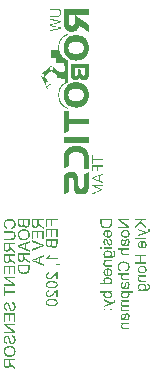
<source format=gbo>
G04*
G04 #@! TF.GenerationSoftware,Altium Limited,Altium Designer,19.1.9 (167)*
G04*
G04 Layer_Color=32896*
%FSAX25Y25*%
%MOIN*%
G70*
G01*
G75*
G36*
X0113001Y0093406D02*
X0119639D01*
Y0091479D01*
X0113001D01*
Y0089231D01*
X0112787D01*
Y0089124D01*
X0112573D01*
Y0089017D01*
X0112359D01*
Y0088910D01*
X0112145D01*
Y0088803D01*
X0111931D01*
Y0088696D01*
X0111717D01*
Y0088589D01*
X0111396D01*
Y0088482D01*
X0111288D01*
Y0095976D01*
X0113001D01*
Y0093406D01*
D02*
G37*
G36*
X0119639Y0085378D02*
X0111288D01*
Y0087411D01*
X0119639D01*
Y0085378D01*
D02*
G37*
G36*
X0121030Y0080025D02*
X0124456D01*
Y0079704D01*
X0121030D01*
Y0078419D01*
X0120816D01*
Y0081417D01*
X0121030D01*
Y0080025D01*
D02*
G37*
G36*
X0116534Y0084200D02*
X0116962D01*
Y0084093D01*
X0117283D01*
Y0083986D01*
X0117604D01*
Y0083879D01*
X0117819D01*
Y0083772D01*
X0118033D01*
Y0083665D01*
X0118247D01*
Y0083558D01*
X0118354D01*
Y0083451D01*
X0118461D01*
Y0083344D01*
X0118568D01*
Y0083236D01*
X0118675D01*
Y0083130D01*
X0118782D01*
Y0083022D01*
X0118889D01*
Y0082915D01*
X0118996D01*
Y0082701D01*
X0119103D01*
Y0082594D01*
X0119210D01*
Y0082380D01*
X0119317D01*
Y0082059D01*
X0119424D01*
Y0081845D01*
X0119531D01*
Y0081417D01*
X0119639D01*
Y0076706D01*
X0117926D01*
Y0080989D01*
X0117819D01*
Y0081310D01*
X0117712D01*
Y0081417D01*
X0117604D01*
Y0081631D01*
X0117390D01*
Y0081738D01*
X0117283D01*
Y0081845D01*
X0117069D01*
Y0081952D01*
X0116855D01*
Y0082059D01*
X0116427D01*
Y0082166D01*
X0114500D01*
Y0082059D01*
X0114179D01*
Y0081952D01*
X0113858D01*
Y0081845D01*
X0113751D01*
Y0081738D01*
X0113537D01*
Y0081631D01*
X0113429D01*
Y0081524D01*
X0113322D01*
Y0081310D01*
X0113215D01*
Y0081203D01*
X0113108D01*
Y0080881D01*
X0113001D01*
Y0077563D01*
X0112894D01*
Y0077456D01*
X0112573D01*
Y0077349D01*
X0112359D01*
Y0077242D01*
X0112145D01*
Y0077135D01*
X0111931D01*
Y0077028D01*
X0111717D01*
Y0076920D01*
X0111503D01*
Y0076814D01*
X0111288D01*
Y0081203D01*
X0111396D01*
Y0081524D01*
X0111503D01*
Y0081845D01*
X0111610D01*
Y0082166D01*
X0111717D01*
Y0082380D01*
X0111824D01*
Y0082594D01*
X0111931D01*
Y0082808D01*
X0112038D01*
Y0082915D01*
X0112145D01*
Y0083022D01*
X0112252D01*
Y0083130D01*
X0112359D01*
Y0083236D01*
X0112466D01*
Y0083344D01*
X0112573D01*
Y0083451D01*
X0112680D01*
Y0083558D01*
X0112787D01*
Y0083665D01*
X0113001D01*
Y0083772D01*
X0113108D01*
Y0083879D01*
X0113322D01*
Y0083986D01*
X0113644D01*
Y0084093D01*
X0114072D01*
Y0084200D01*
X0114500D01*
Y0084307D01*
X0116534D01*
Y0084200D01*
D02*
G37*
G36*
X0124456Y0075743D02*
X0124242D01*
Y0077456D01*
X0122636D01*
Y0076064D01*
X0122422D01*
Y0077456D01*
X0121137D01*
Y0075850D01*
X0120816D01*
Y0077884D01*
X0124456D01*
Y0075743D01*
D02*
G37*
G36*
Y0074887D02*
X0124349D01*
Y0074779D01*
X0124028D01*
Y0074672D01*
X0123813D01*
Y0074565D01*
X0123599D01*
Y0074458D01*
X0123385D01*
Y0072746D01*
X0123492D01*
Y0072638D01*
X0123706D01*
Y0072531D01*
X0124028D01*
Y0072424D01*
X0124242D01*
Y0072317D01*
X0124456D01*
Y0071889D01*
X0124349D01*
Y0071996D01*
X0124028D01*
Y0072103D01*
X0123813D01*
Y0072210D01*
X0123492D01*
Y0072317D01*
X0123278D01*
Y0072424D01*
X0122957D01*
Y0072531D01*
X0122636D01*
Y0072638D01*
X0122422D01*
Y0072746D01*
X0122101D01*
Y0072853D01*
X0121780D01*
Y0072960D01*
X0121565D01*
Y0073067D01*
X0121244D01*
Y0073174D01*
X0120923D01*
Y0073281D01*
X0120816D01*
Y0073709D01*
X0120923D01*
Y0073816D01*
X0121244D01*
Y0073923D01*
X0121458D01*
Y0074030D01*
X0121780D01*
Y0074137D01*
X0121994D01*
Y0074244D01*
X0122315D01*
Y0074351D01*
X0122529D01*
Y0074458D01*
X0122743D01*
Y0074565D01*
X0123064D01*
Y0074672D01*
X0123278D01*
Y0074779D01*
X0123599D01*
Y0074887D01*
X0123813D01*
Y0074994D01*
X0124028D01*
Y0075101D01*
X0124349D01*
Y0075208D01*
X0124456D01*
Y0074887D01*
D02*
G37*
G36*
X0119639Y0069855D02*
X0119531D01*
Y0069534D01*
X0119424D01*
Y0069213D01*
X0119317D01*
Y0069106D01*
X0119210D01*
Y0068892D01*
X0119103D01*
Y0068785D01*
X0118996D01*
Y0068678D01*
X0118889D01*
Y0068571D01*
X0118675D01*
Y0068463D01*
X0118568D01*
Y0068356D01*
X0118247D01*
Y0068249D01*
X0117926D01*
Y0068142D01*
X0116213D01*
Y0068249D01*
X0115892D01*
Y0068356D01*
X0115678D01*
Y0068463D01*
X0115463D01*
Y0068571D01*
X0115356D01*
Y0068678D01*
X0115249D01*
Y0068785D01*
X0115142D01*
Y0068999D01*
X0115035D01*
Y0069106D01*
X0114928D01*
Y0069320D01*
X0114821D01*
Y0069641D01*
X0114714D01*
Y0069962D01*
X0114607D01*
Y0073067D01*
X0114500D01*
Y0073388D01*
X0114393D01*
Y0073495D01*
X0114286D01*
Y0073602D01*
X0113965D01*
Y0073709D01*
X0113644D01*
Y0073602D01*
X0113322D01*
Y0073495D01*
X0113215D01*
Y0073388D01*
X0113108D01*
Y0073281D01*
X0113001D01*
Y0068892D01*
X0112787D01*
Y0068785D01*
X0112573D01*
Y0068678D01*
X0112252D01*
Y0068571D01*
X0112038D01*
Y0068463D01*
X0111824D01*
Y0068356D01*
X0111610D01*
Y0068249D01*
X0111396D01*
Y0068142D01*
X0111288D01*
Y0073923D01*
X0111396D01*
Y0074244D01*
X0111503D01*
Y0074565D01*
X0111610D01*
Y0074672D01*
X0111717D01*
Y0074887D01*
X0111824D01*
Y0074994D01*
X0111931D01*
Y0075101D01*
X0112038D01*
Y0075208D01*
X0112145D01*
Y0075315D01*
X0112359D01*
Y0075422D01*
X0112573D01*
Y0075529D01*
X0113001D01*
Y0075636D01*
X0114714D01*
Y0075529D01*
X0115035D01*
Y0075422D01*
X0115249D01*
Y0075315D01*
X0115356D01*
Y0075208D01*
X0115463D01*
Y0075101D01*
X0115570D01*
Y0074994D01*
X0115678D01*
Y0074887D01*
X0115785D01*
Y0074672D01*
X0115892D01*
Y0074458D01*
X0115999D01*
Y0074244D01*
X0116106D01*
Y0073923D01*
X0116213D01*
Y0070819D01*
X0116320D01*
Y0070497D01*
X0116427D01*
Y0070390D01*
X0116534D01*
Y0070283D01*
X0116641D01*
Y0070176D01*
X0116855D01*
Y0070069D01*
X0117283D01*
Y0070176D01*
X0117604D01*
Y0070283D01*
X0117712D01*
Y0070390D01*
X0117819D01*
Y0070604D01*
X0117926D01*
Y0074887D01*
X0118140D01*
Y0074994D01*
X0118354D01*
Y0075101D01*
X0118568D01*
Y0075208D01*
X0118782D01*
Y0075315D01*
X0119103D01*
Y0075422D01*
X0119317D01*
Y0075529D01*
X0119531D01*
Y0075636D01*
X0119639D01*
Y0069855D01*
D02*
G37*
G36*
X0124456Y0071033D02*
X0121565D01*
Y0070926D01*
X0121672D01*
Y0070819D01*
X0121994D01*
Y0070711D01*
X0122315D01*
Y0070604D01*
X0122422D01*
Y0070497D01*
X0122743D01*
Y0070390D01*
X0122957D01*
Y0070283D01*
X0123171D01*
Y0070176D01*
X0123492D01*
Y0070069D01*
X0123706D01*
Y0069962D01*
X0123921D01*
Y0069534D01*
X0123813D01*
Y0069427D01*
X0123492D01*
Y0069320D01*
X0123278D01*
Y0069213D01*
X0122957D01*
Y0069106D01*
X0122743D01*
Y0068999D01*
X0122422D01*
Y0068892D01*
X0122208D01*
Y0068785D01*
X0121887D01*
Y0068678D01*
X0121565D01*
Y0068463D01*
X0124456D01*
Y0068142D01*
X0120816D01*
Y0068571D01*
X0120923D01*
Y0068678D01*
X0121244D01*
Y0068785D01*
X0121458D01*
Y0068892D01*
X0121780D01*
Y0068999D01*
X0122101D01*
Y0069106D01*
X0122315D01*
Y0069213D01*
X0122529D01*
Y0069320D01*
X0122850D01*
Y0069427D01*
X0123171D01*
Y0069534D01*
X0123385D01*
Y0069641D01*
X0123492D01*
Y0069748D01*
X0123385D01*
Y0069855D01*
X0123171D01*
Y0069962D01*
X0122850D01*
Y0070069D01*
X0122636D01*
Y0070176D01*
X0122422D01*
Y0070283D01*
X0122101D01*
Y0070390D01*
X0121887D01*
Y0070497D01*
X0121672D01*
Y0070604D01*
X0121351D01*
Y0070711D01*
X0121244D01*
Y0070819D01*
X0120923D01*
Y0070926D01*
X0120816D01*
Y0071354D01*
X0124456D01*
Y0071033D01*
D02*
G37*
G36*
X0119639Y0127877D02*
X0115356D01*
Y0127663D01*
X0115570D01*
Y0127556D01*
X0115678D01*
Y0127449D01*
X0115785D01*
Y0127342D01*
X0115999D01*
Y0127235D01*
X0116106D01*
Y0127128D01*
X0116320D01*
Y0127021D01*
X0116427D01*
Y0126913D01*
X0116641D01*
Y0126806D01*
X0116748D01*
Y0126699D01*
X0116855D01*
Y0126592D01*
X0117069D01*
Y0126485D01*
X0117176D01*
Y0126378D01*
X0117390D01*
Y0126271D01*
X0117498D01*
Y0126164D01*
X0117712D01*
Y0126057D01*
X0117819D01*
Y0125950D01*
X0117926D01*
Y0125843D01*
X0118140D01*
Y0125736D01*
X0118247D01*
Y0125629D01*
X0118461D01*
Y0125522D01*
X0118568D01*
Y0125415D01*
X0118782D01*
Y0125308D01*
X0118889D01*
Y0125201D01*
X0118996D01*
Y0125094D01*
X0119210D01*
Y0124987D01*
X0119317D01*
Y0124880D01*
X0119531D01*
Y0124773D01*
X0119639D01*
Y0122310D01*
X0119746D01*
Y0122203D01*
X0119639D01*
Y0122310D01*
X0119531D01*
Y0122417D01*
X0119317D01*
Y0122524D01*
X0119210D01*
Y0122631D01*
X0118996D01*
Y0122739D01*
X0118889D01*
Y0122846D01*
X0118675D01*
Y0122953D01*
X0118568D01*
Y0123060D01*
X0118354D01*
Y0123167D01*
X0118247D01*
Y0123274D01*
X0118140D01*
Y0123381D01*
X0117926D01*
Y0123488D01*
X0117819D01*
Y0123595D01*
X0117604D01*
Y0123702D01*
X0117498D01*
Y0123809D01*
X0117283D01*
Y0123916D01*
X0117176D01*
Y0124023D01*
X0116962D01*
Y0124130D01*
X0116855D01*
Y0124237D01*
X0116748D01*
Y0124344D01*
X0116534D01*
Y0124023D01*
X0116427D01*
Y0123809D01*
X0116320D01*
Y0123595D01*
X0116213D01*
Y0123381D01*
X0116106D01*
Y0123274D01*
X0115999D01*
Y0123167D01*
X0115892D01*
Y0123060D01*
X0115785D01*
Y0122953D01*
X0115678D01*
Y0122846D01*
X0115570D01*
Y0122739D01*
X0115356D01*
Y0122631D01*
X0115142D01*
Y0122524D01*
X0114821D01*
Y0122417D01*
X0113215D01*
Y0122524D01*
X0112894D01*
Y0122631D01*
X0112680D01*
Y0122739D01*
X0112466D01*
Y0122846D01*
X0112252D01*
Y0122953D01*
X0112145D01*
Y0123060D01*
X0112038D01*
Y0123167D01*
X0111931D01*
Y0123274D01*
X0111824D01*
Y0123488D01*
X0111717D01*
Y0123595D01*
X0111610D01*
Y0123809D01*
X0111503D01*
Y0124023D01*
X0111396D01*
Y0124451D01*
X0111288D01*
Y0129911D01*
X0111503D01*
Y0129804D01*
X0111610D01*
Y0129911D01*
X0111717D01*
Y0129804D01*
X0111824D01*
Y0129911D01*
X0111931D01*
Y0129804D01*
X0112038D01*
Y0129911D01*
X0112145D01*
Y0129804D01*
X0112252D01*
Y0129911D01*
X0112359D01*
Y0129804D01*
X0112466D01*
Y0129911D01*
X0112573D01*
Y0129804D01*
X0112680D01*
Y0129911D01*
X0112787D01*
Y0129804D01*
X0112894D01*
Y0129911D01*
X0113001D01*
Y0129804D01*
X0113108D01*
Y0129911D01*
X0113215D01*
Y0129804D01*
X0113322D01*
Y0129911D01*
X0113429D01*
Y0129804D01*
X0113537D01*
Y0129911D01*
X0113644D01*
Y0129804D01*
X0113751D01*
Y0129911D01*
X0113858D01*
Y0129804D01*
X0113965D01*
Y0129911D01*
X0114072D01*
Y0129804D01*
X0114179D01*
Y0129911D01*
X0114286D01*
Y0129804D01*
X0114393D01*
Y0129911D01*
X0114500D01*
Y0129804D01*
X0114607D01*
Y0129911D01*
X0114714D01*
Y0129804D01*
X0114821D01*
Y0129911D01*
X0114928D01*
Y0129804D01*
X0115035D01*
Y0129911D01*
X0115142D01*
Y0129804D01*
X0115249D01*
Y0129911D01*
X0115356D01*
Y0129804D01*
X0115463D01*
Y0129911D01*
X0115570D01*
Y0129804D01*
X0115678D01*
Y0129911D01*
X0115785D01*
Y0129804D01*
X0115892D01*
Y0129911D01*
X0115999D01*
Y0129804D01*
X0116106D01*
Y0129911D01*
X0116213D01*
Y0129804D01*
X0116320D01*
Y0129911D01*
X0116427D01*
Y0129804D01*
X0116534D01*
Y0129911D01*
X0116641D01*
Y0129804D01*
X0116748D01*
Y0129911D01*
X0116855D01*
Y0129804D01*
X0116962D01*
Y0129911D01*
X0117069D01*
Y0129804D01*
X0117176D01*
Y0129911D01*
X0117283D01*
Y0129804D01*
X0117390D01*
Y0129911D01*
X0117498D01*
Y0129804D01*
X0117604D01*
Y0129911D01*
X0117712D01*
Y0129804D01*
X0117819D01*
Y0129911D01*
X0117926D01*
Y0129804D01*
X0118033D01*
Y0129911D01*
X0118140D01*
Y0129804D01*
X0118247D01*
Y0129911D01*
X0118354D01*
Y0129804D01*
X0118461D01*
Y0129911D01*
X0118568D01*
Y0129804D01*
X0118675D01*
Y0129911D01*
X0118782D01*
Y0129804D01*
X0118889D01*
Y0129911D01*
X0118996D01*
Y0129804D01*
X0119103D01*
Y0129911D01*
X0119210D01*
Y0129804D01*
X0119317D01*
Y0129911D01*
X0119424D01*
Y0129804D01*
X0119531D01*
Y0129911D01*
X0119639D01*
Y0127877D01*
D02*
G37*
G36*
X0109469Y0129911D02*
X0109897D01*
Y0129804D01*
X0110111D01*
Y0129590D01*
X0110218D01*
Y0129483D01*
X0110325D01*
Y0129054D01*
X0110432D01*
Y0128305D01*
X0110325D01*
Y0127984D01*
X0110218D01*
Y0127770D01*
X0110111D01*
Y0127663D01*
X0110004D01*
Y0127556D01*
X0109790D01*
Y0127449D01*
X0109255D01*
Y0127342D01*
X0106578D01*
Y0127663D01*
X0109362D01*
Y0127770D01*
X0109790D01*
Y0127877D01*
X0109897D01*
Y0127984D01*
X0110004D01*
Y0128091D01*
X0110111D01*
Y0128412D01*
X0110218D01*
Y0128519D01*
X0110111D01*
Y0128626D01*
X0110218D01*
Y0128733D01*
X0110111D01*
Y0129162D01*
X0110004D01*
Y0129376D01*
X0109897D01*
Y0129483D01*
X0109790D01*
Y0129590D01*
X0106578D01*
Y0130018D01*
X0109469D01*
Y0129911D01*
D02*
G37*
G36*
X0107006Y0126592D02*
X0107542D01*
Y0126485D01*
X0107970D01*
Y0126378D01*
X0108398D01*
Y0126271D01*
X0108933D01*
Y0126164D01*
X0109469D01*
Y0126057D01*
X0109790D01*
Y0125950D01*
X0110325D01*
Y0125522D01*
X0110111D01*
Y0125415D01*
X0109790D01*
Y0125308D01*
X0109362D01*
Y0125201D01*
X0108933D01*
Y0125094D01*
X0108612D01*
Y0124987D01*
X0108077D01*
Y0124880D01*
X0107756D01*
Y0124773D01*
X0107220D01*
Y0124665D01*
X0107114D01*
Y0124558D01*
X0107435D01*
Y0124451D01*
X0107756D01*
Y0124344D01*
X0108291D01*
Y0124237D01*
X0108719D01*
Y0124130D01*
X0109147D01*
Y0124023D01*
X0109576D01*
Y0123916D01*
X0110004D01*
Y0123809D01*
X0110325D01*
Y0123381D01*
X0110111D01*
Y0123274D01*
X0109683D01*
Y0123167D01*
X0109255D01*
Y0123060D01*
X0108719D01*
Y0122953D01*
X0108291D01*
Y0122846D01*
X0107863D01*
Y0122739D01*
X0107328D01*
Y0122631D01*
X0106899D01*
Y0122524D01*
X0106578D01*
Y0122846D01*
X0107006D01*
Y0122953D01*
X0107542D01*
Y0123060D01*
X0107863D01*
Y0123167D01*
X0108398D01*
Y0123274D01*
X0108933D01*
Y0123381D01*
X0109255D01*
Y0123488D01*
X0109790D01*
Y0123702D01*
X0109255D01*
Y0123809D01*
X0108719D01*
Y0123916D01*
X0108291D01*
Y0124023D01*
X0107970D01*
Y0124130D01*
X0107542D01*
Y0124237D01*
X0107114D01*
Y0124344D01*
X0106685D01*
Y0124451D01*
X0106578D01*
Y0124773D01*
X0106792D01*
Y0124880D01*
X0107114D01*
Y0124987D01*
X0107542D01*
Y0125094D01*
X0107970D01*
Y0125201D01*
X0108398D01*
Y0125308D01*
X0108826D01*
Y0125415D01*
X0109147D01*
Y0125522D01*
X0109790D01*
Y0125736D01*
X0109255D01*
Y0125843D01*
X0108826D01*
Y0125950D01*
X0108398D01*
Y0126057D01*
X0107863D01*
Y0126164D01*
X0107435D01*
Y0126271D01*
X0107006D01*
Y0126378D01*
X0106578D01*
Y0126699D01*
X0107006D01*
Y0126592D01*
D02*
G37*
G36*
X0116427Y0121133D02*
X0116855D01*
Y0121026D01*
X0117176D01*
Y0120919D01*
X0117390D01*
Y0120812D01*
X0117604D01*
Y0120704D01*
X0117819D01*
Y0120598D01*
X0118033D01*
Y0120490D01*
X0118140D01*
Y0120383D01*
X0118247D01*
Y0120276D01*
X0118461D01*
Y0120169D01*
X0118568D01*
Y0119955D01*
X0118675D01*
Y0119848D01*
X0118782D01*
Y0119741D01*
X0118889D01*
Y0119634D01*
X0118996D01*
Y0119420D01*
X0119103D01*
Y0119313D01*
X0119210D01*
Y0119099D01*
X0119317D01*
Y0118778D01*
X0119424D01*
Y0118456D01*
X0119531D01*
Y0118028D01*
X0119639D01*
Y0115994D01*
X0119531D01*
Y0115566D01*
X0119424D01*
Y0115245D01*
X0119317D01*
Y0114924D01*
X0119210D01*
Y0114817D01*
X0119103D01*
Y0114603D01*
X0118996D01*
Y0114389D01*
X0118889D01*
Y0114281D01*
X0118782D01*
Y0114174D01*
X0118675D01*
Y0114067D01*
X0118568D01*
Y0113960D01*
X0118461D01*
Y0113853D01*
X0118354D01*
Y0113746D01*
X0118247D01*
Y0113639D01*
X0118140D01*
Y0113532D01*
X0117926D01*
Y0113425D01*
X0117819D01*
Y0113318D01*
X0117604D01*
Y0113211D01*
X0117283D01*
Y0113104D01*
X0117069D01*
Y0112997D01*
X0116748D01*
Y0112890D01*
X0116213D01*
Y0112783D01*
X0116106D01*
Y0112890D01*
X0115892D01*
Y0112783D01*
X0115035D01*
Y0112890D01*
X0114821D01*
Y0112783D01*
X0114714D01*
Y0112890D01*
X0114179D01*
Y0112997D01*
X0113858D01*
Y0113104D01*
X0113537D01*
Y0113211D01*
X0113322D01*
Y0113318D01*
X0113108D01*
Y0113425D01*
X0113001D01*
Y0113532D01*
X0112787D01*
Y0113639D01*
X0112680D01*
Y0113746D01*
X0112573D01*
Y0113853D01*
X0112466D01*
Y0113960D01*
X0112359D01*
Y0114067D01*
X0112252D01*
Y0114174D01*
X0112145D01*
Y0114281D01*
X0112038D01*
Y0114496D01*
X0111931D01*
Y0114603D01*
X0111824D01*
Y0114817D01*
X0111717D01*
Y0115031D01*
X0111610D01*
Y0115245D01*
X0111503D01*
Y0115566D01*
X0111396D01*
Y0115994D01*
X0111288D01*
Y0118135D01*
X0111396D01*
Y0118456D01*
X0111503D01*
Y0118778D01*
X0111610D01*
Y0118992D01*
X0111717D01*
Y0119206D01*
X0111824D01*
Y0119420D01*
X0111931D01*
Y0119634D01*
X0112038D01*
Y0119741D01*
X0112145D01*
Y0119848D01*
X0112252D01*
Y0119955D01*
X0112359D01*
Y0120062D01*
X0112466D01*
Y0120169D01*
X0112573D01*
Y0120276D01*
X0112680D01*
Y0120383D01*
X0112787D01*
Y0120490D01*
X0112894D01*
Y0120598D01*
X0113108D01*
Y0120704D01*
X0113215D01*
Y0120812D01*
X0113537D01*
Y0120919D01*
X0113751D01*
Y0121026D01*
X0113965D01*
Y0121133D01*
X0114500D01*
Y0121240D01*
X0116427D01*
Y0121133D01*
D02*
G37*
G36*
X0112680Y0121454D02*
X0112787D01*
Y0121347D01*
X0112466D01*
Y0121240D01*
X0112252D01*
Y0121133D01*
X0112038D01*
Y0121026D01*
X0111824D01*
Y0120919D01*
X0111717D01*
Y0120812D01*
X0111610D01*
Y0120704D01*
X0111396D01*
Y0120598D01*
X0111288D01*
Y0120490D01*
X0111181D01*
Y0120383D01*
X0111074D01*
Y0120276D01*
X0110967D01*
Y0120169D01*
X0110860D01*
Y0120062D01*
X0110753D01*
Y0119848D01*
X0110646D01*
Y0119741D01*
X0110539D01*
Y0119634D01*
X0110432D01*
Y0119420D01*
X0110325D01*
Y0119206D01*
X0110218D01*
Y0118885D01*
X0110111D01*
Y0118563D01*
X0110004D01*
Y0118242D01*
X0109897D01*
Y0115994D01*
X0110004D01*
Y0115673D01*
X0110111D01*
Y0115352D01*
X0110218D01*
Y0115031D01*
X0110325D01*
Y0114924D01*
X0110432D01*
Y0114710D01*
X0110539D01*
Y0114496D01*
X0110646D01*
Y0114389D01*
X0110753D01*
Y0114174D01*
X0110860D01*
Y0114067D01*
X0110967D01*
Y0113960D01*
X0111074D01*
Y0113853D01*
X0111181D01*
Y0113746D01*
X0111288D01*
Y0113639D01*
X0111396D01*
Y0113532D01*
X0111610D01*
Y0113425D01*
X0111717D01*
Y0113318D01*
X0111824D01*
Y0113211D01*
X0112038D01*
Y0113104D01*
X0112252D01*
Y0112997D01*
X0112466D01*
Y0112890D01*
X0112680D01*
Y0112783D01*
X0112787D01*
Y0105503D01*
X0112573D01*
Y0105396D01*
X0112252D01*
Y0105289D01*
X0112038D01*
Y0105182D01*
X0111931D01*
Y0105075D01*
X0111717D01*
Y0104968D01*
X0111610D01*
Y0104861D01*
X0111503D01*
Y0104754D01*
X0111288D01*
Y0104647D01*
X0111181D01*
Y0104540D01*
X0111074D01*
Y0104433D01*
X0110967D01*
Y0104326D01*
X0110860D01*
Y0104112D01*
X0110753D01*
Y0104005D01*
X0110646D01*
Y0103898D01*
X0110539D01*
Y0103683D01*
X0110432D01*
Y0103469D01*
X0110325D01*
Y0103255D01*
X0110218D01*
Y0103041D01*
X0110111D01*
Y0102720D01*
X0110004D01*
Y0102292D01*
X0109897D01*
Y0100258D01*
X0110004D01*
Y0099830D01*
X0110111D01*
Y0099508D01*
X0110218D01*
Y0099294D01*
X0110325D01*
Y0099080D01*
X0110432D01*
Y0098866D01*
X0110539D01*
Y0098652D01*
X0110646D01*
Y0098545D01*
X0110753D01*
Y0098331D01*
X0110860D01*
Y0098224D01*
X0110967D01*
Y0098117D01*
X0111074D01*
Y0098010D01*
X0111181D01*
Y0097903D01*
X0111288D01*
Y0097796D01*
X0111396D01*
Y0097689D01*
X0111503D01*
Y0097581D01*
X0111717D01*
Y0097474D01*
X0111824D01*
Y0097367D01*
X0112038D01*
Y0097260D01*
X0112252D01*
Y0097153D01*
X0112466D01*
Y0097046D01*
X0112680D01*
Y0096939D01*
X0112787D01*
Y0096832D01*
X0112680D01*
Y0096618D01*
X0112466D01*
Y0096725D01*
X0112252D01*
Y0096832D01*
X0112038D01*
Y0096939D01*
X0111824D01*
Y0097046D01*
X0111610D01*
Y0097153D01*
X0111503D01*
Y0097260D01*
X0111288D01*
Y0097367D01*
X0111181D01*
Y0097474D01*
X0111074D01*
Y0097581D01*
X0110967D01*
Y0097689D01*
X0110860D01*
Y0097796D01*
X0110753D01*
Y0097903D01*
X0110646D01*
Y0098010D01*
X0110539D01*
Y0098117D01*
X0110432D01*
Y0098331D01*
X0110325D01*
Y0098438D01*
X0110218D01*
Y0098652D01*
X0110111D01*
Y0098866D01*
X0110004D01*
Y0098973D01*
X0109897D01*
Y0099294D01*
X0109790D01*
Y0099615D01*
X0109683D01*
Y0099937D01*
X0109576D01*
Y0100472D01*
X0109469D01*
Y0101971D01*
X0109576D01*
Y0102613D01*
X0109683D01*
Y0102934D01*
X0109790D01*
Y0103255D01*
X0109897D01*
Y0103469D01*
X0110004D01*
Y0103683D01*
X0110111D01*
Y0103898D01*
X0110218D01*
Y0104112D01*
X0110325D01*
Y0104219D01*
X0110432D01*
Y0104326D01*
X0110539D01*
Y0104540D01*
X0110646D01*
Y0104647D01*
X0110753D01*
Y0104754D01*
X0110860D01*
Y0104861D01*
X0110967D01*
Y0104968D01*
X0111074D01*
Y0105075D01*
X0111288D01*
Y0105182D01*
X0111396D01*
Y0105289D01*
X0111503D01*
Y0105396D01*
X0111610D01*
Y0106574D01*
X0111074D01*
Y0106681D01*
X0110646D01*
Y0106788D01*
X0110325D01*
Y0106895D01*
X0109897D01*
Y0107002D01*
X0109469D01*
Y0107109D01*
X0109147D01*
Y0107751D01*
X0109040D01*
Y0107858D01*
X0108933D01*
Y0107965D01*
X0108826D01*
Y0108072D01*
X0108612D01*
Y0108179D01*
X0108505D01*
Y0108287D01*
X0108398D01*
Y0108394D01*
X0108291D01*
Y0108501D01*
X0108077D01*
Y0108608D01*
X0107970D01*
Y0108715D01*
X0107863D01*
Y0108822D01*
X0107756D01*
Y0108929D01*
X0107649D01*
Y0109036D01*
X0107542D01*
Y0109143D01*
X0107328D01*
Y0109250D01*
X0107220D01*
Y0109357D01*
X0107006D01*
Y0109143D01*
X0106899D01*
Y0109036D01*
X0106792D01*
Y0108929D01*
X0106685D01*
Y0108822D01*
X0106471D01*
Y0108715D01*
X0106364D01*
Y0108608D01*
X0106257D01*
Y0108501D01*
X0106150D01*
Y0108394D01*
X0106043D01*
Y0108287D01*
X0105936D01*
Y0108179D01*
X0105829D01*
Y0108072D01*
X0105722D01*
Y0107965D01*
X0105508D01*
Y0107858D01*
X0105401D01*
Y0107751D01*
X0105294D01*
Y0107644D01*
X0105186D01*
Y0107537D01*
X0105079D01*
Y0107323D01*
X0105186D01*
Y0107109D01*
X0105294D01*
Y0106895D01*
X0105401D01*
Y0106788D01*
X0105508D01*
Y0106574D01*
X0105615D01*
Y0106360D01*
X0105722D01*
Y0106146D01*
X0105829D01*
Y0105931D01*
X0105936D01*
Y0105824D01*
X0106043D01*
Y0105610D01*
X0106150D01*
Y0105396D01*
X0106257D01*
Y0105182D01*
X0106364D01*
Y0105075D01*
X0106578D01*
Y0104968D01*
X0106899D01*
Y0104861D01*
X0107114D01*
Y0103898D01*
X0107006D01*
Y0104326D01*
X0106899D01*
Y0104540D01*
X0106364D01*
Y0104433D01*
X0106043D01*
Y0104540D01*
X0106150D01*
Y0104754D01*
X0106257D01*
Y0105182D01*
X0106150D01*
Y0105396D01*
X0106043D01*
Y0105503D01*
X0105508D01*
Y0105396D01*
X0105401D01*
Y0105289D01*
X0105294D01*
Y0104754D01*
X0105186D01*
Y0104968D01*
X0105079D01*
Y0105182D01*
X0104972D01*
Y0105396D01*
X0104865D01*
Y0105503D01*
X0104758D01*
Y0105717D01*
X0104651D01*
Y0105931D01*
X0104544D01*
Y0106146D01*
X0104437D01*
Y0106360D01*
X0104330D01*
Y0106574D01*
X0104223D01*
Y0106681D01*
X0104116D01*
Y0106895D01*
X0104009D01*
Y0107109D01*
X0103902D01*
Y0107323D01*
X0103795D01*
Y0107537D01*
X0103688D01*
Y0107965D01*
X0103795D01*
Y0107537D01*
X0103902D01*
Y0107323D01*
X0104009D01*
Y0107216D01*
X0104544D01*
Y0107323D01*
X0104651D01*
Y0107430D01*
X0104758D01*
Y0108072D01*
X0104651D01*
Y0108179D01*
X0104544D01*
Y0108287D01*
X0104009D01*
Y0108394D01*
X0104116D01*
Y0108501D01*
X0104223D01*
Y0108608D01*
X0104330D01*
Y0108715D01*
X0104437D01*
Y0108822D01*
X0104544D01*
Y0108929D01*
X0104651D01*
Y0109036D01*
X0104865D01*
Y0109143D01*
X0104972D01*
Y0109250D01*
X0105079D01*
Y0109357D01*
X0105186D01*
Y0109464D01*
X0105401D01*
Y0109571D01*
X0105508D01*
Y0109678D01*
X0105615D01*
Y0109785D01*
X0105722D01*
Y0109892D01*
X0105829D01*
Y0109999D01*
X0105936D01*
Y0110106D01*
X0106150D01*
Y0110213D01*
X0106257D01*
Y0110321D01*
X0106364D01*
Y0110428D01*
X0106471D01*
Y0110535D01*
X0106685D01*
Y0110749D01*
X0106792D01*
Y0110856D01*
X0107006D01*
Y0110963D01*
X0107435D01*
Y0110856D01*
X0107542D01*
Y0110749D01*
X0107649D01*
Y0110642D01*
X0107863D01*
Y0110535D01*
X0107970D01*
Y0110428D01*
X0108077D01*
Y0110321D01*
X0108184D01*
Y0110213D01*
X0108291D01*
Y0110106D01*
X0108505D01*
Y0109999D01*
X0108612D01*
Y0109892D01*
X0108719D01*
Y0109785D01*
X0108826D01*
Y0109678D01*
X0109040D01*
Y0109571D01*
X0109147D01*
Y0109464D01*
X0109255D01*
Y0109357D01*
X0109362D01*
Y0109250D01*
X0109469D01*
Y0109143D01*
X0109576D01*
Y0109036D01*
X0109790D01*
Y0108929D01*
X0109897D01*
Y0108822D01*
X0110004D01*
Y0108715D01*
X0110218D01*
Y0108822D01*
X0110539D01*
Y0108929D01*
X0110967D01*
Y0109036D01*
X0111396D01*
Y0109143D01*
X0111610D01*
Y0111070D01*
X0111503D01*
Y0111177D01*
X0111610D01*
Y0111284D01*
X0111503D01*
Y0111819D01*
X0108826D01*
Y0113532D01*
X0107114D01*
Y0116315D01*
X0107756D01*
Y0116422D01*
X0109469D01*
Y0117921D01*
X0109576D01*
Y0118456D01*
X0109683D01*
Y0118885D01*
X0109790D01*
Y0119206D01*
X0109897D01*
Y0119420D01*
X0110004D01*
Y0119634D01*
X0110111D01*
Y0119741D01*
X0110218D01*
Y0119955D01*
X0110325D01*
Y0120062D01*
X0110432D01*
Y0120276D01*
X0110539D01*
Y0120383D01*
X0110646D01*
Y0120490D01*
X0110753D01*
Y0120598D01*
X0110860D01*
Y0120704D01*
X0110967D01*
Y0120812D01*
X0111074D01*
Y0120919D01*
X0111181D01*
Y0121026D01*
X0111288D01*
Y0121133D01*
X0111503D01*
Y0121240D01*
X0111610D01*
Y0121347D01*
X0111824D01*
Y0121454D01*
X0112038D01*
Y0121561D01*
X0112252D01*
Y0121668D01*
X0112466D01*
Y0121775D01*
X0112680D01*
Y0121454D01*
D02*
G37*
G36*
X0119639Y0107216D02*
X0119531D01*
Y0107002D01*
X0119424D01*
Y0106788D01*
X0119317D01*
Y0106681D01*
X0119210D01*
Y0106574D01*
X0119103D01*
Y0106467D01*
X0118996D01*
Y0106360D01*
X0118782D01*
Y0106253D01*
X0117498D01*
Y0106360D01*
X0117283D01*
Y0106467D01*
X0117069D01*
Y0106574D01*
X0116962D01*
Y0106681D01*
X0116855D01*
Y0106788D01*
X0116748D01*
Y0107002D01*
X0116641D01*
Y0107109D01*
X0116427D01*
Y0106895D01*
X0116320D01*
Y0106681D01*
X0116213D01*
Y0106574D01*
X0116106D01*
Y0106467D01*
X0115999D01*
Y0106360D01*
X0115678D01*
Y0106253D01*
X0114821D01*
Y0106360D01*
X0114500D01*
Y0106467D01*
X0114286D01*
Y0106574D01*
X0114179D01*
Y0106681D01*
X0114072D01*
Y0106788D01*
X0113965D01*
Y0107002D01*
X0113858D01*
Y0107216D01*
X0113751D01*
Y0107858D01*
X0113644D01*
Y0111712D01*
X0119639D01*
Y0107216D01*
D02*
G37*
G36*
X0105401Y0104540D02*
X0105508D01*
Y0104433D01*
X0106043D01*
Y0104326D01*
X0105936D01*
Y0104005D01*
X0105829D01*
Y0103790D01*
X0105722D01*
Y0103576D01*
X0105829D01*
Y0103469D01*
X0105936D01*
Y0103362D01*
X0106150D01*
Y0103255D01*
X0106257D01*
Y0103148D01*
X0106364D01*
Y0103041D01*
X0106257D01*
Y0103148D01*
X0106043D01*
Y0103255D01*
X0105829D01*
Y0103362D01*
X0105615D01*
Y0103469D01*
X0105401D01*
Y0103576D01*
X0105508D01*
Y0104433D01*
X0105401D01*
Y0104540D01*
X0105294D01*
Y0104647D01*
X0105401D01*
Y0104540D01*
D02*
G37*
G36*
X0115892Y0105503D02*
X0116427D01*
Y0105396D01*
X0116855D01*
Y0105289D01*
X0117283D01*
Y0105182D01*
X0117498D01*
Y0105075D01*
X0117712D01*
Y0104968D01*
X0117819D01*
Y0104861D01*
X0118033D01*
Y0104754D01*
X0118140D01*
Y0104647D01*
X0118354D01*
Y0104540D01*
X0118461D01*
Y0104433D01*
X0118568D01*
Y0104326D01*
X0118675D01*
Y0104219D01*
X0118782D01*
Y0104005D01*
X0118889D01*
Y0103898D01*
X0118996D01*
Y0103790D01*
X0119103D01*
Y0103576D01*
X0119210D01*
Y0103362D01*
X0119317D01*
Y0103041D01*
X0119424D01*
Y0102720D01*
X0119531D01*
Y0102292D01*
X0119639D01*
Y0100258D01*
X0119531D01*
Y0099830D01*
X0119424D01*
Y0099508D01*
X0119317D01*
Y0099294D01*
X0119210D01*
Y0099080D01*
X0119103D01*
Y0098866D01*
X0118996D01*
Y0098652D01*
X0118889D01*
Y0098545D01*
X0118782D01*
Y0098438D01*
X0118675D01*
Y0098331D01*
X0118568D01*
Y0098224D01*
X0118461D01*
Y0098117D01*
X0118354D01*
Y0098010D01*
X0118247D01*
Y0097903D01*
X0118033D01*
Y0097796D01*
X0117926D01*
Y0097689D01*
X0117712D01*
Y0097581D01*
X0117604D01*
Y0097474D01*
X0117283D01*
Y0097367D01*
X0116962D01*
Y0097260D01*
X0116641D01*
Y0097153D01*
X0115999D01*
Y0097046D01*
X0114928D01*
Y0097153D01*
X0114286D01*
Y0097260D01*
X0113965D01*
Y0097367D01*
X0113644D01*
Y0097474D01*
X0113429D01*
Y0097581D01*
X0113215D01*
Y0097689D01*
X0113001D01*
Y0097796D01*
X0112894D01*
Y0097903D01*
X0112680D01*
Y0098010D01*
X0112573D01*
Y0098117D01*
X0112466D01*
Y0098224D01*
X0112359D01*
Y0098331D01*
X0112252D01*
Y0098438D01*
X0112145D01*
Y0098545D01*
X0112038D01*
Y0098759D01*
X0111931D01*
Y0098866D01*
X0111824D01*
Y0099080D01*
X0111717D01*
Y0099294D01*
X0111610D01*
Y0099508D01*
X0111503D01*
Y0099830D01*
X0111396D01*
Y0100258D01*
X0111288D01*
Y0102399D01*
X0111396D01*
Y0102720D01*
X0111503D01*
Y0103041D01*
X0111610D01*
Y0103362D01*
X0111717D01*
Y0103469D01*
X0111824D01*
Y0103683D01*
X0111931D01*
Y0103898D01*
X0112038D01*
Y0104005D01*
X0112145D01*
Y0104112D01*
X0112252D01*
Y0104219D01*
X0112359D01*
Y0104326D01*
X0112466D01*
Y0104540D01*
X0112680D01*
Y0104647D01*
X0112787D01*
Y0104754D01*
X0112894D01*
Y0104861D01*
X0113001D01*
Y0104968D01*
X0113215D01*
Y0105075D01*
X0113429D01*
Y0105182D01*
X0113644D01*
Y0105289D01*
X0113965D01*
Y0105396D01*
X0114393D01*
Y0105503D01*
X0115035D01*
Y0105610D01*
X0115892D01*
Y0105503D01*
D02*
G37*
G36*
X0133194Y0059514D02*
X0130175D01*
X0133194Y0057496D01*
Y0056976D01*
X0129351D01*
Y0057461D01*
X0132369D01*
X0129351Y0059485D01*
Y0060000D01*
X0133194D01*
Y0059514D01*
D02*
G37*
G36*
X0127389Y0058619D02*
X0127383Y0058491D01*
X0127377Y0058374D01*
X0127365Y0058268D01*
X0127354Y0058181D01*
X0127342Y0058105D01*
X0127336Y0058052D01*
X0127324Y0058017D01*
Y0058005D01*
X0127295Y0057906D01*
X0127266Y0057818D01*
X0127236Y0057742D01*
X0127207Y0057678D01*
X0127178Y0057625D01*
X0127155Y0057584D01*
X0127143Y0057555D01*
X0127137Y0057549D01*
X0127084Y0057479D01*
X0127026Y0057414D01*
X0126967Y0057350D01*
X0126915Y0057303D01*
X0126862Y0057256D01*
X0126821Y0057227D01*
X0126798Y0057204D01*
X0126786Y0057198D01*
X0126698Y0057139D01*
X0126605Y0057087D01*
X0126511Y0057040D01*
X0126423Y0057005D01*
X0126341Y0056976D01*
X0126283Y0056952D01*
X0126260Y0056946D01*
X0126242Y0056940D01*
X0126230Y0056935D01*
X0126224D01*
X0126096Y0056899D01*
X0125961Y0056876D01*
X0125827Y0056853D01*
X0125710Y0056841D01*
X0125604Y0056835D01*
X0125557D01*
X0125522Y0056829D01*
X0125487D01*
X0125464D01*
X0125452D01*
X0125446D01*
X0125259Y0056835D01*
X0125090Y0056853D01*
X0124937Y0056876D01*
X0124867Y0056894D01*
X0124803Y0056905D01*
X0124744Y0056917D01*
X0124692Y0056935D01*
X0124645Y0056946D01*
X0124610Y0056958D01*
X0124581Y0056970D01*
X0124557Y0056976D01*
X0124546Y0056981D01*
X0124540D01*
X0124393Y0057046D01*
X0124265Y0057116D01*
X0124153Y0057192D01*
X0124060Y0057268D01*
X0123984Y0057332D01*
X0123925Y0057385D01*
X0123890Y0057426D01*
X0123879Y0057432D01*
Y0057438D01*
X0123808Y0057531D01*
X0123750Y0057625D01*
X0123703Y0057718D01*
X0123668Y0057806D01*
X0123639Y0057882D01*
X0123621Y0057947D01*
X0123609Y0057970D01*
Y0057982D01*
X0123604Y0057993D01*
Y0057999D01*
X0123586Y0058093D01*
X0123568Y0058204D01*
X0123557Y0058321D01*
X0123551Y0058426D01*
X0123545Y0058526D01*
Y0060000D01*
X0127389D01*
Y0058619D01*
D02*
G37*
G36*
X0138871Y0059491D02*
X0137537D01*
X0136935Y0058865D01*
X0138871Y0057496D01*
Y0056823D01*
X0136590Y0058508D01*
X0135028Y0056894D01*
Y0057584D01*
X0136929Y0059491D01*
X0135028D01*
Y0060000D01*
X0138871D01*
Y0059491D01*
D02*
G37*
G36*
X0138877Y0055665D02*
X0138929Y0055683D01*
X0138965Y0055700D01*
X0138988Y0055706D01*
X0138994Y0055712D01*
X0139087Y0055747D01*
X0139169Y0055776D01*
X0139228Y0055800D01*
X0139275Y0055817D01*
X0139310Y0055835D01*
X0139327Y0055847D01*
X0139339Y0055852D01*
X0139345D01*
X0139409Y0055905D01*
X0139456Y0055958D01*
X0139473Y0055975D01*
X0139485Y0055993D01*
X0139497Y0056004D01*
Y0056010D01*
X0139515Y0056045D01*
X0139526Y0056086D01*
X0139544Y0056168D01*
Y0056209D01*
X0139550Y0056233D01*
Y0056262D01*
X0139544Y0056355D01*
X0139526Y0056437D01*
X0139515Y0056478D01*
X0139509Y0056508D01*
X0139503Y0056525D01*
Y0056531D01*
X0139942Y0056478D01*
X0139977Y0056361D01*
X0139988Y0056309D01*
X0139994Y0056262D01*
Y0056227D01*
X0140000Y0056198D01*
Y0056174D01*
X0139994Y0056092D01*
X0139982Y0056022D01*
X0139965Y0055952D01*
X0139942Y0055899D01*
X0139924Y0055852D01*
X0139906Y0055817D01*
X0139895Y0055794D01*
X0139889Y0055788D01*
X0139842Y0055730D01*
X0139789Y0055671D01*
X0139731Y0055624D01*
X0139678Y0055577D01*
X0139626Y0055542D01*
X0139585Y0055519D01*
X0139561Y0055501D01*
X0139550Y0055496D01*
X0139515Y0055478D01*
X0139473Y0055454D01*
X0139374Y0055414D01*
X0139275Y0055373D01*
X0139169Y0055326D01*
X0139070Y0055291D01*
X0139029Y0055273D01*
X0138994Y0055261D01*
X0138959Y0055250D01*
X0138935Y0055238D01*
X0138924Y0055232D01*
X0138918D01*
X0136086Y0054179D01*
Y0054647D01*
X0137713Y0055244D01*
X0137830Y0055285D01*
X0137941Y0055320D01*
X0138046Y0055355D01*
X0138140Y0055384D01*
X0138216Y0055408D01*
X0138280Y0055419D01*
X0138303Y0055431D01*
X0138321D01*
X0138327Y0055437D01*
X0138333D01*
X0138210Y0055472D01*
X0138093Y0055507D01*
X0137982Y0055542D01*
X0137888Y0055572D01*
X0137806Y0055601D01*
X0137742Y0055624D01*
X0137718Y0055630D01*
X0137701Y0055636D01*
X0137695Y0055642D01*
X0137689D01*
X0136086Y0056221D01*
Y0056724D01*
X0138877Y0055665D01*
D02*
G37*
G36*
X0126148Y0056338D02*
X0126265Y0056326D01*
X0126376Y0056309D01*
X0126476Y0056285D01*
X0126570Y0056262D01*
X0126657Y0056233D01*
X0126733Y0056198D01*
X0126804Y0056162D01*
X0126868Y0056133D01*
X0126926Y0056098D01*
X0126973Y0056069D01*
X0127008Y0056040D01*
X0127038Y0056022D01*
X0127061Y0056004D01*
X0127073Y0055993D01*
X0127078Y0055987D01*
X0127143Y0055917D01*
X0127201Y0055841D01*
X0127254Y0055765D01*
X0127295Y0055683D01*
X0127330Y0055607D01*
X0127359Y0055525D01*
X0127406Y0055373D01*
X0127424Y0055297D01*
X0127435Y0055232D01*
X0127441Y0055174D01*
X0127447Y0055121D01*
X0127453Y0055080D01*
Y0055022D01*
X0127441Y0054846D01*
X0127418Y0054694D01*
X0127377Y0054554D01*
X0127336Y0054443D01*
X0127313Y0054390D01*
X0127295Y0054349D01*
X0127272Y0054314D01*
X0127254Y0054285D01*
X0127242Y0054255D01*
X0127231Y0054238D01*
X0127219Y0054232D01*
Y0054226D01*
X0127125Y0054121D01*
X0127014Y0054027D01*
X0126903Y0053957D01*
X0126798Y0053899D01*
X0126698Y0053852D01*
X0126657Y0053834D01*
X0126622Y0053822D01*
X0126593Y0053811D01*
X0126570Y0053805D01*
X0126558Y0053799D01*
X0126552D01*
X0126488Y0054285D01*
X0126593Y0054331D01*
X0126687Y0054378D01*
X0126763Y0054425D01*
X0126821Y0054472D01*
X0126874Y0054513D01*
X0126903Y0054548D01*
X0126926Y0054571D01*
X0126932Y0054577D01*
X0126979Y0054647D01*
X0127008Y0054723D01*
X0127032Y0054799D01*
X0127049Y0054870D01*
X0127061Y0054928D01*
X0127067Y0054975D01*
Y0055022D01*
X0127055Y0055145D01*
X0127032Y0055256D01*
X0126991Y0055355D01*
X0126944Y0055443D01*
X0126903Y0055507D01*
X0126862Y0055560D01*
X0126839Y0055589D01*
X0126827Y0055601D01*
X0126727Y0055677D01*
X0126611Y0055741D01*
X0126494Y0055782D01*
X0126382Y0055817D01*
X0126277Y0055841D01*
X0126236Y0055847D01*
X0126195Y0055852D01*
X0126166D01*
X0126137Y0055858D01*
X0126125D01*
X0126119D01*
Y0053787D01*
X0126067Y0053781D01*
X0126025D01*
X0126002D01*
X0125996D01*
X0125868Y0053787D01*
X0125751Y0053799D01*
X0125639Y0053816D01*
X0125540Y0053834D01*
X0125441Y0053863D01*
X0125353Y0053893D01*
X0125277Y0053928D01*
X0125201Y0053957D01*
X0125136Y0053992D01*
X0125084Y0054027D01*
X0125037Y0054056D01*
X0124996Y0054080D01*
X0124967Y0054103D01*
X0124943Y0054121D01*
X0124932Y0054132D01*
X0124926Y0054138D01*
X0124855Y0054208D01*
X0124797Y0054279D01*
X0124744Y0054355D01*
X0124703Y0054431D01*
X0124662Y0054507D01*
X0124633Y0054583D01*
X0124586Y0054723D01*
X0124569Y0054794D01*
X0124557Y0054852D01*
X0124551Y0054910D01*
X0124546Y0054957D01*
X0124540Y0054998D01*
Y0055051D01*
X0124546Y0055156D01*
X0124557Y0055256D01*
X0124575Y0055349D01*
X0124598Y0055437D01*
X0124633Y0055525D01*
X0124662Y0055601D01*
X0124698Y0055671D01*
X0124733Y0055735D01*
X0124774Y0055794D01*
X0124809Y0055841D01*
X0124838Y0055888D01*
X0124867Y0055923D01*
X0124897Y0055952D01*
X0124914Y0055969D01*
X0124926Y0055981D01*
X0124932Y0055987D01*
X0125008Y0056051D01*
X0125090Y0056104D01*
X0125177Y0056151D01*
X0125265Y0056192D01*
X0125359Y0056227D01*
X0125446Y0056256D01*
X0125622Y0056297D01*
X0125704Y0056314D01*
X0125780Y0056326D01*
X0125850Y0056332D01*
X0125909Y0056338D01*
X0125955Y0056344D01*
X0125996D01*
X0126020D01*
X0126025D01*
X0126148Y0056338D01*
D02*
G37*
G36*
X0131930Y0056355D02*
X0132053Y0056344D01*
X0132165Y0056326D01*
X0132270Y0056303D01*
X0132363Y0056279D01*
X0132457Y0056250D01*
X0132533Y0056215D01*
X0132609Y0056180D01*
X0132674Y0056151D01*
X0132726Y0056116D01*
X0132773Y0056086D01*
X0132814Y0056057D01*
X0132843Y0056040D01*
X0132867Y0056022D01*
X0132878Y0056010D01*
X0132884Y0056004D01*
X0132948Y0055934D01*
X0133007Y0055858D01*
X0133060Y0055782D01*
X0133100Y0055700D01*
X0133136Y0055624D01*
X0133165Y0055542D01*
X0133212Y0055396D01*
X0133229Y0055326D01*
X0133241Y0055261D01*
X0133247Y0055203D01*
X0133253Y0055156D01*
X0133258Y0055115D01*
Y0055057D01*
X0133253Y0054922D01*
X0133229Y0054799D01*
X0133206Y0054688D01*
X0133171Y0054589D01*
X0133142Y0054507D01*
X0133112Y0054443D01*
X0133106Y0054419D01*
X0133095Y0054401D01*
X0133089Y0054396D01*
Y0054390D01*
X0133019Y0054279D01*
X0132943Y0054185D01*
X0132867Y0054103D01*
X0132791Y0054039D01*
X0132720Y0053986D01*
X0132668Y0053945D01*
X0132627Y0053922D01*
X0132621Y0053916D01*
X0132615D01*
X0132492Y0053863D01*
X0132352Y0053822D01*
X0132211Y0053793D01*
X0132077Y0053770D01*
X0132012Y0053764D01*
X0131954Y0053758D01*
X0131901D01*
X0131854Y0053752D01*
X0131819D01*
X0131790D01*
X0131773D01*
X0131767D01*
X0131644Y0053758D01*
X0131533Y0053770D01*
X0131422Y0053787D01*
X0131322Y0053811D01*
X0131228Y0053840D01*
X0131147Y0053869D01*
X0131065Y0053904D01*
X0130994Y0053934D01*
X0130936Y0053969D01*
X0130877Y0054004D01*
X0130831Y0054033D01*
X0130796Y0054062D01*
X0130766Y0054086D01*
X0130743Y0054103D01*
X0130731Y0054115D01*
X0130725Y0054121D01*
X0130661Y0054191D01*
X0130603Y0054267D01*
X0130550Y0054343D01*
X0130503Y0054419D01*
X0130468Y0054501D01*
X0130439Y0054577D01*
X0130392Y0054723D01*
X0130374Y0054794D01*
X0130363Y0054858D01*
X0130357Y0054910D01*
X0130351Y0054963D01*
X0130345Y0055004D01*
Y0055057D01*
X0130351Y0055150D01*
X0130357Y0055244D01*
X0130392Y0055414D01*
X0130445Y0055566D01*
X0130474Y0055630D01*
X0130497Y0055689D01*
X0130526Y0055747D01*
X0130556Y0055794D01*
X0130585Y0055835D01*
X0130608Y0055870D01*
X0130626Y0055899D01*
X0130643Y0055917D01*
X0130649Y0055928D01*
X0130655Y0055934D01*
X0130731Y0056010D01*
X0130813Y0056075D01*
X0130901Y0056133D01*
X0130994Y0056180D01*
X0131088Y0056221D01*
X0131182Y0056256D01*
X0131275Y0056285D01*
X0131369Y0056309D01*
X0131457Y0056326D01*
X0131539Y0056338D01*
X0131609Y0056350D01*
X0131673Y0056355D01*
X0131726D01*
X0131767Y0056361D01*
X0131790D01*
X0131802D01*
X0131930Y0056355D01*
D02*
G37*
G36*
X0138871Y0053308D02*
X0135028D01*
Y0053781D01*
X0138871D01*
Y0053308D01*
D02*
G37*
G36*
X0126716Y0053360D02*
X0126850Y0053308D01*
X0126967Y0053249D01*
X0127061Y0053191D01*
X0127137Y0053132D01*
X0127190Y0053085D01*
X0127219Y0053050D01*
X0127231Y0053044D01*
Y0053039D01*
X0127272Y0052980D01*
X0127307Y0052921D01*
X0127359Y0052787D01*
X0127400Y0052652D01*
X0127424Y0052518D01*
X0127441Y0052395D01*
X0127447Y0052342D01*
Y0052296D01*
X0127453Y0052261D01*
Y0052208D01*
X0127447Y0052091D01*
X0127435Y0051980D01*
X0127418Y0051880D01*
X0127394Y0051792D01*
X0127377Y0051722D01*
X0127359Y0051670D01*
X0127348Y0051635D01*
X0127342Y0051623D01*
X0127295Y0051529D01*
X0127242Y0051447D01*
X0127190Y0051377D01*
X0127137Y0051324D01*
X0127090Y0051278D01*
X0127055Y0051243D01*
X0127032Y0051225D01*
X0127020Y0051219D01*
X0126938Y0051172D01*
X0126862Y0051137D01*
X0126786Y0051114D01*
X0126716Y0051096D01*
X0126663Y0051085D01*
X0126616Y0051079D01*
X0126587D01*
X0126575D01*
X0126488Y0051085D01*
X0126412Y0051096D01*
X0126341Y0051114D01*
X0126283Y0051137D01*
X0126236Y0051161D01*
X0126201Y0051178D01*
X0126178Y0051190D01*
X0126172Y0051196D01*
X0126113Y0051243D01*
X0126067Y0051289D01*
X0126020Y0051342D01*
X0125985Y0051395D01*
X0125961Y0051436D01*
X0125944Y0051471D01*
X0125932Y0051494D01*
X0125926Y0051506D01*
X0125909Y0051547D01*
X0125891Y0051594D01*
X0125856Y0051699D01*
X0125815Y0051816D01*
X0125780Y0051933D01*
X0125751Y0052038D01*
X0125739Y0052085D01*
X0125727Y0052126D01*
X0125715Y0052161D01*
X0125710Y0052184D01*
X0125704Y0052202D01*
Y0052208D01*
X0125686Y0052272D01*
X0125669Y0052325D01*
X0125645Y0052418D01*
X0125622Y0052494D01*
X0125604Y0052547D01*
X0125593Y0052588D01*
X0125587Y0052612D01*
X0125581Y0052623D01*
Y0052629D01*
X0125563Y0052670D01*
X0125540Y0052711D01*
X0125522Y0052740D01*
X0125499Y0052763D01*
X0125470Y0052799D01*
X0125464Y0052804D01*
X0125458Y0052810D01*
X0125400Y0052840D01*
X0125347Y0052857D01*
X0125323D01*
X0125306Y0052863D01*
X0125294D01*
X0125288D01*
X0125236Y0052857D01*
X0125189Y0052840D01*
X0125142Y0052822D01*
X0125107Y0052793D01*
X0125078Y0052769D01*
X0125054Y0052752D01*
X0125043Y0052734D01*
X0125037Y0052728D01*
X0125002Y0052670D01*
X0124972Y0052594D01*
X0124955Y0052518D01*
X0124937Y0052442D01*
X0124932Y0052372D01*
X0124926Y0052313D01*
Y0052261D01*
X0124932Y0052161D01*
X0124943Y0052079D01*
X0124967Y0052003D01*
X0124984Y0051945D01*
X0125008Y0051898D01*
X0125031Y0051863D01*
X0125043Y0051839D01*
X0125049Y0051833D01*
X0125095Y0051781D01*
X0125154Y0051740D01*
X0125206Y0051705D01*
X0125259Y0051681D01*
X0125306Y0051664D01*
X0125347Y0051652D01*
X0125370Y0051646D01*
X0125382D01*
X0125318Y0051184D01*
X0125224Y0051207D01*
X0125142Y0051231D01*
X0125066Y0051260D01*
X0125008Y0051284D01*
X0124961Y0051313D01*
X0124926Y0051336D01*
X0124902Y0051348D01*
X0124897Y0051354D01*
X0124838Y0051401D01*
X0124785Y0051459D01*
X0124744Y0051523D01*
X0124703Y0051582D01*
X0124680Y0051635D01*
X0124657Y0051681D01*
X0124645Y0051711D01*
X0124639Y0051716D01*
Y0051722D01*
X0124604Y0051816D01*
X0124581Y0051915D01*
X0124563Y0052009D01*
X0124551Y0052103D01*
X0124546Y0052179D01*
X0124540Y0052243D01*
Y0052377D01*
X0124551Y0052454D01*
X0124557Y0052518D01*
X0124569Y0052582D01*
X0124581Y0052635D01*
X0124586Y0052670D01*
X0124598Y0052693D01*
Y0052705D01*
X0124621Y0052769D01*
X0124645Y0052828D01*
X0124668Y0052881D01*
X0124692Y0052921D01*
X0124709Y0052957D01*
X0124727Y0052980D01*
X0124733Y0052998D01*
X0124739Y0053003D01*
X0124779Y0053056D01*
X0124826Y0053103D01*
X0124867Y0053144D01*
X0124908Y0053173D01*
X0124943Y0053202D01*
X0124972Y0053220D01*
X0124996Y0053232D01*
X0125002Y0053237D01*
X0125060Y0053267D01*
X0125125Y0053284D01*
X0125183Y0053302D01*
X0125236Y0053308D01*
X0125277Y0053313D01*
X0125318Y0053319D01*
X0125341D01*
X0125347D01*
X0125423Y0053313D01*
X0125493Y0053302D01*
X0125557Y0053290D01*
X0125610Y0053267D01*
X0125657Y0053249D01*
X0125692Y0053237D01*
X0125715Y0053226D01*
X0125721Y0053220D01*
X0125780Y0053179D01*
X0125832Y0053126D01*
X0125879Y0053079D01*
X0125914Y0053027D01*
X0125944Y0052986D01*
X0125967Y0052951D01*
X0125979Y0052921D01*
X0125985Y0052916D01*
X0126002Y0052875D01*
X0126020Y0052828D01*
X0126061Y0052717D01*
X0126096Y0052594D01*
X0126131Y0052477D01*
X0126166Y0052366D01*
X0126178Y0052319D01*
X0126189Y0052272D01*
X0126201Y0052237D01*
X0126207Y0052214D01*
X0126213Y0052196D01*
Y0052190D01*
X0126230Y0052120D01*
X0126248Y0052056D01*
X0126260Y0052003D01*
X0126277Y0051950D01*
X0126306Y0051868D01*
X0126324Y0051804D01*
X0126347Y0051757D01*
X0126359Y0051728D01*
X0126365Y0051711D01*
X0126371Y0051705D01*
X0126406Y0051658D01*
X0126447Y0051623D01*
X0126494Y0051599D01*
X0126529Y0051582D01*
X0126570Y0051570D01*
X0126593Y0051564D01*
X0126616D01*
X0126622D01*
X0126687Y0051570D01*
X0126745Y0051588D01*
X0126804Y0051617D01*
X0126850Y0051640D01*
X0126885Y0051670D01*
X0126915Y0051699D01*
X0126932Y0051716D01*
X0126938Y0051722D01*
X0126979Y0051787D01*
X0127014Y0051863D01*
X0127038Y0051945D01*
X0127049Y0052026D01*
X0127061Y0052097D01*
X0127067Y0052155D01*
Y0052208D01*
X0127061Y0052319D01*
X0127043Y0052424D01*
X0127020Y0052506D01*
X0126991Y0052582D01*
X0126967Y0052635D01*
X0126944Y0052676D01*
X0126926Y0052705D01*
X0126921Y0052711D01*
X0126856Y0052769D01*
X0126786Y0052822D01*
X0126716Y0052857D01*
X0126646Y0052886D01*
X0126581Y0052904D01*
X0126529Y0052921D01*
X0126494Y0052927D01*
X0126488D01*
X0126482D01*
X0126558Y0053395D01*
X0126716Y0053360D01*
D02*
G37*
G36*
X0132586Y0053349D02*
X0132703Y0053319D01*
X0132796Y0053284D01*
X0132878Y0053237D01*
X0132948Y0053191D01*
X0132995Y0053155D01*
X0133025Y0053126D01*
X0133036Y0053114D01*
X0133112Y0053015D01*
X0133165Y0052898D01*
X0133206Y0052787D01*
X0133229Y0052670D01*
X0133247Y0052570D01*
X0133253Y0052524D01*
Y0052489D01*
X0133258Y0052454D01*
Y0052412D01*
X0133253Y0052307D01*
X0133241Y0052214D01*
X0133229Y0052126D01*
X0133212Y0052044D01*
X0133194Y0051980D01*
X0133177Y0051933D01*
X0133171Y0051904D01*
X0133165Y0051892D01*
X0133124Y0051798D01*
X0133077Y0051711D01*
X0133025Y0051623D01*
X0132966Y0051547D01*
X0132919Y0051477D01*
X0132878Y0051430D01*
X0132855Y0051395D01*
X0132843Y0051383D01*
X0132919Y0051371D01*
X0132984Y0051360D01*
X0133042Y0051348D01*
X0133095Y0051330D01*
X0133136Y0051313D01*
X0133171Y0051301D01*
X0133188Y0051295D01*
X0133194Y0051289D01*
Y0050798D01*
X0133077Y0050851D01*
X0133019Y0050874D01*
X0132972Y0050892D01*
X0132931Y0050903D01*
X0132896Y0050909D01*
X0132872Y0050915D01*
X0132867D01*
X0132826Y0050921D01*
X0132779Y0050927D01*
X0132726D01*
X0132662Y0050933D01*
X0132527Y0050938D01*
X0132381D01*
X0132246Y0050944D01*
X0132188D01*
X0132135D01*
X0132094D01*
X0132059D01*
X0132036D01*
X0132030D01*
X0131398D01*
X0131287D01*
X0131199Y0050950D01*
X0131123Y0050956D01*
X0131065D01*
X0131018Y0050962D01*
X0130989Y0050968D01*
X0130971Y0050973D01*
X0130965D01*
X0130895Y0050991D01*
X0130831Y0051014D01*
X0130778Y0051038D01*
X0130731Y0051061D01*
X0130690Y0051085D01*
X0130667Y0051102D01*
X0130649Y0051114D01*
X0130643Y0051120D01*
X0130597Y0051166D01*
X0130556Y0051213D01*
X0130521Y0051272D01*
X0130491Y0051324D01*
X0130468Y0051371D01*
X0130445Y0051412D01*
X0130439Y0051436D01*
X0130433Y0051447D01*
X0130404Y0051535D01*
X0130380Y0051629D01*
X0130369Y0051728D01*
X0130357Y0051822D01*
X0130351Y0051904D01*
X0130345Y0051968D01*
Y0052026D01*
X0130351Y0052155D01*
X0130363Y0052278D01*
X0130374Y0052383D01*
X0130392Y0052477D01*
X0130415Y0052553D01*
X0130427Y0052612D01*
X0130433Y0052629D01*
X0130439Y0052647D01*
X0130445Y0052652D01*
Y0052658D01*
X0130486Y0052752D01*
X0130532Y0052834D01*
X0130579Y0052910D01*
X0130620Y0052968D01*
X0130661Y0053015D01*
X0130696Y0053044D01*
X0130720Y0053068D01*
X0130725Y0053074D01*
X0130796Y0053126D01*
X0130877Y0053167D01*
X0130954Y0053202D01*
X0131030Y0053232D01*
X0131100Y0053249D01*
X0131152Y0053267D01*
X0131188Y0053272D01*
X0131193Y0053278D01*
X0131199D01*
X0131264Y0052816D01*
X0131164Y0052787D01*
X0131076Y0052746D01*
X0131006Y0052711D01*
X0130948Y0052670D01*
X0130907Y0052635D01*
X0130877Y0052606D01*
X0130860Y0052588D01*
X0130854Y0052582D01*
X0130813Y0052518D01*
X0130784Y0052436D01*
X0130766Y0052360D01*
X0130749Y0052278D01*
X0130743Y0052202D01*
X0130737Y0052143D01*
Y0052091D01*
X0130743Y0051968D01*
X0130761Y0051857D01*
X0130790Y0051763D01*
X0130819Y0051687D01*
X0130848Y0051629D01*
X0130877Y0051588D01*
X0130895Y0051559D01*
X0130901Y0051553D01*
X0130954Y0051506D01*
X0131012Y0051477D01*
X0131082Y0051453D01*
X0131147Y0051436D01*
X0131205Y0051424D01*
X0131258Y0051418D01*
X0131293D01*
X0131299D01*
X0131305D01*
X0131316D01*
X0131334D01*
X0131375D01*
X0131410Y0051424D01*
X0131422D01*
X0131427D01*
X0131445Y0051477D01*
X0131463Y0051535D01*
X0131498Y0051670D01*
X0131521Y0051810D01*
X0131544Y0051945D01*
X0131568Y0052073D01*
X0131574Y0052126D01*
X0131579Y0052173D01*
X0131585Y0052214D01*
Y0052243D01*
X0131591Y0052261D01*
Y0052266D01*
X0131603Y0052366D01*
X0131615Y0052448D01*
X0131626Y0052524D01*
X0131638Y0052582D01*
X0131650Y0052629D01*
X0131656Y0052658D01*
X0131661Y0052682D01*
Y0052688D01*
X0131685Y0052758D01*
X0131708Y0052822D01*
X0131732Y0052875D01*
X0131761Y0052927D01*
X0131784Y0052968D01*
X0131802Y0052998D01*
X0131814Y0053021D01*
X0131819Y0053027D01*
X0131860Y0053079D01*
X0131901Y0053126D01*
X0131948Y0053173D01*
X0131989Y0053208D01*
X0132030Y0053237D01*
X0132059Y0053255D01*
X0132083Y0053267D01*
X0132088Y0053272D01*
X0132153Y0053302D01*
X0132217Y0053325D01*
X0132281Y0053337D01*
X0132340Y0053349D01*
X0132387Y0053354D01*
X0132428Y0053360D01*
X0132451D01*
X0132463D01*
X0132586Y0053349D01*
D02*
G37*
G36*
X0137631Y0052728D02*
X0137748Y0052717D01*
X0137859Y0052699D01*
X0137958Y0052676D01*
X0138052Y0052652D01*
X0138140Y0052623D01*
X0138216Y0052588D01*
X0138286Y0052553D01*
X0138350Y0052524D01*
X0138409Y0052489D01*
X0138456Y0052459D01*
X0138491Y0052430D01*
X0138520Y0052412D01*
X0138543Y0052395D01*
X0138555Y0052383D01*
X0138561Y0052377D01*
X0138625Y0052307D01*
X0138684Y0052231D01*
X0138736Y0052155D01*
X0138777Y0052073D01*
X0138812Y0051997D01*
X0138842Y0051915D01*
X0138889Y0051763D01*
X0138906Y0051687D01*
X0138918Y0051623D01*
X0138924Y0051564D01*
X0138929Y0051512D01*
X0138935Y0051471D01*
Y0051412D01*
X0138924Y0051237D01*
X0138900Y0051085D01*
X0138859Y0050944D01*
X0138818Y0050833D01*
X0138795Y0050780D01*
X0138777Y0050739D01*
X0138754Y0050704D01*
X0138736Y0050675D01*
X0138725Y0050646D01*
X0138713Y0050628D01*
X0138701Y0050622D01*
Y0050617D01*
X0138608Y0050511D01*
X0138497Y0050418D01*
X0138385Y0050348D01*
X0138280Y0050289D01*
X0138181Y0050242D01*
X0138140Y0050225D01*
X0138105Y0050213D01*
X0138075Y0050201D01*
X0138052Y0050195D01*
X0138040Y0050190D01*
X0138034D01*
X0137970Y0050675D01*
X0138075Y0050722D01*
X0138169Y0050769D01*
X0138245Y0050815D01*
X0138303Y0050862D01*
X0138356Y0050903D01*
X0138385Y0050938D01*
X0138409Y0050962D01*
X0138415Y0050968D01*
X0138461Y0051038D01*
X0138491Y0051114D01*
X0138514Y0051190D01*
X0138532Y0051260D01*
X0138543Y0051319D01*
X0138549Y0051365D01*
Y0051412D01*
X0138538Y0051535D01*
X0138514Y0051646D01*
X0138473Y0051746D01*
X0138426Y0051833D01*
X0138385Y0051898D01*
X0138345Y0051950D01*
X0138321Y0051980D01*
X0138309Y0051991D01*
X0138210Y0052067D01*
X0138093Y0052132D01*
X0137976Y0052173D01*
X0137865Y0052208D01*
X0137759Y0052231D01*
X0137718Y0052237D01*
X0137678Y0052243D01*
X0137648D01*
X0137619Y0052249D01*
X0137607D01*
X0137601D01*
Y0050178D01*
X0137549Y0050172D01*
X0137508D01*
X0137485D01*
X0137479D01*
X0137350Y0050178D01*
X0137233Y0050190D01*
X0137122Y0050207D01*
X0137022Y0050225D01*
X0136923Y0050254D01*
X0136835Y0050283D01*
X0136759Y0050318D01*
X0136683Y0050348D01*
X0136619Y0050383D01*
X0136566Y0050418D01*
X0136519Y0050447D01*
X0136478Y0050470D01*
X0136449Y0050494D01*
X0136426Y0050511D01*
X0136414Y0050523D01*
X0136408Y0050529D01*
X0136338Y0050599D01*
X0136279Y0050669D01*
X0136227Y0050745D01*
X0136186Y0050821D01*
X0136145Y0050897D01*
X0136116Y0050973D01*
X0136069Y0051114D01*
X0136051Y0051184D01*
X0136040Y0051243D01*
X0136034Y0051301D01*
X0136028Y0051348D01*
X0136022Y0051389D01*
Y0051441D01*
X0136028Y0051547D01*
X0136040Y0051646D01*
X0136057Y0051740D01*
X0136081Y0051828D01*
X0136116Y0051915D01*
X0136145Y0051991D01*
X0136180Y0052061D01*
X0136215Y0052126D01*
X0136256Y0052184D01*
X0136291Y0052231D01*
X0136320Y0052278D01*
X0136350Y0052313D01*
X0136379Y0052342D01*
X0136396Y0052360D01*
X0136408Y0052372D01*
X0136414Y0052377D01*
X0136490Y0052442D01*
X0136572Y0052494D01*
X0136660Y0052541D01*
X0136747Y0052582D01*
X0136841Y0052617D01*
X0136929Y0052647D01*
X0137104Y0052688D01*
X0137186Y0052705D01*
X0137262Y0052717D01*
X0137332Y0052723D01*
X0137391Y0052728D01*
X0137438Y0052734D01*
X0137479D01*
X0137502D01*
X0137508D01*
X0137631Y0052728D01*
D02*
G37*
G36*
X0127389Y0050043D02*
X0124604D01*
Y0050517D01*
X0127389D01*
Y0050043D01*
D02*
G37*
G36*
X0124083D02*
X0123545D01*
Y0050517D01*
X0124083D01*
Y0050043D01*
D02*
G37*
G36*
X0133194Y0049745D02*
X0131673D01*
X0131556Y0049739D01*
X0131457Y0049733D01*
X0131369Y0049722D01*
X0131293Y0049704D01*
X0131234Y0049692D01*
X0131193Y0049681D01*
X0131164Y0049675D01*
X0131158Y0049669D01*
X0131094Y0049634D01*
X0131030Y0049599D01*
X0130983Y0049552D01*
X0130936Y0049511D01*
X0130907Y0049470D01*
X0130877Y0049441D01*
X0130866Y0049417D01*
X0130860Y0049411D01*
X0130825Y0049341D01*
X0130796Y0049271D01*
X0130778Y0049201D01*
X0130761Y0049142D01*
X0130755Y0049090D01*
X0130749Y0049049D01*
Y0049014D01*
X0130755Y0048914D01*
X0130772Y0048832D01*
X0130801Y0048756D01*
X0130831Y0048698D01*
X0130860Y0048651D01*
X0130889Y0048616D01*
X0130907Y0048592D01*
X0130913Y0048587D01*
X0130983Y0048534D01*
X0131065Y0048493D01*
X0131147Y0048470D01*
X0131228Y0048446D01*
X0131310Y0048435D01*
X0131369Y0048429D01*
X0131392D01*
X0131410D01*
X0131422D01*
X0131427D01*
X0133194D01*
Y0047955D01*
X0131433D01*
X0131287Y0047961D01*
X0131164Y0047972D01*
X0131053Y0047984D01*
X0130965Y0048002D01*
X0130895Y0048025D01*
X0130848Y0048037D01*
X0130819Y0048048D01*
X0130807Y0048054D01*
X0130731Y0048095D01*
X0130661Y0048148D01*
X0130603Y0048201D01*
X0130556Y0048253D01*
X0130521Y0048306D01*
X0130491Y0048347D01*
X0130474Y0048370D01*
X0130468Y0048382D01*
X0130427Y0048470D01*
X0130398Y0048563D01*
X0130374Y0048651D01*
X0130363Y0048733D01*
X0130351Y0048803D01*
X0130345Y0048862D01*
Y0048914D01*
X0130351Y0049008D01*
X0130363Y0049096D01*
X0130380Y0049178D01*
X0130404Y0049254D01*
X0130468Y0049400D01*
X0130497Y0049458D01*
X0130532Y0049517D01*
X0130573Y0049569D01*
X0130603Y0049616D01*
X0130638Y0049651D01*
X0130667Y0049687D01*
X0130690Y0049710D01*
X0130708Y0049727D01*
X0130720Y0049739D01*
X0130725Y0049745D01*
X0129351D01*
Y0050219D01*
X0133194D01*
Y0049745D01*
D02*
G37*
G36*
X0126090Y0049505D02*
X0126195Y0049499D01*
X0126382Y0049464D01*
X0126470Y0049435D01*
X0126552Y0049411D01*
X0126628Y0049382D01*
X0126698Y0049353D01*
X0126763Y0049324D01*
X0126815Y0049294D01*
X0126862Y0049265D01*
X0126903Y0049242D01*
X0126938Y0049224D01*
X0126962Y0049207D01*
X0126973Y0049201D01*
X0126979Y0049195D01*
X0127049Y0049131D01*
X0127114Y0049066D01*
X0127166Y0048996D01*
X0127213Y0048920D01*
X0127254Y0048850D01*
X0127289Y0048774D01*
X0127318Y0048704D01*
X0127336Y0048633D01*
X0127354Y0048563D01*
X0127365Y0048505D01*
X0127377Y0048446D01*
X0127383Y0048399D01*
X0127389Y0048359D01*
Y0048306D01*
X0127383Y0048224D01*
X0127371Y0048142D01*
X0127354Y0048066D01*
X0127330Y0047996D01*
X0127272Y0047861D01*
X0127207Y0047750D01*
X0127143Y0047662D01*
X0127108Y0047627D01*
X0127084Y0047592D01*
X0127061Y0047569D01*
X0127043Y0047551D01*
X0127032Y0047545D01*
X0127026Y0047539D01*
X0127108D01*
X0127184D01*
X0127248D01*
X0127313D01*
X0127365Y0047545D01*
X0127418D01*
X0127500Y0047557D01*
X0127558Y0047563D01*
X0127599Y0047569D01*
X0127623Y0047575D01*
X0127628D01*
X0127710Y0047604D01*
X0127786Y0047639D01*
X0127845Y0047674D01*
X0127898Y0047715D01*
X0127938Y0047756D01*
X0127968Y0047785D01*
X0127985Y0047809D01*
X0127991Y0047814D01*
X0128038Y0047885D01*
X0128067Y0047967D01*
X0128091Y0048048D01*
X0128108Y0048130D01*
X0128120Y0048206D01*
X0128126Y0048265D01*
Y0048318D01*
X0128120Y0048423D01*
X0128102Y0048522D01*
X0128085Y0048604D01*
X0128056Y0048669D01*
X0128032Y0048727D01*
X0128015Y0048762D01*
X0127997Y0048791D01*
X0127991Y0048797D01*
X0127950Y0048844D01*
X0127903Y0048879D01*
X0127851Y0048908D01*
X0127798Y0048932D01*
X0127751Y0048943D01*
X0127716Y0048955D01*
X0127693Y0048961D01*
X0127681D01*
X0127617Y0049417D01*
X0127699D01*
X0127775Y0049406D01*
X0127909Y0049376D01*
X0128026Y0049330D01*
X0128120Y0049277D01*
X0128196Y0049218D01*
X0128249Y0049172D01*
X0128278Y0049136D01*
X0128289Y0049131D01*
Y0049125D01*
X0128366Y0049002D01*
X0128424Y0048867D01*
X0128459Y0048733D01*
X0128488Y0048604D01*
X0128506Y0048493D01*
X0128512Y0048440D01*
Y0048399D01*
X0128518Y0048364D01*
Y0048318D01*
X0128512Y0048165D01*
X0128494Y0048031D01*
X0128465Y0047908D01*
X0128436Y0047803D01*
X0128412Y0047721D01*
X0128383Y0047662D01*
X0128371Y0047639D01*
X0128366Y0047621D01*
X0128360Y0047616D01*
Y0047610D01*
X0128295Y0047510D01*
X0128225Y0047423D01*
X0128155Y0047352D01*
X0128085Y0047294D01*
X0128020Y0047253D01*
X0127974Y0047218D01*
X0127938Y0047200D01*
X0127933Y0047194D01*
X0127927D01*
X0127874Y0047171D01*
X0127810Y0047148D01*
X0127669Y0047118D01*
X0127517Y0047095D01*
X0127371Y0047077D01*
X0127301Y0047071D01*
X0127231Y0047066D01*
X0127172D01*
X0127120Y0047060D01*
X0127073D01*
X0127043D01*
X0127020D01*
X0127014D01*
X0124604D01*
Y0047493D01*
X0124943D01*
X0124873Y0047551D01*
X0124809Y0047616D01*
X0124756Y0047686D01*
X0124709Y0047750D01*
X0124668Y0047820D01*
X0124639Y0047890D01*
X0124610Y0047955D01*
X0124592Y0048019D01*
X0124563Y0048130D01*
X0124551Y0048183D01*
X0124546Y0048224D01*
X0124540Y0048259D01*
Y0048306D01*
X0124546Y0048440D01*
X0124569Y0048563D01*
X0124598Y0048669D01*
X0124633Y0048768D01*
X0124668Y0048844D01*
X0124698Y0048903D01*
X0124709Y0048920D01*
X0124721Y0048938D01*
X0124727Y0048943D01*
Y0048949D01*
X0124803Y0049049D01*
X0124885Y0049131D01*
X0124972Y0049201D01*
X0125054Y0049265D01*
X0125130Y0049312D01*
X0125189Y0049341D01*
X0125212Y0049353D01*
X0125230Y0049365D01*
X0125242Y0049371D01*
X0125248D01*
X0125376Y0049417D01*
X0125505Y0049452D01*
X0125628Y0049476D01*
X0125745Y0049493D01*
X0125838Y0049505D01*
X0125879D01*
X0125914Y0049511D01*
X0125944D01*
X0125967D01*
X0125979D01*
X0125985D01*
X0126090Y0049505D01*
D02*
G37*
G36*
X0138871Y0047516D02*
X0137057D01*
Y0045527D01*
X0138871D01*
Y0045018D01*
X0135028D01*
Y0045527D01*
X0136607D01*
Y0047516D01*
X0135028D01*
Y0048025D01*
X0138871D01*
Y0047516D01*
D02*
G37*
G36*
X0127389Y0045872D02*
X0125868D01*
X0125774D01*
X0125686Y0045861D01*
X0125604Y0045855D01*
X0125528Y0045837D01*
X0125464Y0045820D01*
X0125405Y0045802D01*
X0125353Y0045785D01*
X0125306Y0045761D01*
X0125265Y0045744D01*
X0125230Y0045726D01*
X0125183Y0045691D01*
X0125154Y0045667D01*
X0125142Y0045656D01*
X0125078Y0045574D01*
X0125031Y0045480D01*
X0124996Y0045398D01*
X0124972Y0045316D01*
X0124961Y0045240D01*
X0124949Y0045188D01*
Y0045135D01*
X0124955Y0045065D01*
X0124961Y0045006D01*
X0124978Y0044948D01*
X0124990Y0044901D01*
X0125008Y0044860D01*
X0125025Y0044831D01*
X0125031Y0044813D01*
X0125037Y0044807D01*
X0125072Y0044761D01*
X0125113Y0044720D01*
X0125148Y0044685D01*
X0125189Y0044655D01*
X0125218Y0044638D01*
X0125248Y0044626D01*
X0125265Y0044614D01*
X0125271D01*
X0125329Y0044597D01*
X0125394Y0044579D01*
X0125470Y0044568D01*
X0125534Y0044562D01*
X0125599Y0044556D01*
X0125651D01*
X0125686D01*
X0125692D01*
X0125698D01*
X0127389D01*
Y0044082D01*
X0125680D01*
X0125563D01*
X0125470Y0044088D01*
X0125388Y0044094D01*
X0125323D01*
X0125277Y0044100D01*
X0125242Y0044105D01*
X0125224Y0044111D01*
X0125218D01*
X0125148Y0044129D01*
X0125078Y0044152D01*
X0125019Y0044176D01*
X0124972Y0044199D01*
X0124932Y0044223D01*
X0124897Y0044240D01*
X0124879Y0044252D01*
X0124873Y0044258D01*
X0124820Y0044299D01*
X0124774Y0044351D01*
X0124733Y0044404D01*
X0124698Y0044456D01*
X0124668Y0044503D01*
X0124651Y0044539D01*
X0124639Y0044562D01*
X0124633Y0044574D01*
X0124604Y0044655D01*
X0124581Y0044732D01*
X0124563Y0044813D01*
X0124551Y0044884D01*
X0124546Y0044942D01*
X0124540Y0044995D01*
Y0045036D01*
X0124546Y0045141D01*
X0124557Y0045240D01*
X0124581Y0045334D01*
X0124610Y0045416D01*
X0124645Y0045498D01*
X0124686Y0045568D01*
X0124727Y0045632D01*
X0124768Y0045697D01*
X0124815Y0045749D01*
X0124855Y0045790D01*
X0124897Y0045831D01*
X0124932Y0045861D01*
X0124961Y0045890D01*
X0124984Y0045907D01*
X0124996Y0045913D01*
X0125002Y0045919D01*
X0124604D01*
Y0046346D01*
X0127389D01*
Y0045872D01*
D02*
G37*
G36*
X0131451Y0045820D02*
X0131638Y0045796D01*
X0131814Y0045761D01*
X0131895Y0045744D01*
X0131966Y0045726D01*
X0132036Y0045708D01*
X0132094Y0045691D01*
X0132147Y0045673D01*
X0132194Y0045656D01*
X0132229Y0045644D01*
X0132252Y0045632D01*
X0132270Y0045627D01*
X0132276D01*
X0132445Y0045545D01*
X0132592Y0045445D01*
X0132720Y0045352D01*
X0132820Y0045252D01*
X0132902Y0045170D01*
X0132960Y0045100D01*
X0132978Y0045071D01*
X0132995Y0045053D01*
X0133001Y0045042D01*
X0133007Y0045036D01*
X0133054Y0044960D01*
X0133089Y0044878D01*
X0133153Y0044714D01*
X0133194Y0044544D01*
X0133229Y0044381D01*
X0133235Y0044310D01*
X0133247Y0044240D01*
X0133253Y0044182D01*
Y0044129D01*
X0133258Y0044082D01*
Y0044024D01*
X0133253Y0043913D01*
X0133247Y0043807D01*
X0133206Y0043614D01*
X0133182Y0043526D01*
X0133153Y0043439D01*
X0133124Y0043363D01*
X0133095Y0043292D01*
X0133065Y0043228D01*
X0133036Y0043175D01*
X0133007Y0043129D01*
X0132984Y0043088D01*
X0132960Y0043053D01*
X0132943Y0043029D01*
X0132937Y0043018D01*
X0132931Y0043012D01*
X0132867Y0042936D01*
X0132796Y0042865D01*
X0132644Y0042748D01*
X0132486Y0042643D01*
X0132328Y0042567D01*
X0132258Y0042532D01*
X0132194Y0042509D01*
X0132129Y0042485D01*
X0132083Y0042462D01*
X0132036Y0042450D01*
X0132007Y0042438D01*
X0131983Y0042432D01*
X0131977D01*
X0131849Y0042941D01*
X0132018Y0042988D01*
X0132170Y0043047D01*
X0132293Y0043117D01*
X0132398Y0043181D01*
X0132475Y0043246D01*
X0132533Y0043298D01*
X0132568Y0043333D01*
X0132574Y0043339D01*
X0132580Y0043345D01*
X0132662Y0043462D01*
X0132720Y0043579D01*
X0132767Y0043702D01*
X0132796Y0043813D01*
X0132814Y0043913D01*
X0132820Y0043959D01*
Y0043994D01*
X0132826Y0044024D01*
Y0044065D01*
X0132820Y0044193D01*
X0132796Y0044316D01*
X0132767Y0044427D01*
X0132738Y0044521D01*
X0132703Y0044603D01*
X0132679Y0044667D01*
X0132668Y0044691D01*
X0132656Y0044708D01*
X0132650Y0044714D01*
Y0044720D01*
X0132574Y0044825D01*
X0132486Y0044913D01*
X0132398Y0044989D01*
X0132305Y0045053D01*
X0132229Y0045100D01*
X0132159Y0045129D01*
X0132135Y0045141D01*
X0132118Y0045153D01*
X0132106Y0045159D01*
X0132100D01*
X0131960Y0045205D01*
X0131814Y0045240D01*
X0131667Y0045264D01*
X0131533Y0045281D01*
X0131474Y0045287D01*
X0131422Y0045293D01*
X0131369D01*
X0131328Y0045299D01*
X0131293D01*
X0131270D01*
X0131252D01*
X0131246D01*
X0131106Y0045293D01*
X0130971Y0045281D01*
X0130848Y0045264D01*
X0130737Y0045240D01*
X0130643Y0045217D01*
X0130603Y0045211D01*
X0130573Y0045199D01*
X0130544Y0045194D01*
X0130526Y0045188D01*
X0130515Y0045182D01*
X0130509D01*
X0130380Y0045129D01*
X0130263Y0045065D01*
X0130170Y0044995D01*
X0130088Y0044930D01*
X0130023Y0044866D01*
X0129977Y0044813D01*
X0129947Y0044778D01*
X0129936Y0044772D01*
Y0044767D01*
X0129866Y0044650D01*
X0129813Y0044527D01*
X0129772Y0044404D01*
X0129748Y0044287D01*
X0129731Y0044182D01*
X0129725Y0044141D01*
Y0044100D01*
X0129719Y0044070D01*
Y0044030D01*
X0129725Y0043889D01*
X0129748Y0043766D01*
X0129778Y0043655D01*
X0129813Y0043567D01*
X0129854Y0043491D01*
X0129883Y0043439D01*
X0129906Y0043404D01*
X0129912Y0043392D01*
X0129994Y0043298D01*
X0130088Y0043222D01*
X0130193Y0043152D01*
X0130292Y0043099D01*
X0130380Y0043058D01*
X0130421Y0043041D01*
X0130456Y0043023D01*
X0130486Y0043012D01*
X0130509Y0043006D01*
X0130521Y0043000D01*
X0130526D01*
X0130410Y0042497D01*
X0130222Y0042567D01*
X0130135Y0042608D01*
X0130059Y0042649D01*
X0129982Y0042696D01*
X0129912Y0042742D01*
X0129854Y0042783D01*
X0129795Y0042830D01*
X0129748Y0042871D01*
X0129708Y0042912D01*
X0129667Y0042953D01*
X0129637Y0042982D01*
X0129614Y0043012D01*
X0129596Y0043029D01*
X0129590Y0043041D01*
X0129585Y0043047D01*
X0129532Y0043123D01*
X0129485Y0043199D01*
X0129444Y0043281D01*
X0129409Y0043363D01*
X0129357Y0043526D01*
X0129321Y0043679D01*
X0129310Y0043749D01*
X0129304Y0043813D01*
X0129298Y0043872D01*
X0129292Y0043918D01*
X0129286Y0043959D01*
Y0044018D01*
X0129298Y0044205D01*
X0129321Y0044381D01*
X0129362Y0044539D01*
X0129380Y0044609D01*
X0129403Y0044673D01*
X0129427Y0044732D01*
X0129444Y0044790D01*
X0129468Y0044837D01*
X0129485Y0044872D01*
X0129497Y0044907D01*
X0129509Y0044930D01*
X0129520Y0044942D01*
Y0044948D01*
X0129614Y0045094D01*
X0129725Y0045229D01*
X0129836Y0045340D01*
X0129947Y0045428D01*
X0130047Y0045504D01*
X0130088Y0045533D01*
X0130123Y0045556D01*
X0130158Y0045574D01*
X0130181Y0045586D01*
X0130193Y0045597D01*
X0130199D01*
X0130369Y0045673D01*
X0130550Y0045732D01*
X0130725Y0045767D01*
X0130889Y0045796D01*
X0130965Y0045808D01*
X0131030Y0045814D01*
X0131094Y0045820D01*
X0131147D01*
X0131188Y0045825D01*
X0131217D01*
X0131240D01*
X0131246D01*
X0131451Y0045820D01*
D02*
G37*
G36*
X0137607Y0044404D02*
X0137730Y0044392D01*
X0137841Y0044375D01*
X0137947Y0044351D01*
X0138040Y0044328D01*
X0138134Y0044299D01*
X0138210Y0044263D01*
X0138286Y0044228D01*
X0138350Y0044199D01*
X0138403Y0044164D01*
X0138450Y0044135D01*
X0138491Y0044105D01*
X0138520Y0044088D01*
X0138543Y0044070D01*
X0138555Y0044059D01*
X0138561Y0044053D01*
X0138625Y0043983D01*
X0138684Y0043907D01*
X0138736Y0043831D01*
X0138777Y0043749D01*
X0138812Y0043673D01*
X0138842Y0043591D01*
X0138889Y0043444D01*
X0138906Y0043374D01*
X0138918Y0043310D01*
X0138924Y0043251D01*
X0138929Y0043205D01*
X0138935Y0043164D01*
Y0043105D01*
X0138929Y0042971D01*
X0138906Y0042848D01*
X0138883Y0042737D01*
X0138848Y0042637D01*
X0138818Y0042555D01*
X0138789Y0042491D01*
X0138783Y0042467D01*
X0138771Y0042450D01*
X0138766Y0042444D01*
Y0042438D01*
X0138696Y0042327D01*
X0138619Y0042234D01*
X0138543Y0042152D01*
X0138467Y0042087D01*
X0138397Y0042035D01*
X0138345Y0041994D01*
X0138303Y0041970D01*
X0138298Y0041964D01*
X0138292D01*
X0138169Y0041912D01*
X0138029Y0041871D01*
X0137888Y0041842D01*
X0137754Y0041818D01*
X0137689Y0041812D01*
X0137631Y0041807D01*
X0137578D01*
X0137531Y0041801D01*
X0137496D01*
X0137467D01*
X0137449D01*
X0137444D01*
X0137321Y0041807D01*
X0137209Y0041818D01*
X0137098Y0041836D01*
X0136999Y0041859D01*
X0136905Y0041888D01*
X0136823Y0041918D01*
X0136742Y0041953D01*
X0136671Y0041982D01*
X0136613Y0042017D01*
X0136554Y0042052D01*
X0136507Y0042081D01*
X0136472Y0042111D01*
X0136443Y0042134D01*
X0136420Y0042152D01*
X0136408Y0042163D01*
X0136402Y0042169D01*
X0136338Y0042239D01*
X0136279Y0042315D01*
X0136227Y0042391D01*
X0136180Y0042467D01*
X0136145Y0042549D01*
X0136116Y0042625D01*
X0136069Y0042772D01*
X0136051Y0042842D01*
X0136040Y0042906D01*
X0136034Y0042959D01*
X0136028Y0043012D01*
X0136022Y0043053D01*
Y0043105D01*
X0136028Y0043199D01*
X0136034Y0043292D01*
X0136069Y0043462D01*
X0136121Y0043614D01*
X0136151Y0043679D01*
X0136174Y0043737D01*
X0136203Y0043795D01*
X0136233Y0043842D01*
X0136262Y0043883D01*
X0136285Y0043918D01*
X0136303Y0043948D01*
X0136320Y0043965D01*
X0136326Y0043977D01*
X0136332Y0043983D01*
X0136408Y0044059D01*
X0136490Y0044123D01*
X0136578Y0044182D01*
X0136671Y0044228D01*
X0136765Y0044269D01*
X0136858Y0044304D01*
X0136952Y0044334D01*
X0137046Y0044357D01*
X0137134Y0044375D01*
X0137215Y0044386D01*
X0137286Y0044398D01*
X0137350Y0044404D01*
X0137403D01*
X0137444Y0044410D01*
X0137467D01*
X0137479D01*
X0137607Y0044404D01*
D02*
G37*
G36*
X0126148Y0043509D02*
X0126265Y0043497D01*
X0126376Y0043480D01*
X0126476Y0043456D01*
X0126570Y0043433D01*
X0126657Y0043404D01*
X0126733Y0043369D01*
X0126804Y0043333D01*
X0126868Y0043304D01*
X0126926Y0043269D01*
X0126973Y0043240D01*
X0127008Y0043211D01*
X0127038Y0043193D01*
X0127061Y0043175D01*
X0127073Y0043164D01*
X0127078Y0043158D01*
X0127143Y0043088D01*
X0127201Y0043012D01*
X0127254Y0042936D01*
X0127295Y0042854D01*
X0127330Y0042778D01*
X0127359Y0042696D01*
X0127406Y0042544D01*
X0127424Y0042467D01*
X0127435Y0042403D01*
X0127441Y0042345D01*
X0127447Y0042292D01*
X0127453Y0042251D01*
Y0042193D01*
X0127441Y0042017D01*
X0127418Y0041865D01*
X0127377Y0041725D01*
X0127336Y0041614D01*
X0127313Y0041561D01*
X0127295Y0041520D01*
X0127272Y0041485D01*
X0127254Y0041456D01*
X0127242Y0041426D01*
X0127231Y0041409D01*
X0127219Y0041403D01*
Y0041397D01*
X0127125Y0041292D01*
X0127014Y0041198D01*
X0126903Y0041128D01*
X0126798Y0041069D01*
X0126698Y0041023D01*
X0126657Y0041005D01*
X0126622Y0040993D01*
X0126593Y0040982D01*
X0126570Y0040976D01*
X0126558Y0040970D01*
X0126552D01*
X0126488Y0041456D01*
X0126593Y0041502D01*
X0126687Y0041549D01*
X0126763Y0041596D01*
X0126821Y0041643D01*
X0126874Y0041684D01*
X0126903Y0041719D01*
X0126926Y0041742D01*
X0126932Y0041748D01*
X0126979Y0041818D01*
X0127008Y0041894D01*
X0127032Y0041970D01*
X0127049Y0042041D01*
X0127061Y0042099D01*
X0127067Y0042146D01*
Y0042193D01*
X0127055Y0042315D01*
X0127032Y0042427D01*
X0126991Y0042526D01*
X0126944Y0042614D01*
X0126903Y0042678D01*
X0126862Y0042731D01*
X0126839Y0042760D01*
X0126827Y0042772D01*
X0126727Y0042848D01*
X0126611Y0042912D01*
X0126494Y0042953D01*
X0126382Y0042988D01*
X0126277Y0043012D01*
X0126236Y0043018D01*
X0126195Y0043023D01*
X0126166D01*
X0126137Y0043029D01*
X0126125D01*
X0126119D01*
Y0040958D01*
X0126067Y0040952D01*
X0126025D01*
X0126002D01*
X0125996D01*
X0125868Y0040958D01*
X0125751Y0040970D01*
X0125639Y0040988D01*
X0125540Y0041005D01*
X0125441Y0041034D01*
X0125353Y0041063D01*
X0125277Y0041099D01*
X0125201Y0041128D01*
X0125136Y0041163D01*
X0125084Y0041198D01*
X0125037Y0041227D01*
X0124996Y0041251D01*
X0124967Y0041274D01*
X0124943Y0041292D01*
X0124932Y0041303D01*
X0124926Y0041309D01*
X0124855Y0041379D01*
X0124797Y0041450D01*
X0124744Y0041526D01*
X0124703Y0041602D01*
X0124662Y0041678D01*
X0124633Y0041754D01*
X0124586Y0041894D01*
X0124569Y0041964D01*
X0124557Y0042023D01*
X0124551Y0042081D01*
X0124546Y0042128D01*
X0124540Y0042169D01*
Y0042222D01*
X0124546Y0042327D01*
X0124557Y0042427D01*
X0124575Y0042520D01*
X0124598Y0042608D01*
X0124633Y0042696D01*
X0124662Y0042772D01*
X0124698Y0042842D01*
X0124733Y0042906D01*
X0124774Y0042965D01*
X0124809Y0043012D01*
X0124838Y0043058D01*
X0124867Y0043093D01*
X0124897Y0043123D01*
X0124914Y0043140D01*
X0124926Y0043152D01*
X0124932Y0043158D01*
X0125008Y0043222D01*
X0125090Y0043275D01*
X0125177Y0043322D01*
X0125265Y0043363D01*
X0125359Y0043398D01*
X0125446Y0043427D01*
X0125622Y0043468D01*
X0125704Y0043485D01*
X0125780Y0043497D01*
X0125850Y0043503D01*
X0125909Y0043509D01*
X0125955Y0043515D01*
X0125996D01*
X0126020D01*
X0126025D01*
X0126148Y0043509D01*
D02*
G37*
G36*
X0133194Y0041397D02*
X0131673D01*
X0131556Y0041391D01*
X0131457Y0041385D01*
X0131369Y0041374D01*
X0131293Y0041356D01*
X0131234Y0041344D01*
X0131193Y0041333D01*
X0131164Y0041327D01*
X0131158Y0041321D01*
X0131094Y0041286D01*
X0131030Y0041251D01*
X0130983Y0041204D01*
X0130936Y0041163D01*
X0130907Y0041122D01*
X0130877Y0041093D01*
X0130866Y0041069D01*
X0130860Y0041063D01*
X0130825Y0040993D01*
X0130796Y0040923D01*
X0130778Y0040853D01*
X0130761Y0040795D01*
X0130755Y0040742D01*
X0130749Y0040701D01*
Y0040666D01*
X0130755Y0040566D01*
X0130772Y0040484D01*
X0130801Y0040408D01*
X0130831Y0040350D01*
X0130860Y0040303D01*
X0130889Y0040268D01*
X0130907Y0040244D01*
X0130913Y0040239D01*
X0130983Y0040186D01*
X0131065Y0040145D01*
X0131147Y0040122D01*
X0131228Y0040098D01*
X0131310Y0040087D01*
X0131369Y0040081D01*
X0131392D01*
X0131410D01*
X0131422D01*
X0131427D01*
X0133194D01*
Y0039607D01*
X0131433D01*
X0131287Y0039613D01*
X0131164Y0039625D01*
X0131053Y0039636D01*
X0130965Y0039654D01*
X0130895Y0039677D01*
X0130848Y0039689D01*
X0130819Y0039700D01*
X0130807Y0039706D01*
X0130731Y0039747D01*
X0130661Y0039800D01*
X0130603Y0039853D01*
X0130556Y0039905D01*
X0130521Y0039958D01*
X0130491Y0039999D01*
X0130474Y0040022D01*
X0130468Y0040034D01*
X0130427Y0040122D01*
X0130398Y0040215D01*
X0130374Y0040303D01*
X0130363Y0040385D01*
X0130351Y0040455D01*
X0130345Y0040514D01*
Y0040566D01*
X0130351Y0040660D01*
X0130363Y0040748D01*
X0130380Y0040830D01*
X0130404Y0040906D01*
X0130468Y0041052D01*
X0130497Y0041110D01*
X0130532Y0041169D01*
X0130573Y0041221D01*
X0130603Y0041268D01*
X0130638Y0041303D01*
X0130667Y0041339D01*
X0130690Y0041362D01*
X0130708Y0041379D01*
X0130720Y0041391D01*
X0130725Y0041397D01*
X0129351D01*
Y0041871D01*
X0133194D01*
Y0041397D01*
D02*
G37*
G36*
X0138871Y0040777D02*
X0137350D01*
X0137256D01*
X0137169Y0040765D01*
X0137087Y0040759D01*
X0137011Y0040742D01*
X0136946Y0040724D01*
X0136888Y0040707D01*
X0136835Y0040689D01*
X0136788Y0040666D01*
X0136747Y0040648D01*
X0136712Y0040631D01*
X0136665Y0040595D01*
X0136636Y0040572D01*
X0136625Y0040560D01*
X0136560Y0040479D01*
X0136513Y0040385D01*
X0136478Y0040303D01*
X0136455Y0040221D01*
X0136443Y0040145D01*
X0136432Y0040093D01*
Y0040040D01*
X0136437Y0039970D01*
X0136443Y0039911D01*
X0136461Y0039853D01*
X0136472Y0039806D01*
X0136490Y0039765D01*
X0136507Y0039736D01*
X0136513Y0039718D01*
X0136519Y0039712D01*
X0136554Y0039665D01*
X0136595Y0039625D01*
X0136630Y0039589D01*
X0136671Y0039560D01*
X0136701Y0039542D01*
X0136730Y0039531D01*
X0136747Y0039519D01*
X0136753D01*
X0136812Y0039502D01*
X0136876Y0039484D01*
X0136952Y0039472D01*
X0137016Y0039467D01*
X0137081Y0039461D01*
X0137134D01*
X0137169D01*
X0137174D01*
X0137180D01*
X0138871D01*
Y0038987D01*
X0137163D01*
X0137046D01*
X0136952Y0038993D01*
X0136870Y0038998D01*
X0136806D01*
X0136759Y0039004D01*
X0136724Y0039010D01*
X0136706Y0039016D01*
X0136701D01*
X0136630Y0039034D01*
X0136560Y0039057D01*
X0136502Y0039080D01*
X0136455Y0039104D01*
X0136414Y0039127D01*
X0136379Y0039145D01*
X0136361Y0039156D01*
X0136355Y0039162D01*
X0136303Y0039203D01*
X0136256Y0039256D01*
X0136215Y0039309D01*
X0136180Y0039361D01*
X0136151Y0039408D01*
X0136133Y0039443D01*
X0136121Y0039467D01*
X0136116Y0039478D01*
X0136086Y0039560D01*
X0136063Y0039636D01*
X0136045Y0039718D01*
X0136034Y0039788D01*
X0136028Y0039847D01*
X0136022Y0039899D01*
Y0039940D01*
X0136028Y0040046D01*
X0136040Y0040145D01*
X0136063Y0040239D01*
X0136092Y0040321D01*
X0136127Y0040402D01*
X0136168Y0040473D01*
X0136209Y0040537D01*
X0136250Y0040601D01*
X0136297Y0040654D01*
X0136338Y0040695D01*
X0136379Y0040736D01*
X0136414Y0040765D01*
X0136443Y0040795D01*
X0136467Y0040812D01*
X0136478Y0040818D01*
X0136484Y0040824D01*
X0136086D01*
Y0041251D01*
X0138871D01*
Y0040777D01*
D02*
G37*
G36*
X0126160Y0040543D02*
X0126301Y0040525D01*
X0126429Y0040502D01*
X0126540Y0040473D01*
X0126634Y0040444D01*
X0126675Y0040432D01*
X0126704Y0040420D01*
X0126727Y0040408D01*
X0126745Y0040402D01*
X0126757Y0040397D01*
X0126763D01*
X0126880Y0040332D01*
X0126979Y0040268D01*
X0127067Y0040192D01*
X0127137Y0040128D01*
X0127196Y0040063D01*
X0127236Y0040016D01*
X0127266Y0039981D01*
X0127272Y0039976D01*
Y0039970D01*
X0127330Y0039864D01*
X0127377Y0039753D01*
X0127406Y0039654D01*
X0127429Y0039554D01*
X0127441Y0039478D01*
X0127447Y0039414D01*
X0127453Y0039390D01*
Y0039355D01*
X0127447Y0039262D01*
X0127435Y0039174D01*
X0127418Y0039092D01*
X0127389Y0039016D01*
X0127359Y0038952D01*
X0127324Y0038887D01*
X0127283Y0038829D01*
X0127248Y0038776D01*
X0127207Y0038729D01*
X0127172Y0038688D01*
X0127137Y0038653D01*
X0127108Y0038630D01*
X0127078Y0038607D01*
X0127061Y0038589D01*
X0127049Y0038583D01*
X0127043Y0038577D01*
X0127389D01*
Y0038138D01*
X0123545D01*
Y0038612D01*
X0124926D01*
X0124867Y0038659D01*
X0124809Y0038712D01*
X0124762Y0038770D01*
X0124727Y0038817D01*
X0124692Y0038864D01*
X0124668Y0038899D01*
X0124657Y0038922D01*
X0124651Y0038934D01*
X0124616Y0039010D01*
X0124586Y0039086D01*
X0124569Y0039162D01*
X0124551Y0039227D01*
X0124546Y0039291D01*
X0124540Y0039338D01*
Y0039379D01*
X0124546Y0039502D01*
X0124569Y0039619D01*
X0124598Y0039724D01*
X0124627Y0039818D01*
X0124662Y0039893D01*
X0124692Y0039952D01*
X0124715Y0039987D01*
X0124721Y0039993D01*
Y0039999D01*
X0124797Y0040098D01*
X0124879Y0040180D01*
X0124967Y0040250D01*
X0125054Y0040309D01*
X0125130Y0040356D01*
X0125189Y0040385D01*
X0125212Y0040397D01*
X0125230Y0040408D01*
X0125242Y0040414D01*
X0125248D01*
X0125376Y0040461D01*
X0125511Y0040490D01*
X0125634Y0040514D01*
X0125751Y0040531D01*
X0125850Y0040543D01*
X0125897D01*
X0125932Y0040549D01*
X0125961D01*
X0125985D01*
X0125996D01*
X0126002D01*
X0126160Y0040543D01*
D02*
G37*
G36*
X0132586Y0039034D02*
X0132703Y0039004D01*
X0132796Y0038969D01*
X0132878Y0038922D01*
X0132948Y0038876D01*
X0132995Y0038841D01*
X0133025Y0038811D01*
X0133036Y0038800D01*
X0133112Y0038700D01*
X0133165Y0038583D01*
X0133206Y0038472D01*
X0133229Y0038355D01*
X0133247Y0038256D01*
X0133253Y0038209D01*
Y0038174D01*
X0133258Y0038138D01*
Y0038098D01*
X0133253Y0037992D01*
X0133241Y0037899D01*
X0133229Y0037811D01*
X0133212Y0037729D01*
X0133194Y0037665D01*
X0133177Y0037618D01*
X0133171Y0037589D01*
X0133165Y0037577D01*
X0133124Y0037483D01*
X0133077Y0037396D01*
X0133025Y0037308D01*
X0132966Y0037232D01*
X0132919Y0037162D01*
X0132878Y0037115D01*
X0132855Y0037080D01*
X0132843Y0037068D01*
X0132919Y0037056D01*
X0132984Y0037045D01*
X0133042Y0037033D01*
X0133095Y0037015D01*
X0133136Y0036998D01*
X0133171Y0036986D01*
X0133188Y0036980D01*
X0133194Y0036974D01*
Y0036483D01*
X0133077Y0036536D01*
X0133019Y0036559D01*
X0132972Y0036577D01*
X0132931Y0036588D01*
X0132896Y0036594D01*
X0132872Y0036600D01*
X0132867D01*
X0132826Y0036606D01*
X0132779Y0036612D01*
X0132726D01*
X0132662Y0036617D01*
X0132527Y0036623D01*
X0132381D01*
X0132246Y0036629D01*
X0132188D01*
X0132135D01*
X0132094D01*
X0132059D01*
X0132036D01*
X0132030D01*
X0131398D01*
X0131287D01*
X0131199Y0036635D01*
X0131123Y0036641D01*
X0131065D01*
X0131018Y0036647D01*
X0130989Y0036653D01*
X0130971Y0036658D01*
X0130965D01*
X0130895Y0036676D01*
X0130831Y0036700D01*
X0130778Y0036723D01*
X0130731Y0036746D01*
X0130690Y0036770D01*
X0130667Y0036787D01*
X0130649Y0036799D01*
X0130643Y0036805D01*
X0130597Y0036852D01*
X0130556Y0036898D01*
X0130521Y0036957D01*
X0130491Y0037010D01*
X0130468Y0037056D01*
X0130445Y0037097D01*
X0130439Y0037121D01*
X0130433Y0037132D01*
X0130404Y0037220D01*
X0130380Y0037314D01*
X0130369Y0037413D01*
X0130357Y0037507D01*
X0130351Y0037589D01*
X0130345Y0037653D01*
Y0037712D01*
X0130351Y0037840D01*
X0130363Y0037963D01*
X0130374Y0038068D01*
X0130392Y0038162D01*
X0130415Y0038238D01*
X0130427Y0038296D01*
X0130433Y0038314D01*
X0130439Y0038332D01*
X0130445Y0038337D01*
Y0038343D01*
X0130486Y0038437D01*
X0130532Y0038519D01*
X0130579Y0038595D01*
X0130620Y0038653D01*
X0130661Y0038700D01*
X0130696Y0038729D01*
X0130720Y0038753D01*
X0130725Y0038759D01*
X0130796Y0038811D01*
X0130877Y0038852D01*
X0130954Y0038887D01*
X0131030Y0038917D01*
X0131100Y0038934D01*
X0131152Y0038952D01*
X0131188Y0038958D01*
X0131193Y0038963D01*
X0131199D01*
X0131264Y0038501D01*
X0131164Y0038472D01*
X0131076Y0038431D01*
X0131006Y0038396D01*
X0130948Y0038355D01*
X0130907Y0038320D01*
X0130877Y0038291D01*
X0130860Y0038273D01*
X0130854Y0038267D01*
X0130813Y0038203D01*
X0130784Y0038121D01*
X0130766Y0038045D01*
X0130749Y0037963D01*
X0130743Y0037887D01*
X0130737Y0037828D01*
Y0037776D01*
X0130743Y0037653D01*
X0130761Y0037542D01*
X0130790Y0037448D01*
X0130819Y0037372D01*
X0130848Y0037314D01*
X0130877Y0037273D01*
X0130895Y0037244D01*
X0130901Y0037238D01*
X0130954Y0037191D01*
X0131012Y0037162D01*
X0131082Y0037138D01*
X0131147Y0037121D01*
X0131205Y0037109D01*
X0131258Y0037103D01*
X0131293D01*
X0131299D01*
X0131305D01*
X0131316D01*
X0131334D01*
X0131375D01*
X0131410Y0037109D01*
X0131422D01*
X0131427D01*
X0131445Y0037162D01*
X0131463Y0037220D01*
X0131498Y0037355D01*
X0131521Y0037495D01*
X0131544Y0037630D01*
X0131568Y0037758D01*
X0131574Y0037811D01*
X0131579Y0037858D01*
X0131585Y0037899D01*
Y0037928D01*
X0131591Y0037946D01*
Y0037951D01*
X0131603Y0038051D01*
X0131615Y0038133D01*
X0131626Y0038209D01*
X0131638Y0038267D01*
X0131650Y0038314D01*
X0131656Y0038343D01*
X0131661Y0038367D01*
Y0038373D01*
X0131685Y0038443D01*
X0131708Y0038507D01*
X0131732Y0038560D01*
X0131761Y0038612D01*
X0131784Y0038653D01*
X0131802Y0038683D01*
X0131814Y0038706D01*
X0131819Y0038712D01*
X0131860Y0038765D01*
X0131901Y0038811D01*
X0131948Y0038858D01*
X0131989Y0038893D01*
X0132030Y0038922D01*
X0132059Y0038940D01*
X0132083Y0038952D01*
X0132088Y0038958D01*
X0132153Y0038987D01*
X0132217Y0039010D01*
X0132281Y0039022D01*
X0132340Y0039034D01*
X0132387Y0039039D01*
X0132428Y0039045D01*
X0132451D01*
X0132463D01*
X0132586Y0039034D01*
D02*
G37*
G36*
X0137572Y0038443D02*
X0137678Y0038437D01*
X0137865Y0038402D01*
X0137952Y0038373D01*
X0138034Y0038349D01*
X0138110Y0038320D01*
X0138181Y0038291D01*
X0138245Y0038261D01*
X0138298Y0038232D01*
X0138345Y0038203D01*
X0138385Y0038179D01*
X0138420Y0038162D01*
X0138444Y0038144D01*
X0138456Y0038138D01*
X0138461Y0038133D01*
X0138532Y0038068D01*
X0138596Y0038004D01*
X0138649Y0037934D01*
X0138696Y0037858D01*
X0138736Y0037788D01*
X0138771Y0037712D01*
X0138801Y0037641D01*
X0138818Y0037571D01*
X0138836Y0037501D01*
X0138848Y0037442D01*
X0138859Y0037384D01*
X0138865Y0037337D01*
X0138871Y0037296D01*
Y0037244D01*
X0138865Y0037162D01*
X0138853Y0037080D01*
X0138836Y0037004D01*
X0138812Y0036933D01*
X0138754Y0036799D01*
X0138690Y0036688D01*
X0138625Y0036600D01*
X0138590Y0036565D01*
X0138567Y0036530D01*
X0138543Y0036506D01*
X0138526Y0036489D01*
X0138514Y0036483D01*
X0138508Y0036477D01*
X0138590D01*
X0138666D01*
X0138731D01*
X0138795D01*
X0138848Y0036483D01*
X0138900D01*
X0138982Y0036495D01*
X0139041Y0036500D01*
X0139082Y0036506D01*
X0139105Y0036512D01*
X0139111D01*
X0139193Y0036542D01*
X0139269Y0036577D01*
X0139327Y0036612D01*
X0139380Y0036653D01*
X0139421Y0036694D01*
X0139450Y0036723D01*
X0139468Y0036746D01*
X0139473Y0036752D01*
X0139520Y0036822D01*
X0139550Y0036904D01*
X0139573Y0036986D01*
X0139591Y0037068D01*
X0139602Y0037144D01*
X0139608Y0037203D01*
Y0037255D01*
X0139602Y0037361D01*
X0139585Y0037460D01*
X0139567Y0037542D01*
X0139538Y0037606D01*
X0139515Y0037665D01*
X0139497Y0037700D01*
X0139479Y0037729D01*
X0139473Y0037735D01*
X0139433Y0037782D01*
X0139386Y0037817D01*
X0139333Y0037846D01*
X0139280Y0037870D01*
X0139234Y0037881D01*
X0139199Y0037893D01*
X0139175Y0037899D01*
X0139163D01*
X0139099Y0038355D01*
X0139181D01*
X0139257Y0038343D01*
X0139392Y0038314D01*
X0139509Y0038267D01*
X0139602Y0038215D01*
X0139678Y0038156D01*
X0139731Y0038109D01*
X0139760Y0038074D01*
X0139772Y0038068D01*
Y0038063D01*
X0139848Y0037940D01*
X0139906Y0037805D01*
X0139942Y0037670D01*
X0139971Y0037542D01*
X0139988Y0037431D01*
X0139994Y0037378D01*
Y0037337D01*
X0140000Y0037302D01*
Y0037255D01*
X0139994Y0037103D01*
X0139977Y0036968D01*
X0139947Y0036846D01*
X0139918Y0036740D01*
X0139895Y0036658D01*
X0139866Y0036600D01*
X0139854Y0036577D01*
X0139848Y0036559D01*
X0139842Y0036553D01*
Y0036547D01*
X0139778Y0036448D01*
X0139708Y0036360D01*
X0139637Y0036290D01*
X0139567Y0036231D01*
X0139503Y0036191D01*
X0139456Y0036155D01*
X0139421Y0036138D01*
X0139415Y0036132D01*
X0139409D01*
X0139357Y0036109D01*
X0139292Y0036085D01*
X0139152Y0036056D01*
X0139000Y0036033D01*
X0138853Y0036015D01*
X0138783Y0036009D01*
X0138713Y0036003D01*
X0138654D01*
X0138602Y0035997D01*
X0138555D01*
X0138526D01*
X0138502D01*
X0138497D01*
X0136086D01*
Y0036430D01*
X0136426D01*
X0136355Y0036489D01*
X0136291Y0036553D01*
X0136238Y0036623D01*
X0136192Y0036688D01*
X0136151Y0036758D01*
X0136121Y0036828D01*
X0136092Y0036893D01*
X0136075Y0036957D01*
X0136045Y0037068D01*
X0136034Y0037121D01*
X0136028Y0037162D01*
X0136022Y0037197D01*
Y0037244D01*
X0136028Y0037378D01*
X0136051Y0037501D01*
X0136081Y0037606D01*
X0136116Y0037706D01*
X0136151Y0037782D01*
X0136180Y0037840D01*
X0136192Y0037858D01*
X0136203Y0037875D01*
X0136209Y0037881D01*
Y0037887D01*
X0136285Y0037986D01*
X0136367Y0038068D01*
X0136455Y0038138D01*
X0136537Y0038203D01*
X0136613Y0038250D01*
X0136671Y0038279D01*
X0136695Y0038291D01*
X0136712Y0038302D01*
X0136724Y0038308D01*
X0136730D01*
X0136858Y0038355D01*
X0136987Y0038390D01*
X0137110Y0038414D01*
X0137227Y0038431D01*
X0137321Y0038443D01*
X0137362D01*
X0137397Y0038449D01*
X0137426D01*
X0137449D01*
X0137461D01*
X0137467D01*
X0137572Y0038443D01*
D02*
G37*
G36*
X0127389Y0035471D02*
X0127043D01*
X0127114Y0035418D01*
X0127178Y0035360D01*
X0127231Y0035295D01*
X0127277Y0035237D01*
X0127318Y0035173D01*
X0127354Y0035108D01*
X0127383Y0035044D01*
X0127400Y0034985D01*
X0127429Y0034874D01*
X0127441Y0034827D01*
X0127447Y0034786D01*
X0127453Y0034751D01*
Y0034705D01*
X0127447Y0034611D01*
X0127435Y0034523D01*
X0127418Y0034441D01*
X0127394Y0034359D01*
X0127330Y0034219D01*
X0127260Y0034096D01*
X0127225Y0034038D01*
X0127190Y0033991D01*
X0127155Y0033950D01*
X0127125Y0033921D01*
X0127102Y0033891D01*
X0127084Y0033874D01*
X0127073Y0033862D01*
X0127067Y0033856D01*
X0126991Y0033792D01*
X0126909Y0033739D01*
X0126821Y0033692D01*
X0126727Y0033652D01*
X0126634Y0033617D01*
X0126540Y0033587D01*
X0126365Y0033546D01*
X0126283Y0033529D01*
X0126201Y0033517D01*
X0126137Y0033511D01*
X0126072Y0033505D01*
X0126025Y0033500D01*
X0125985D01*
X0125961D01*
X0125955D01*
X0125844Y0033505D01*
X0125739Y0033511D01*
X0125645Y0033529D01*
X0125563Y0033540D01*
X0125493Y0033558D01*
X0125441Y0033575D01*
X0125405Y0033581D01*
X0125394Y0033587D01*
X0125294Y0033622D01*
X0125206Y0033658D01*
X0125130Y0033698D01*
X0125066Y0033733D01*
X0125013Y0033769D01*
X0124972Y0033798D01*
X0124943Y0033815D01*
X0124937Y0033821D01*
X0124873Y0033880D01*
X0124815Y0033944D01*
X0124762Y0034003D01*
X0124721Y0034061D01*
X0124686Y0034114D01*
X0124662Y0034155D01*
X0124651Y0034184D01*
X0124645Y0034196D01*
X0124610Y0034283D01*
X0124586Y0034365D01*
X0124563Y0034447D01*
X0124551Y0034523D01*
X0124546Y0034588D01*
X0124540Y0034634D01*
Y0034681D01*
X0124546Y0034763D01*
X0124557Y0034845D01*
X0124575Y0034921D01*
X0124598Y0034991D01*
X0124657Y0035126D01*
X0124727Y0035231D01*
X0124797Y0035319D01*
X0124826Y0035354D01*
X0124855Y0035383D01*
X0124879Y0035407D01*
X0124897Y0035424D01*
X0124908Y0035430D01*
X0124914Y0035436D01*
X0123545D01*
Y0035910D01*
X0127389D01*
Y0035471D01*
D02*
G37*
G36*
X0134259Y0035430D02*
X0132913D01*
X0132966Y0035383D01*
X0133019Y0035331D01*
X0133060Y0035284D01*
X0133095Y0035231D01*
X0133124Y0035190D01*
X0133147Y0035155D01*
X0133159Y0035132D01*
X0133165Y0035126D01*
X0133194Y0035056D01*
X0133218Y0034980D01*
X0133235Y0034909D01*
X0133247Y0034845D01*
X0133253Y0034786D01*
X0133258Y0034745D01*
Y0034705D01*
X0133253Y0034588D01*
X0133229Y0034471D01*
X0133200Y0034371D01*
X0133165Y0034278D01*
X0133136Y0034201D01*
X0133106Y0034143D01*
X0133095Y0034120D01*
X0133083Y0034102D01*
X0133077Y0034096D01*
Y0034090D01*
X0133001Y0033985D01*
X0132919Y0033897D01*
X0132831Y0033821D01*
X0132749Y0033757D01*
X0132674Y0033710D01*
X0132615Y0033675D01*
X0132592Y0033663D01*
X0132574Y0033652D01*
X0132562Y0033646D01*
X0132556D01*
X0132422Y0033593D01*
X0132287Y0033552D01*
X0132159Y0033529D01*
X0132042Y0033505D01*
X0131936Y0033494D01*
X0131895D01*
X0131854Y0033488D01*
X0131825D01*
X0131802D01*
X0131790D01*
X0131784D01*
X0131638Y0033494D01*
X0131503Y0033511D01*
X0131381Y0033535D01*
X0131270Y0033558D01*
X0131182Y0033581D01*
X0131141Y0033593D01*
X0131112Y0033605D01*
X0131088Y0033617D01*
X0131071Y0033622D01*
X0131059Y0033628D01*
X0131053D01*
X0130930Y0033687D01*
X0130831Y0033751D01*
X0130737Y0033821D01*
X0130667Y0033886D01*
X0130608Y0033950D01*
X0130568Y0033997D01*
X0130538Y0034032D01*
X0130532Y0034038D01*
Y0034043D01*
X0130468Y0034149D01*
X0130421Y0034254D01*
X0130392Y0034359D01*
X0130369Y0034459D01*
X0130357Y0034541D01*
X0130345Y0034611D01*
Y0034670D01*
X0130351Y0034769D01*
X0130363Y0034857D01*
X0130380Y0034933D01*
X0130398Y0035003D01*
X0130421Y0035056D01*
X0130439Y0035097D01*
X0130450Y0035120D01*
X0130456Y0035132D01*
X0130497Y0035202D01*
X0130550Y0035266D01*
X0130603Y0035325D01*
X0130655Y0035372D01*
X0130702Y0035412D01*
X0130737Y0035448D01*
X0130761Y0035465D01*
X0130772Y0035471D01*
X0130410D01*
Y0035904D01*
X0134259D01*
Y0035430D01*
D02*
G37*
G36*
X0127394Y0032125D02*
X0127447Y0032142D01*
X0127482Y0032160D01*
X0127506Y0032166D01*
X0127511Y0032172D01*
X0127605Y0032207D01*
X0127687Y0032236D01*
X0127745Y0032259D01*
X0127792Y0032277D01*
X0127827Y0032294D01*
X0127845Y0032306D01*
X0127857Y0032312D01*
X0127862D01*
X0127927Y0032365D01*
X0127974Y0032417D01*
X0127991Y0032435D01*
X0128003Y0032452D01*
X0128015Y0032464D01*
Y0032470D01*
X0128032Y0032505D01*
X0128044Y0032546D01*
X0128061Y0032628D01*
Y0032669D01*
X0128067Y0032692D01*
Y0032721D01*
X0128061Y0032815D01*
X0128044Y0032897D01*
X0128032Y0032938D01*
X0128026Y0032967D01*
X0128020Y0032985D01*
Y0032991D01*
X0128459Y0032938D01*
X0128494Y0032821D01*
X0128506Y0032768D01*
X0128512Y0032721D01*
Y0032686D01*
X0128518Y0032657D01*
Y0032634D01*
X0128512Y0032552D01*
X0128500Y0032482D01*
X0128482Y0032411D01*
X0128459Y0032359D01*
X0128442Y0032312D01*
X0128424Y0032277D01*
X0128412Y0032253D01*
X0128407Y0032248D01*
X0128360Y0032189D01*
X0128307Y0032131D01*
X0128249Y0032084D01*
X0128196Y0032037D01*
X0128143Y0032002D01*
X0128102Y0031978D01*
X0128079Y0031961D01*
X0128067Y0031955D01*
X0128032Y0031938D01*
X0127991Y0031914D01*
X0127892Y0031873D01*
X0127792Y0031832D01*
X0127687Y0031785D01*
X0127587Y0031750D01*
X0127547Y0031733D01*
X0127511Y0031721D01*
X0127476Y0031709D01*
X0127453Y0031698D01*
X0127441Y0031692D01*
X0127435D01*
X0124604Y0030639D01*
Y0031107D01*
X0126230Y0031704D01*
X0126347Y0031745D01*
X0126458Y0031780D01*
X0126564Y0031815D01*
X0126657Y0031844D01*
X0126733Y0031867D01*
X0126798Y0031879D01*
X0126821Y0031891D01*
X0126839D01*
X0126845Y0031897D01*
X0126850D01*
X0126727Y0031932D01*
X0126611Y0031967D01*
X0126499Y0032002D01*
X0126406Y0032031D01*
X0126324Y0032060D01*
X0126260Y0032084D01*
X0126236Y0032090D01*
X0126219Y0032096D01*
X0126213Y0032101D01*
X0126207D01*
X0124604Y0032680D01*
Y0033184D01*
X0127394Y0032125D01*
D02*
G37*
G36*
X0127389Y0029563D02*
X0126850D01*
Y0030101D01*
X0127389D01*
Y0029563D01*
D02*
G37*
G36*
X0125142D02*
X0124604D01*
Y0030101D01*
X0125142D01*
Y0029563D01*
D02*
G37*
G36*
X0133194Y0032447D02*
X0131749D01*
X0131615Y0032441D01*
X0131498Y0032435D01*
X0131398Y0032423D01*
X0131316Y0032405D01*
X0131252Y0032394D01*
X0131205Y0032382D01*
X0131182Y0032376D01*
X0131170Y0032370D01*
X0131100Y0032335D01*
X0131035Y0032300D01*
X0130983Y0032259D01*
X0130936Y0032218D01*
X0130907Y0032183D01*
X0130877Y0032154D01*
X0130866Y0032131D01*
X0130860Y0032125D01*
X0130825Y0032060D01*
X0130801Y0031996D01*
X0130778Y0031932D01*
X0130766Y0031879D01*
X0130761Y0031826D01*
X0130755Y0031791D01*
Y0031756D01*
X0130761Y0031663D01*
X0130778Y0031587D01*
X0130807Y0031522D01*
X0130831Y0031470D01*
X0130860Y0031429D01*
X0130889Y0031405D01*
X0130907Y0031388D01*
X0130913Y0031382D01*
X0130977Y0031341D01*
X0131053Y0031312D01*
X0131129Y0031294D01*
X0131211Y0031277D01*
X0131275Y0031271D01*
X0131334Y0031265D01*
X0131357D01*
X0131375D01*
X0131381D01*
X0131386D01*
X0133194D01*
Y0030791D01*
X0131579D01*
X0131427Y0030785D01*
X0131299Y0030762D01*
X0131193Y0030733D01*
X0131106Y0030691D01*
X0131035Y0030656D01*
X0130989Y0030627D01*
X0130965Y0030604D01*
X0130954Y0030598D01*
X0130889Y0030522D01*
X0130837Y0030434D01*
X0130801Y0030352D01*
X0130778Y0030276D01*
X0130766Y0030212D01*
X0130755Y0030153D01*
Y0030106D01*
X0130761Y0030048D01*
X0130766Y0029995D01*
X0130778Y0029943D01*
X0130790Y0029902D01*
X0130807Y0029873D01*
X0130819Y0029849D01*
X0130825Y0029831D01*
X0130831Y0029826D01*
X0130860Y0029785D01*
X0130895Y0029750D01*
X0130930Y0029720D01*
X0130959Y0029697D01*
X0130989Y0029680D01*
X0131012Y0029668D01*
X0131030Y0029656D01*
X0131035D01*
X0131088Y0029638D01*
X0131152Y0029627D01*
X0131287Y0029615D01*
X0131345Y0029609D01*
X0131398D01*
X0131433D01*
X0131439D01*
X0131445D01*
X0133194D01*
Y0029135D01*
X0131287D01*
X0131199D01*
X0131117Y0029147D01*
X0130971Y0029171D01*
X0130854Y0029206D01*
X0130755Y0029247D01*
X0130679Y0029293D01*
X0130620Y0029328D01*
X0130591Y0029352D01*
X0130579Y0029364D01*
X0130503Y0029457D01*
X0130445Y0029557D01*
X0130404Y0029662D01*
X0130374Y0029767D01*
X0130357Y0029855D01*
X0130351Y0029896D01*
Y0029931D01*
X0130345Y0029960D01*
Y0030001D01*
X0130351Y0030101D01*
X0130369Y0030188D01*
X0130392Y0030276D01*
X0130421Y0030358D01*
X0130503Y0030510D01*
X0130544Y0030575D01*
X0130591Y0030633D01*
X0130638Y0030686D01*
X0130679Y0030733D01*
X0130720Y0030773D01*
X0130761Y0030808D01*
X0130790Y0030832D01*
X0130813Y0030849D01*
X0130831Y0030861D01*
X0130837Y0030867D01*
X0130755Y0030902D01*
X0130679Y0030943D01*
X0130620Y0030990D01*
X0130568Y0031037D01*
X0130526Y0031078D01*
X0130497Y0031113D01*
X0130480Y0031136D01*
X0130474Y0031148D01*
X0130433Y0031224D01*
X0130398Y0031306D01*
X0130374Y0031394D01*
X0130363Y0031470D01*
X0130351Y0031540D01*
X0130345Y0031598D01*
Y0031651D01*
X0130351Y0031750D01*
X0130363Y0031850D01*
X0130386Y0031932D01*
X0130410Y0032008D01*
X0130433Y0032066D01*
X0130456Y0032113D01*
X0130468Y0032142D01*
X0130474Y0032154D01*
X0130521Y0032230D01*
X0130579Y0032300D01*
X0130632Y0032359D01*
X0130684Y0032405D01*
X0130731Y0032447D01*
X0130766Y0032476D01*
X0130790Y0032493D01*
X0130801Y0032499D01*
X0130410D01*
Y0032920D01*
X0133194D01*
Y0032447D01*
D02*
G37*
G36*
X0132586Y0028597D02*
X0132703Y0028568D01*
X0132796Y0028533D01*
X0132878Y0028486D01*
X0132948Y0028439D01*
X0132995Y0028404D01*
X0133025Y0028375D01*
X0133036Y0028363D01*
X0133112Y0028264D01*
X0133165Y0028147D01*
X0133206Y0028036D01*
X0133229Y0027919D01*
X0133247Y0027819D01*
X0133253Y0027772D01*
Y0027737D01*
X0133258Y0027702D01*
Y0027661D01*
X0133253Y0027556D01*
X0133241Y0027462D01*
X0133229Y0027375D01*
X0133212Y0027293D01*
X0133194Y0027228D01*
X0133177Y0027182D01*
X0133171Y0027152D01*
X0133165Y0027141D01*
X0133124Y0027047D01*
X0133077Y0026959D01*
X0133025Y0026871D01*
X0132966Y0026795D01*
X0132919Y0026725D01*
X0132878Y0026678D01*
X0132855Y0026643D01*
X0132843Y0026632D01*
X0132919Y0026620D01*
X0132984Y0026608D01*
X0133042Y0026597D01*
X0133095Y0026579D01*
X0133136Y0026561D01*
X0133171Y0026550D01*
X0133188Y0026544D01*
X0133194Y0026538D01*
Y0026047D01*
X0133077Y0026099D01*
X0133019Y0026123D01*
X0132972Y0026140D01*
X0132931Y0026152D01*
X0132896Y0026158D01*
X0132872Y0026164D01*
X0132867D01*
X0132826Y0026169D01*
X0132779Y0026175D01*
X0132726D01*
X0132662Y0026181D01*
X0132527Y0026187D01*
X0132381D01*
X0132246Y0026193D01*
X0132188D01*
X0132135D01*
X0132094D01*
X0132059D01*
X0132036D01*
X0132030D01*
X0131398D01*
X0131287D01*
X0131199Y0026199D01*
X0131123Y0026205D01*
X0131065D01*
X0131018Y0026210D01*
X0130989Y0026216D01*
X0130971Y0026222D01*
X0130965D01*
X0130895Y0026240D01*
X0130831Y0026263D01*
X0130778Y0026287D01*
X0130731Y0026310D01*
X0130690Y0026333D01*
X0130667Y0026351D01*
X0130649Y0026362D01*
X0130643Y0026368D01*
X0130597Y0026415D01*
X0130556Y0026462D01*
X0130521Y0026520D01*
X0130491Y0026573D01*
X0130468Y0026620D01*
X0130445Y0026661D01*
X0130439Y0026684D01*
X0130433Y0026696D01*
X0130404Y0026784D01*
X0130380Y0026877D01*
X0130369Y0026977D01*
X0130357Y0027070D01*
X0130351Y0027152D01*
X0130345Y0027217D01*
Y0027275D01*
X0130351Y0027404D01*
X0130363Y0027527D01*
X0130374Y0027632D01*
X0130392Y0027725D01*
X0130415Y0027802D01*
X0130427Y0027860D01*
X0130433Y0027878D01*
X0130439Y0027895D01*
X0130445Y0027901D01*
Y0027907D01*
X0130486Y0028001D01*
X0130532Y0028082D01*
X0130579Y0028158D01*
X0130620Y0028217D01*
X0130661Y0028264D01*
X0130696Y0028293D01*
X0130720Y0028316D01*
X0130725Y0028322D01*
X0130796Y0028375D01*
X0130877Y0028416D01*
X0130954Y0028451D01*
X0131030Y0028480D01*
X0131100Y0028498D01*
X0131152Y0028515D01*
X0131188Y0028521D01*
X0131193Y0028527D01*
X0131199D01*
X0131264Y0028065D01*
X0131164Y0028036D01*
X0131076Y0027995D01*
X0131006Y0027960D01*
X0130948Y0027919D01*
X0130907Y0027883D01*
X0130877Y0027854D01*
X0130860Y0027837D01*
X0130854Y0027831D01*
X0130813Y0027766D01*
X0130784Y0027685D01*
X0130766Y0027609D01*
X0130749Y0027527D01*
X0130743Y0027451D01*
X0130737Y0027392D01*
Y0027339D01*
X0130743Y0027217D01*
X0130761Y0027106D01*
X0130790Y0027012D01*
X0130819Y0026936D01*
X0130848Y0026877D01*
X0130877Y0026836D01*
X0130895Y0026807D01*
X0130901Y0026801D01*
X0130954Y0026755D01*
X0131012Y0026725D01*
X0131082Y0026702D01*
X0131147Y0026684D01*
X0131205Y0026673D01*
X0131258Y0026667D01*
X0131293D01*
X0131299D01*
X0131305D01*
X0131316D01*
X0131334D01*
X0131375D01*
X0131410Y0026673D01*
X0131422D01*
X0131427D01*
X0131445Y0026725D01*
X0131463Y0026784D01*
X0131498Y0026918D01*
X0131521Y0027059D01*
X0131544Y0027193D01*
X0131568Y0027322D01*
X0131574Y0027375D01*
X0131579Y0027421D01*
X0131585Y0027462D01*
Y0027492D01*
X0131591Y0027509D01*
Y0027515D01*
X0131603Y0027614D01*
X0131615Y0027696D01*
X0131626Y0027772D01*
X0131638Y0027831D01*
X0131650Y0027878D01*
X0131656Y0027907D01*
X0131661Y0027930D01*
Y0027936D01*
X0131685Y0028006D01*
X0131708Y0028071D01*
X0131732Y0028123D01*
X0131761Y0028176D01*
X0131784Y0028217D01*
X0131802Y0028246D01*
X0131814Y0028270D01*
X0131819Y0028275D01*
X0131860Y0028328D01*
X0131901Y0028375D01*
X0131948Y0028422D01*
X0131989Y0028457D01*
X0132030Y0028486D01*
X0132059Y0028504D01*
X0132083Y0028515D01*
X0132088Y0028521D01*
X0132153Y0028550D01*
X0132217Y0028574D01*
X0132281Y0028585D01*
X0132340Y0028597D01*
X0132387Y0028603D01*
X0132428Y0028609D01*
X0132451D01*
X0132463D01*
X0132586Y0028597D01*
D02*
G37*
G36*
X0133194Y0024994D02*
X0131673D01*
X0131579D01*
X0131492Y0024982D01*
X0131410Y0024976D01*
X0131334Y0024959D01*
X0131270Y0024941D01*
X0131211Y0024923D01*
X0131158Y0024906D01*
X0131112Y0024882D01*
X0131071Y0024865D01*
X0131035Y0024847D01*
X0130989Y0024812D01*
X0130959Y0024789D01*
X0130948Y0024777D01*
X0130883Y0024695D01*
X0130837Y0024602D01*
X0130801Y0024520D01*
X0130778Y0024438D01*
X0130766Y0024362D01*
X0130755Y0024309D01*
Y0024257D01*
X0130761Y0024186D01*
X0130766Y0024128D01*
X0130784Y0024069D01*
X0130796Y0024023D01*
X0130813Y0023981D01*
X0130831Y0023952D01*
X0130837Y0023935D01*
X0130842Y0023929D01*
X0130877Y0023882D01*
X0130919Y0023841D01*
X0130954Y0023806D01*
X0130994Y0023777D01*
X0131024Y0023759D01*
X0131053Y0023748D01*
X0131071Y0023736D01*
X0131076D01*
X0131135Y0023718D01*
X0131199Y0023701D01*
X0131275Y0023689D01*
X0131340Y0023683D01*
X0131404Y0023677D01*
X0131457D01*
X0131492D01*
X0131498D01*
X0131503D01*
X0133194D01*
Y0023203D01*
X0131486D01*
X0131369D01*
X0131275Y0023209D01*
X0131193Y0023215D01*
X0131129D01*
X0131082Y0023221D01*
X0131047Y0023227D01*
X0131030Y0023233D01*
X0131024D01*
X0130954Y0023250D01*
X0130883Y0023274D01*
X0130825Y0023297D01*
X0130778Y0023321D01*
X0130737Y0023344D01*
X0130702Y0023361D01*
X0130684Y0023373D01*
X0130679Y0023379D01*
X0130626Y0023420D01*
X0130579Y0023473D01*
X0130538Y0023525D01*
X0130503Y0023578D01*
X0130474Y0023625D01*
X0130456Y0023660D01*
X0130445Y0023683D01*
X0130439Y0023695D01*
X0130410Y0023777D01*
X0130386Y0023853D01*
X0130369Y0023935D01*
X0130357Y0024005D01*
X0130351Y0024063D01*
X0130345Y0024116D01*
Y0024157D01*
X0130351Y0024262D01*
X0130363Y0024362D01*
X0130386Y0024455D01*
X0130415Y0024537D01*
X0130450Y0024619D01*
X0130491Y0024689D01*
X0130532Y0024754D01*
X0130573Y0024818D01*
X0130620Y0024871D01*
X0130661Y0024912D01*
X0130702Y0024953D01*
X0130737Y0024982D01*
X0130766Y0025011D01*
X0130790Y0025029D01*
X0130801Y0025034D01*
X0130807Y0025040D01*
X0130410D01*
Y0025467D01*
X0133194D01*
Y0024994D01*
D02*
G37*
G36*
X0109239Y0059491D02*
X0107496D01*
Y0057689D01*
X0107046D01*
Y0059491D01*
X0105847D01*
Y0057408D01*
X0105396D01*
Y0060000D01*
X0109239D01*
Y0059491D01*
D02*
G37*
G36*
X0099933Y0058403D02*
X0099922Y0058286D01*
X0099916Y0058181D01*
X0099904Y0058087D01*
X0099892Y0058017D01*
X0099887Y0057964D01*
X0099875Y0057929D01*
Y0057917D01*
X0099846Y0057830D01*
X0099816Y0057748D01*
X0099787Y0057672D01*
X0099758Y0057613D01*
X0099729Y0057561D01*
X0099705Y0057525D01*
X0099694Y0057502D01*
X0099688Y0057496D01*
X0099635Y0057438D01*
X0099576Y0057379D01*
X0099518Y0057332D01*
X0099459Y0057291D01*
X0099407Y0057262D01*
X0099366Y0057233D01*
X0099337Y0057221D01*
X0099325Y0057215D01*
X0099237Y0057174D01*
X0099149Y0057145D01*
X0099062Y0057128D01*
X0098986Y0057110D01*
X0098921Y0057104D01*
X0098869Y0057098D01*
X0098834D01*
X0098822D01*
X0098699Y0057104D01*
X0098588Y0057128D01*
X0098494Y0057157D01*
X0098406Y0057192D01*
X0098336Y0057233D01*
X0098284Y0057262D01*
X0098254Y0057286D01*
X0098243Y0057291D01*
X0098155Y0057367D01*
X0098085Y0057455D01*
X0098026Y0057543D01*
X0097974Y0057631D01*
X0097939Y0057707D01*
X0097909Y0057771D01*
X0097903Y0057795D01*
X0097897Y0057812D01*
X0097892Y0057824D01*
Y0057830D01*
X0097839Y0057730D01*
X0097781Y0057648D01*
X0097728Y0057578D01*
X0097669Y0057520D01*
X0097623Y0057479D01*
X0097582Y0057444D01*
X0097558Y0057426D01*
X0097546Y0057420D01*
X0097465Y0057373D01*
X0097377Y0057344D01*
X0097301Y0057321D01*
X0097231Y0057303D01*
X0097166Y0057291D01*
X0097119Y0057286D01*
X0097090D01*
X0097079D01*
X0096979Y0057291D01*
X0096886Y0057309D01*
X0096804Y0057332D01*
X0096728Y0057362D01*
X0096663Y0057391D01*
X0096610Y0057414D01*
X0096581Y0057432D01*
X0096570Y0057438D01*
X0096482Y0057502D01*
X0096412Y0057566D01*
X0096347Y0057637D01*
X0096295Y0057707D01*
X0096259Y0057765D01*
X0096230Y0057812D01*
X0096213Y0057847D01*
X0096207Y0057853D01*
Y0057859D01*
X0096166Y0057964D01*
X0096137Y0058081D01*
X0096119Y0058198D01*
X0096102Y0058309D01*
X0096096Y0058409D01*
Y0058450D01*
X0096090Y0058491D01*
Y0060000D01*
X0099933D01*
Y0058403D01*
D02*
G37*
G36*
X0104610Y0059491D02*
X0102902D01*
Y0058836D01*
X0102908Y0058777D01*
Y0058731D01*
X0102913Y0058690D01*
X0102919Y0058660D01*
Y0058637D01*
X0102925Y0058625D01*
Y0058619D01*
X0102954Y0058532D01*
X0102989Y0058461D01*
X0103007Y0058432D01*
X0103019Y0058409D01*
X0103024Y0058397D01*
X0103030Y0058391D01*
X0103060Y0058344D01*
X0103101Y0058303D01*
X0103182Y0058216D01*
X0103223Y0058187D01*
X0103259Y0058157D01*
X0103282Y0058140D01*
X0103288Y0058134D01*
X0103364Y0058075D01*
X0103446Y0058017D01*
X0103533Y0057952D01*
X0103621Y0057894D01*
X0103697Y0057841D01*
X0103756Y0057800D01*
X0103779Y0057789D01*
X0103797Y0057777D01*
X0103808Y0057765D01*
X0103814D01*
X0104610Y0057256D01*
Y0056619D01*
X0103568Y0057286D01*
X0103457Y0057362D01*
X0103358Y0057438D01*
X0103270Y0057508D01*
X0103194Y0057572D01*
X0103136Y0057625D01*
X0103089Y0057666D01*
X0103065Y0057695D01*
X0103054Y0057707D01*
X0103019Y0057748D01*
X0102983Y0057800D01*
X0102919Y0057900D01*
X0102896Y0057941D01*
X0102878Y0057976D01*
X0102866Y0057999D01*
X0102861Y0058011D01*
X0102843Y0057911D01*
X0102826Y0057818D01*
X0102802Y0057730D01*
X0102773Y0057654D01*
X0102744Y0057578D01*
X0102714Y0057514D01*
X0102685Y0057449D01*
X0102656Y0057397D01*
X0102627Y0057350D01*
X0102603Y0057309D01*
X0102574Y0057274D01*
X0102557Y0057245D01*
X0102533Y0057227D01*
X0102521Y0057210D01*
X0102510Y0057198D01*
X0102457Y0057151D01*
X0102399Y0057110D01*
X0102281Y0057040D01*
X0102170Y0056993D01*
X0102059Y0056964D01*
X0101966Y0056940D01*
X0101925Y0056935D01*
X0101890D01*
X0101860Y0056929D01*
X0101837D01*
X0101825D01*
X0101819D01*
X0101702Y0056935D01*
X0101597Y0056952D01*
X0101498Y0056981D01*
X0101410Y0057011D01*
X0101340Y0057040D01*
X0101287Y0057069D01*
X0101252Y0057087D01*
X0101240Y0057093D01*
X0101147Y0057157D01*
X0101071Y0057227D01*
X0101006Y0057297D01*
X0100959Y0057367D01*
X0100918Y0057426D01*
X0100889Y0057473D01*
X0100877Y0057508D01*
X0100872Y0057514D01*
Y0057520D01*
X0100854Y0057572D01*
X0100837Y0057631D01*
X0100813Y0057754D01*
X0100790Y0057882D01*
X0100778Y0058005D01*
X0100772Y0058122D01*
Y0058169D01*
X0100766Y0058216D01*
Y0060000D01*
X0104610D01*
Y0059491D01*
D02*
G37*
G36*
X0093449Y0059994D02*
X0093636Y0059971D01*
X0093812Y0059936D01*
X0093894Y0059918D01*
X0093964Y0059900D01*
X0094034Y0059883D01*
X0094093Y0059865D01*
X0094145Y0059848D01*
X0094192Y0059830D01*
X0094227Y0059819D01*
X0094251Y0059807D01*
X0094268Y0059801D01*
X0094274D01*
X0094444Y0059719D01*
X0094590Y0059620D01*
X0094719Y0059526D01*
X0094818Y0059427D01*
X0094900Y0059345D01*
X0094959Y0059275D01*
X0094976Y0059245D01*
X0094994Y0059228D01*
X0094999Y0059216D01*
X0095005Y0059210D01*
X0095052Y0059134D01*
X0095087Y0059052D01*
X0095152Y0058889D01*
X0095192Y0058719D01*
X0095228Y0058555D01*
X0095233Y0058485D01*
X0095245Y0058415D01*
X0095251Y0058356D01*
Y0058303D01*
X0095257Y0058257D01*
Y0058198D01*
X0095251Y0058087D01*
X0095245Y0057982D01*
X0095204Y0057789D01*
X0095181Y0057701D01*
X0095152Y0057613D01*
X0095122Y0057537D01*
X0095093Y0057467D01*
X0095064Y0057403D01*
X0095034Y0057350D01*
X0095005Y0057303D01*
X0094982Y0057262D01*
X0094959Y0057227D01*
X0094941Y0057204D01*
X0094935Y0057192D01*
X0094929Y0057186D01*
X0094865Y0057110D01*
X0094795Y0057040D01*
X0094643Y0056923D01*
X0094485Y0056818D01*
X0094327Y0056741D01*
X0094257Y0056706D01*
X0094192Y0056683D01*
X0094128Y0056660D01*
X0094081Y0056636D01*
X0094034Y0056625D01*
X0094005Y0056613D01*
X0093981Y0056607D01*
X0093976D01*
X0093847Y0057116D01*
X0094017Y0057163D01*
X0094169Y0057221D01*
X0094292Y0057291D01*
X0094397Y0057356D01*
X0094473Y0057420D01*
X0094531Y0057473D01*
X0094567Y0057508D01*
X0094572Y0057514D01*
X0094578Y0057520D01*
X0094660Y0057637D01*
X0094719Y0057754D01*
X0094765Y0057876D01*
X0094795Y0057988D01*
X0094812Y0058087D01*
X0094818Y0058134D01*
Y0058169D01*
X0094824Y0058198D01*
Y0058239D01*
X0094818Y0058368D01*
X0094795Y0058491D01*
X0094765Y0058602D01*
X0094736Y0058696D01*
X0094701Y0058777D01*
X0094678Y0058842D01*
X0094666Y0058865D01*
X0094654Y0058883D01*
X0094648Y0058889D01*
Y0058894D01*
X0094572Y0059000D01*
X0094485Y0059087D01*
X0094397Y0059163D01*
X0094303Y0059228D01*
X0094227Y0059275D01*
X0094157Y0059304D01*
X0094134Y0059316D01*
X0094116Y0059327D01*
X0094104Y0059333D01*
X0094099D01*
X0093958Y0059380D01*
X0093812Y0059415D01*
X0093666Y0059438D01*
X0093531Y0059456D01*
X0093473Y0059462D01*
X0093420Y0059468D01*
X0093367D01*
X0093326Y0059474D01*
X0093291D01*
X0093268D01*
X0093250D01*
X0093244D01*
X0093104Y0059468D01*
X0092970Y0059456D01*
X0092847Y0059438D01*
X0092735Y0059415D01*
X0092642Y0059392D01*
X0092601Y0059386D01*
X0092572Y0059374D01*
X0092542Y0059368D01*
X0092525Y0059362D01*
X0092513Y0059356D01*
X0092507D01*
X0092379Y0059304D01*
X0092262Y0059240D01*
X0092168Y0059169D01*
X0092086Y0059105D01*
X0092022Y0059041D01*
X0091975Y0058988D01*
X0091946Y0058953D01*
X0091934Y0058947D01*
Y0058941D01*
X0091864Y0058824D01*
X0091811Y0058701D01*
X0091770Y0058578D01*
X0091747Y0058461D01*
X0091729Y0058356D01*
X0091723Y0058315D01*
Y0058274D01*
X0091718Y0058245D01*
Y0058204D01*
X0091723Y0058064D01*
X0091747Y0057941D01*
X0091776Y0057830D01*
X0091811Y0057742D01*
X0091852Y0057666D01*
X0091881Y0057613D01*
X0091905Y0057578D01*
X0091911Y0057566D01*
X0091992Y0057473D01*
X0092086Y0057397D01*
X0092191Y0057327D01*
X0092291Y0057274D01*
X0092379Y0057233D01*
X0092420Y0057215D01*
X0092455Y0057198D01*
X0092484Y0057186D01*
X0092507Y0057180D01*
X0092519Y0057174D01*
X0092525D01*
X0092408Y0056671D01*
X0092221Y0056741D01*
X0092133Y0056783D01*
X0092057Y0056823D01*
X0091981Y0056870D01*
X0091911Y0056917D01*
X0091852Y0056958D01*
X0091794Y0057005D01*
X0091747Y0057046D01*
X0091706Y0057087D01*
X0091665Y0057128D01*
X0091636Y0057157D01*
X0091612Y0057186D01*
X0091595Y0057204D01*
X0091589Y0057215D01*
X0091583Y0057221D01*
X0091530Y0057297D01*
X0091484Y0057373D01*
X0091443Y0057455D01*
X0091408Y0057537D01*
X0091355Y0057701D01*
X0091320Y0057853D01*
X0091308Y0057923D01*
X0091302Y0057988D01*
X0091296Y0058046D01*
X0091290Y0058093D01*
X0091285Y0058134D01*
Y0058192D01*
X0091296Y0058380D01*
X0091320Y0058555D01*
X0091361Y0058713D01*
X0091378Y0058783D01*
X0091402Y0058848D01*
X0091425Y0058906D01*
X0091443Y0058965D01*
X0091466Y0059011D01*
X0091484Y0059047D01*
X0091495Y0059082D01*
X0091507Y0059105D01*
X0091519Y0059117D01*
Y0059123D01*
X0091612Y0059269D01*
X0091723Y0059403D01*
X0091835Y0059514D01*
X0091946Y0059602D01*
X0092045Y0059678D01*
X0092086Y0059707D01*
X0092121Y0059731D01*
X0092156Y0059749D01*
X0092180Y0059760D01*
X0092191Y0059772D01*
X0092197D01*
X0092367Y0059848D01*
X0092548Y0059906D01*
X0092724Y0059942D01*
X0092888Y0059971D01*
X0092964Y0059982D01*
X0093028Y0059988D01*
X0093092Y0059994D01*
X0093145D01*
X0093186Y0060000D01*
X0093215D01*
X0093239D01*
X0093244D01*
X0093449Y0059994D01*
D02*
G37*
G36*
X0109239Y0053869D02*
X0108789D01*
Y0056227D01*
X0107479D01*
Y0054103D01*
X0107028D01*
Y0056227D01*
X0105847D01*
Y0053957D01*
X0105396D01*
Y0056736D01*
X0109239D01*
Y0053869D01*
D02*
G37*
G36*
X0104610Y0053255D02*
X0104159D01*
Y0055612D01*
X0102849D01*
Y0053489D01*
X0102399D01*
Y0055612D01*
X0101217D01*
Y0053343D01*
X0100766D01*
Y0056121D01*
X0104610D01*
Y0053255D01*
D02*
G37*
G36*
X0093788Y0055969D02*
X0093888Y0055963D01*
X0093981Y0055952D01*
X0094063Y0055940D01*
X0094145Y0055928D01*
X0094216Y0055917D01*
X0094280Y0055899D01*
X0094338Y0055888D01*
X0094391Y0055876D01*
X0094438Y0055864D01*
X0094473Y0055852D01*
X0094502Y0055841D01*
X0094520Y0055835D01*
X0094531Y0055829D01*
X0094537D01*
X0094660Y0055765D01*
X0094771Y0055689D01*
X0094859Y0055612D01*
X0094935Y0055531D01*
X0094999Y0055460D01*
X0095040Y0055396D01*
X0095058Y0055373D01*
X0095064Y0055361D01*
X0095076Y0055349D01*
Y0055343D01*
X0095134Y0055209D01*
X0095181Y0055057D01*
X0095210Y0054910D01*
X0095233Y0054770D01*
X0095239Y0054706D01*
X0095245Y0054647D01*
X0095251Y0054595D01*
Y0054548D01*
X0095257Y0054513D01*
Y0054460D01*
X0095245Y0054261D01*
X0095222Y0054086D01*
X0095210Y0054004D01*
X0095192Y0053934D01*
X0095169Y0053863D01*
X0095152Y0053805D01*
X0095134Y0053752D01*
X0095111Y0053699D01*
X0095093Y0053659D01*
X0095081Y0053629D01*
X0095064Y0053600D01*
X0095058Y0053583D01*
X0095046Y0053571D01*
Y0053565D01*
X0094959Y0053448D01*
X0094871Y0053343D01*
X0094777Y0053261D01*
X0094689Y0053197D01*
X0094608Y0053150D01*
X0094549Y0053114D01*
X0094526Y0053103D01*
X0094508Y0053097D01*
X0094496Y0053091D01*
X0094490D01*
X0094356Y0053044D01*
X0094204Y0053015D01*
X0094052Y0052992D01*
X0093906Y0052974D01*
X0093835Y0052968D01*
X0093771Y0052962D01*
X0093718D01*
X0093666Y0052957D01*
X0093625D01*
X0093595D01*
X0093578D01*
X0093572D01*
X0091349D01*
Y0053465D01*
X0093572D01*
X0093701D01*
X0093824Y0053477D01*
X0093929Y0053489D01*
X0094028Y0053501D01*
X0094122Y0053518D01*
X0094198Y0053542D01*
X0094268Y0053565D01*
X0094332Y0053583D01*
X0094385Y0053606D01*
X0094432Y0053629D01*
X0094467Y0053647D01*
X0094496Y0053670D01*
X0094520Y0053682D01*
X0094537Y0053694D01*
X0094543Y0053705D01*
X0094549D01*
X0094596Y0053752D01*
X0094631Y0053811D01*
X0094695Y0053934D01*
X0094736Y0054062D01*
X0094771Y0054197D01*
X0094789Y0054314D01*
X0094795Y0054366D01*
Y0054413D01*
X0094801Y0054454D01*
Y0054507D01*
X0094795Y0054624D01*
X0094783Y0054729D01*
X0094760Y0054823D01*
X0094736Y0054905D01*
X0094719Y0054969D01*
X0094695Y0055016D01*
X0094683Y0055045D01*
X0094678Y0055057D01*
X0094625Y0055139D01*
X0094567Y0055203D01*
X0094502Y0055261D01*
X0094444Y0055302D01*
X0094391Y0055338D01*
X0094350Y0055361D01*
X0094321Y0055373D01*
X0094309Y0055379D01*
X0094262Y0055396D01*
X0094210Y0055408D01*
X0094093Y0055431D01*
X0093970Y0055443D01*
X0093853Y0055454D01*
X0093742Y0055460D01*
X0093695Y0055466D01*
X0093654D01*
X0093619D01*
X0093595D01*
X0093578D01*
X0093572D01*
X0091349D01*
Y0055975D01*
X0093572D01*
X0093683D01*
X0093788Y0055969D01*
D02*
G37*
G36*
X0098254Y0056543D02*
X0098430Y0056519D01*
X0098594Y0056484D01*
X0098664Y0056467D01*
X0098734Y0056443D01*
X0098798Y0056426D01*
X0098857Y0056408D01*
X0098904Y0056391D01*
X0098945Y0056373D01*
X0098980Y0056355D01*
X0099003Y0056350D01*
X0099021Y0056338D01*
X0099027D01*
X0099185Y0056244D01*
X0099331Y0056145D01*
X0099448Y0056034D01*
X0099553Y0055928D01*
X0099635Y0055835D01*
X0099664Y0055794D01*
X0099694Y0055759D01*
X0099711Y0055730D01*
X0099729Y0055706D01*
X0099734Y0055694D01*
X0099740Y0055689D01*
X0099787Y0055607D01*
X0099822Y0055525D01*
X0099887Y0055355D01*
X0099933Y0055191D01*
X0099963Y0055045D01*
X0099974Y0054975D01*
X0099986Y0054910D01*
X0099992Y0054858D01*
Y0054811D01*
X0099998Y0054770D01*
Y0054717D01*
X0099986Y0054536D01*
X0099963Y0054361D01*
X0099922Y0054203D01*
X0099881Y0054068D01*
X0099857Y0054004D01*
X0099840Y0053951D01*
X0099816Y0053904D01*
X0099799Y0053863D01*
X0099787Y0053828D01*
X0099775Y0053805D01*
X0099764Y0053793D01*
Y0053787D01*
X0099664Y0053635D01*
X0099553Y0053501D01*
X0099436Y0053384D01*
X0099325Y0053290D01*
X0099225Y0053220D01*
X0099179Y0053191D01*
X0099144Y0053161D01*
X0099108Y0053144D01*
X0099085Y0053132D01*
X0099073Y0053120D01*
X0099067D01*
X0098892Y0053039D01*
X0098711Y0052980D01*
X0098535Y0052939D01*
X0098371Y0052910D01*
X0098295Y0052898D01*
X0098231Y0052892D01*
X0098172Y0052886D01*
X0098120D01*
X0098079Y0052881D01*
X0098044D01*
X0098026D01*
X0098020D01*
X0097810Y0052892D01*
X0097617Y0052916D01*
X0097441Y0052951D01*
X0097365Y0052974D01*
X0097289Y0052992D01*
X0097225Y0053015D01*
X0097166Y0053039D01*
X0097114Y0053056D01*
X0097073Y0053074D01*
X0097038Y0053085D01*
X0097014Y0053097D01*
X0096997Y0053109D01*
X0096991D01*
X0096827Y0053202D01*
X0096687Y0053302D01*
X0096564Y0053413D01*
X0096464Y0053518D01*
X0096388Y0053612D01*
X0096353Y0053653D01*
X0096330Y0053688D01*
X0096306Y0053717D01*
X0096295Y0053741D01*
X0096283Y0053752D01*
Y0053758D01*
X0096236Y0053840D01*
X0096195Y0053922D01*
X0096137Y0054086D01*
X0096090Y0054250D01*
X0096055Y0054396D01*
X0096049Y0054466D01*
X0096037Y0054524D01*
X0096031Y0054583D01*
Y0054630D01*
X0096026Y0054665D01*
Y0054717D01*
X0096031Y0054864D01*
X0096049Y0055010D01*
X0096078Y0055145D01*
X0096107Y0055267D01*
X0096154Y0055384D01*
X0096195Y0055496D01*
X0096248Y0055595D01*
X0096295Y0055689D01*
X0096347Y0055770D01*
X0096400Y0055841D01*
X0096441Y0055899D01*
X0096482Y0055952D01*
X0096517Y0055993D01*
X0096546Y0056022D01*
X0096564Y0056040D01*
X0096570Y0056045D01*
X0096675Y0056133D01*
X0096786Y0056215D01*
X0096909Y0056279D01*
X0097032Y0056338D01*
X0097155Y0056391D01*
X0097277Y0056432D01*
X0097400Y0056461D01*
X0097517Y0056490D01*
X0097634Y0056513D01*
X0097734Y0056525D01*
X0097827Y0056537D01*
X0097909Y0056549D01*
X0097974D01*
X0098026Y0056554D01*
X0098055D01*
X0098067D01*
X0098254Y0056543D01*
D02*
G37*
G36*
X0109239Y0051594D02*
X0109228Y0051477D01*
X0109222Y0051371D01*
X0109210Y0051278D01*
X0109199Y0051207D01*
X0109193Y0051155D01*
X0109181Y0051120D01*
Y0051108D01*
X0109152Y0051020D01*
X0109123Y0050938D01*
X0109093Y0050862D01*
X0109064Y0050804D01*
X0109035Y0050751D01*
X0109011Y0050716D01*
X0109000Y0050693D01*
X0108994Y0050687D01*
X0108941Y0050628D01*
X0108883Y0050570D01*
X0108824Y0050523D01*
X0108766Y0050482D01*
X0108713Y0050453D01*
X0108672Y0050424D01*
X0108643Y0050412D01*
X0108631Y0050406D01*
X0108543Y0050365D01*
X0108456Y0050336D01*
X0108368Y0050318D01*
X0108292Y0050301D01*
X0108227Y0050295D01*
X0108175Y0050289D01*
X0108140D01*
X0108128D01*
X0108005Y0050295D01*
X0107894Y0050318D01*
X0107800Y0050348D01*
X0107713Y0050383D01*
X0107642Y0050424D01*
X0107590Y0050453D01*
X0107561Y0050476D01*
X0107549Y0050482D01*
X0107461Y0050558D01*
X0107391Y0050646D01*
X0107332Y0050734D01*
X0107280Y0050821D01*
X0107245Y0050897D01*
X0107215Y0050962D01*
X0107210Y0050985D01*
X0107204Y0051003D01*
X0107198Y0051014D01*
Y0051020D01*
X0107145Y0050921D01*
X0107087Y0050839D01*
X0107034Y0050769D01*
X0106975Y0050710D01*
X0106929Y0050669D01*
X0106888Y0050634D01*
X0106864Y0050617D01*
X0106853Y0050611D01*
X0106771Y0050564D01*
X0106683Y0050535D01*
X0106607Y0050511D01*
X0106537Y0050494D01*
X0106473Y0050482D01*
X0106426Y0050476D01*
X0106396D01*
X0106385D01*
X0106285Y0050482D01*
X0106192Y0050500D01*
X0106110Y0050523D01*
X0106034Y0050552D01*
X0105969Y0050582D01*
X0105917Y0050605D01*
X0105887Y0050622D01*
X0105876Y0050628D01*
X0105788Y0050693D01*
X0105718Y0050757D01*
X0105653Y0050827D01*
X0105601Y0050897D01*
X0105566Y0050956D01*
X0105536Y0051003D01*
X0105519Y0051038D01*
X0105513Y0051044D01*
Y0051050D01*
X0105472Y0051155D01*
X0105443Y0051272D01*
X0105425Y0051389D01*
X0105408Y0051500D01*
X0105402Y0051599D01*
Y0051640D01*
X0105396Y0051681D01*
Y0053191D01*
X0109239D01*
Y0051594D01*
D02*
G37*
G36*
X0104610Y0051459D02*
Y0050938D01*
X0100766Y0049435D01*
Y0049950D01*
X0103557Y0050991D01*
X0103674Y0051032D01*
X0103791Y0051073D01*
X0103896Y0051108D01*
X0103990Y0051137D01*
X0104072Y0051161D01*
X0104136Y0051178D01*
X0104159Y0051184D01*
X0104177Y0051190D01*
X0104183Y0051196D01*
X0104189D01*
X0103966Y0051260D01*
X0103861Y0051295D01*
X0103762Y0051330D01*
X0103680Y0051360D01*
X0103615Y0051377D01*
X0103592Y0051389D01*
X0103574Y0051395D01*
X0103563Y0051401D01*
X0103557D01*
X0100766Y0052395D01*
Y0052951D01*
X0104610Y0051459D01*
D02*
G37*
G36*
X0099933Y0052108D02*
X0098769Y0051693D01*
Y0050078D01*
X0099933Y0049634D01*
Y0049060D01*
X0096090Y0050622D01*
Y0051178D01*
X0099933Y0052647D01*
Y0052108D01*
D02*
G37*
G36*
X0095192Y0051594D02*
X0093484D01*
Y0050938D01*
X0093490Y0050880D01*
Y0050833D01*
X0093496Y0050792D01*
X0093502Y0050763D01*
Y0050739D01*
X0093508Y0050728D01*
Y0050722D01*
X0093537Y0050634D01*
X0093572Y0050564D01*
X0093590Y0050535D01*
X0093601Y0050511D01*
X0093607Y0050500D01*
X0093613Y0050494D01*
X0093642Y0050447D01*
X0093683Y0050406D01*
X0093765Y0050318D01*
X0093806Y0050289D01*
X0093841Y0050260D01*
X0093865Y0050242D01*
X0093870Y0050236D01*
X0093946Y0050178D01*
X0094028Y0050119D01*
X0094116Y0050055D01*
X0094204Y0049997D01*
X0094280Y0049944D01*
X0094338Y0049903D01*
X0094362Y0049891D01*
X0094379Y0049880D01*
X0094391Y0049868D01*
X0094397D01*
X0095192Y0049359D01*
Y0048721D01*
X0094151Y0049388D01*
X0094040Y0049464D01*
X0093941Y0049540D01*
X0093853Y0049610D01*
X0093777Y0049675D01*
X0093718Y0049727D01*
X0093672Y0049768D01*
X0093648Y0049798D01*
X0093636Y0049809D01*
X0093601Y0049850D01*
X0093566Y0049903D01*
X0093502Y0050002D01*
X0093478Y0050043D01*
X0093461Y0050078D01*
X0093449Y0050102D01*
X0093443Y0050113D01*
X0093426Y0050014D01*
X0093408Y0049920D01*
X0093385Y0049833D01*
X0093356Y0049757D01*
X0093326Y0049681D01*
X0093297Y0049616D01*
X0093268Y0049552D01*
X0093239Y0049499D01*
X0093209Y0049452D01*
X0093186Y0049411D01*
X0093157Y0049376D01*
X0093139Y0049347D01*
X0093116Y0049330D01*
X0093104Y0049312D01*
X0093092Y0049300D01*
X0093040Y0049254D01*
X0092981Y0049213D01*
X0092864Y0049142D01*
X0092753Y0049096D01*
X0092642Y0049066D01*
X0092548Y0049043D01*
X0092507Y0049037D01*
X0092472D01*
X0092443Y0049031D01*
X0092420D01*
X0092408D01*
X0092402D01*
X0092285Y0049037D01*
X0092180Y0049055D01*
X0092080Y0049084D01*
X0091992Y0049113D01*
X0091922Y0049142D01*
X0091870Y0049172D01*
X0091835Y0049189D01*
X0091823Y0049195D01*
X0091729Y0049259D01*
X0091653Y0049330D01*
X0091589Y0049400D01*
X0091542Y0049470D01*
X0091501Y0049529D01*
X0091472Y0049575D01*
X0091460Y0049610D01*
X0091454Y0049616D01*
Y0049622D01*
X0091437Y0049675D01*
X0091419Y0049733D01*
X0091396Y0049856D01*
X0091372Y0049985D01*
X0091361Y0050108D01*
X0091355Y0050225D01*
Y0050271D01*
X0091349Y0050318D01*
Y0052103D01*
X0095192D01*
Y0051594D01*
D02*
G37*
G36*
X0106771Y0047844D02*
X0106730Y0047756D01*
X0106695Y0047674D01*
X0106654Y0047598D01*
X0106619Y0047534D01*
X0106589Y0047481D01*
X0106566Y0047446D01*
X0106560Y0047440D01*
Y0047434D01*
X0106502Y0047335D01*
X0106437Y0047247D01*
X0106385Y0047171D01*
X0106332Y0047107D01*
X0106291Y0047054D01*
X0106262Y0047013D01*
X0106238Y0046990D01*
X0106233Y0046984D01*
X0109239D01*
Y0046510D01*
X0105378D01*
Y0046820D01*
X0105472Y0046873D01*
X0105566Y0046937D01*
X0105653Y0047007D01*
X0105735Y0047077D01*
X0105800Y0047142D01*
X0105852Y0047194D01*
X0105887Y0047229D01*
X0105893Y0047235D01*
X0105899Y0047241D01*
X0105993Y0047352D01*
X0106080Y0047469D01*
X0106157Y0047586D01*
X0106221Y0047692D01*
X0106274Y0047785D01*
X0106291Y0047826D01*
X0106309Y0047861D01*
X0106326Y0047885D01*
X0106338Y0047908D01*
X0106344Y0047920D01*
Y0047926D01*
X0106806D01*
X0106771Y0047844D01*
D02*
G37*
G36*
X0099933Y0048130D02*
X0098225D01*
Y0047475D01*
X0098231Y0047417D01*
Y0047370D01*
X0098237Y0047329D01*
X0098243Y0047300D01*
Y0047276D01*
X0098248Y0047265D01*
Y0047259D01*
X0098278Y0047171D01*
X0098313Y0047101D01*
X0098330Y0047071D01*
X0098342Y0047048D01*
X0098348Y0047036D01*
X0098354Y0047030D01*
X0098383Y0046984D01*
X0098424Y0046943D01*
X0098506Y0046855D01*
X0098547Y0046826D01*
X0098582Y0046797D01*
X0098605Y0046779D01*
X0098611Y0046773D01*
X0098687Y0046715D01*
X0098769Y0046656D01*
X0098857Y0046592D01*
X0098945Y0046533D01*
X0099021Y0046481D01*
X0099079Y0046440D01*
X0099103Y0046428D01*
X0099120Y0046416D01*
X0099132Y0046405D01*
X0099138D01*
X0099933Y0045896D01*
Y0045258D01*
X0098892Y0045925D01*
X0098781Y0046001D01*
X0098681Y0046077D01*
X0098594Y0046147D01*
X0098518Y0046211D01*
X0098459Y0046264D01*
X0098412Y0046305D01*
X0098389Y0046334D01*
X0098377Y0046346D01*
X0098342Y0046387D01*
X0098307Y0046440D01*
X0098243Y0046539D01*
X0098219Y0046580D01*
X0098202Y0046615D01*
X0098190Y0046639D01*
X0098184Y0046650D01*
X0098167Y0046551D01*
X0098149Y0046457D01*
X0098126Y0046369D01*
X0098096Y0046294D01*
X0098067Y0046217D01*
X0098038Y0046153D01*
X0098009Y0046089D01*
X0097979Y0046036D01*
X0097950Y0045989D01*
X0097927Y0045948D01*
X0097897Y0045913D01*
X0097880Y0045884D01*
X0097857Y0045866D01*
X0097845Y0045849D01*
X0097833Y0045837D01*
X0097781Y0045790D01*
X0097722Y0045749D01*
X0097605Y0045679D01*
X0097494Y0045632D01*
X0097383Y0045603D01*
X0097289Y0045580D01*
X0097248Y0045574D01*
X0097213D01*
X0097184Y0045568D01*
X0097160D01*
X0097149D01*
X0097143D01*
X0097026Y0045574D01*
X0096921Y0045591D01*
X0096821Y0045621D01*
X0096733Y0045650D01*
X0096663Y0045679D01*
X0096610Y0045708D01*
X0096575Y0045726D01*
X0096564Y0045732D01*
X0096470Y0045796D01*
X0096394Y0045866D01*
X0096330Y0045937D01*
X0096283Y0046007D01*
X0096242Y0046065D01*
X0096213Y0046112D01*
X0096201Y0046147D01*
X0096195Y0046153D01*
Y0046159D01*
X0096178Y0046211D01*
X0096160Y0046270D01*
X0096137Y0046393D01*
X0096113Y0046522D01*
X0096102Y0046644D01*
X0096096Y0046762D01*
Y0046808D01*
X0096090Y0046855D01*
Y0048639D01*
X0099933D01*
Y0048130D01*
D02*
G37*
G36*
X0095192Y0047721D02*
X0093484D01*
Y0047066D01*
X0093490Y0047007D01*
Y0046960D01*
X0093496Y0046919D01*
X0093502Y0046890D01*
Y0046867D01*
X0093508Y0046855D01*
Y0046849D01*
X0093537Y0046762D01*
X0093572Y0046691D01*
X0093590Y0046662D01*
X0093601Y0046639D01*
X0093607Y0046627D01*
X0093613Y0046621D01*
X0093642Y0046574D01*
X0093683Y0046533D01*
X0093765Y0046446D01*
X0093806Y0046416D01*
X0093841Y0046387D01*
X0093865Y0046369D01*
X0093870Y0046364D01*
X0093946Y0046305D01*
X0094028Y0046247D01*
X0094116Y0046182D01*
X0094204Y0046124D01*
X0094280Y0046071D01*
X0094338Y0046030D01*
X0094362Y0046018D01*
X0094379Y0046007D01*
X0094391Y0045995D01*
X0094397D01*
X0095192Y0045486D01*
Y0044848D01*
X0094151Y0045515D01*
X0094040Y0045591D01*
X0093941Y0045667D01*
X0093853Y0045738D01*
X0093777Y0045802D01*
X0093718Y0045855D01*
X0093672Y0045896D01*
X0093648Y0045925D01*
X0093636Y0045937D01*
X0093601Y0045978D01*
X0093566Y0046030D01*
X0093502Y0046130D01*
X0093478Y0046171D01*
X0093461Y0046206D01*
X0093449Y0046229D01*
X0093443Y0046241D01*
X0093426Y0046141D01*
X0093408Y0046048D01*
X0093385Y0045960D01*
X0093356Y0045884D01*
X0093326Y0045808D01*
X0093297Y0045744D01*
X0093268Y0045679D01*
X0093239Y0045627D01*
X0093209Y0045580D01*
X0093186Y0045539D01*
X0093157Y0045504D01*
X0093139Y0045474D01*
X0093116Y0045457D01*
X0093104Y0045439D01*
X0093092Y0045428D01*
X0093040Y0045381D01*
X0092981Y0045340D01*
X0092864Y0045270D01*
X0092753Y0045223D01*
X0092642Y0045194D01*
X0092548Y0045170D01*
X0092507Y0045164D01*
X0092472D01*
X0092443Y0045159D01*
X0092420D01*
X0092408D01*
X0092402D01*
X0092285Y0045164D01*
X0092180Y0045182D01*
X0092080Y0045211D01*
X0091992Y0045240D01*
X0091922Y0045270D01*
X0091870Y0045299D01*
X0091835Y0045316D01*
X0091823Y0045322D01*
X0091729Y0045387D01*
X0091653Y0045457D01*
X0091589Y0045527D01*
X0091542Y0045597D01*
X0091501Y0045656D01*
X0091472Y0045703D01*
X0091460Y0045738D01*
X0091454Y0045744D01*
Y0045749D01*
X0091437Y0045802D01*
X0091419Y0045861D01*
X0091396Y0045983D01*
X0091372Y0046112D01*
X0091361Y0046235D01*
X0091355Y0046352D01*
Y0046399D01*
X0091349Y0046446D01*
Y0048230D01*
X0095192D01*
Y0047721D01*
D02*
G37*
G36*
X0110000Y0044960D02*
X0109959Y0044878D01*
X0109912Y0044813D01*
X0109865Y0044755D01*
X0109819Y0044708D01*
X0109778Y0044673D01*
X0109743Y0044644D01*
X0109719Y0044632D01*
X0109713Y0044626D01*
X0109643Y0044591D01*
X0109561Y0044562D01*
X0109485Y0044544D01*
X0109409Y0044527D01*
X0109339Y0044521D01*
X0109286Y0044515D01*
X0109251D01*
X0109245D01*
X0109239D01*
X0108701D01*
Y0045053D01*
X0109239D01*
Y0044790D01*
X0109321Y0044796D01*
X0109397Y0044802D01*
X0109462Y0044819D01*
X0109509Y0044831D01*
X0109549Y0044843D01*
X0109579Y0044854D01*
X0109596Y0044860D01*
X0109602Y0044866D01*
X0109649Y0044895D01*
X0109690Y0044930D01*
X0109719Y0044965D01*
X0109748Y0045001D01*
X0109772Y0045030D01*
X0109789Y0045059D01*
X0109795Y0045077D01*
X0109801Y0045083D01*
X0110000Y0044960D01*
D02*
G37*
G36*
X0104610Y0047364D02*
X0103446Y0046949D01*
Y0045334D01*
X0104610Y0044889D01*
Y0044316D01*
X0100766Y0045878D01*
Y0046434D01*
X0104610Y0047902D01*
Y0047364D01*
D02*
G37*
G36*
X0099933Y0043392D02*
X0099928Y0043263D01*
X0099922Y0043146D01*
X0099910Y0043041D01*
X0099898Y0042953D01*
X0099887Y0042877D01*
X0099881Y0042824D01*
X0099869Y0042789D01*
Y0042778D01*
X0099840Y0042678D01*
X0099810Y0042590D01*
X0099781Y0042514D01*
X0099752Y0042450D01*
X0099723Y0042397D01*
X0099699Y0042356D01*
X0099688Y0042327D01*
X0099682Y0042321D01*
X0099629Y0042251D01*
X0099571Y0042187D01*
X0099512Y0042122D01*
X0099459Y0042076D01*
X0099407Y0042029D01*
X0099366Y0042000D01*
X0099343Y0041976D01*
X0099331Y0041970D01*
X0099243Y0041912D01*
X0099149Y0041859D01*
X0099056Y0041812D01*
X0098968Y0041777D01*
X0098886Y0041748D01*
X0098828Y0041725D01*
X0098804Y0041719D01*
X0098787Y0041713D01*
X0098775Y0041707D01*
X0098769D01*
X0098641Y0041672D01*
X0098506Y0041649D01*
X0098371Y0041625D01*
X0098254Y0041614D01*
X0098149Y0041608D01*
X0098102D01*
X0098067Y0041602D01*
X0098032D01*
X0098009D01*
X0097997D01*
X0097991D01*
X0097804Y0041608D01*
X0097634Y0041625D01*
X0097482Y0041649D01*
X0097412Y0041666D01*
X0097348Y0041678D01*
X0097289Y0041690D01*
X0097237Y0041707D01*
X0097190Y0041719D01*
X0097155Y0041730D01*
X0097125Y0041742D01*
X0097102Y0041748D01*
X0097090Y0041754D01*
X0097084D01*
X0096938Y0041818D01*
X0096809Y0041888D01*
X0096698Y0041964D01*
X0096605Y0042041D01*
X0096529Y0042105D01*
X0096470Y0042158D01*
X0096435Y0042199D01*
X0096423Y0042204D01*
Y0042210D01*
X0096353Y0042304D01*
X0096295Y0042397D01*
X0096248Y0042491D01*
X0096213Y0042579D01*
X0096184Y0042655D01*
X0096166Y0042719D01*
X0096154Y0042742D01*
Y0042754D01*
X0096148Y0042766D01*
Y0042772D01*
X0096131Y0042865D01*
X0096113Y0042976D01*
X0096102Y0043093D01*
X0096096Y0043199D01*
X0096090Y0043298D01*
Y0044772D01*
X0099933D01*
Y0043392D01*
D02*
G37*
G36*
X0095192Y0041485D02*
X0094742D01*
Y0043842D01*
X0093432D01*
Y0041719D01*
X0092981D01*
Y0043842D01*
X0091799D01*
Y0041572D01*
X0091349D01*
Y0044351D01*
X0095192D01*
Y0041485D01*
D02*
G37*
G36*
X0109239Y0039841D02*
X0108789D01*
Y0041730D01*
X0108695Y0041666D01*
X0108619Y0041602D01*
X0108584Y0041572D01*
X0108561Y0041549D01*
X0108543Y0041537D01*
X0108537Y0041532D01*
X0108508Y0041502D01*
X0108479Y0041473D01*
X0108409Y0041397D01*
X0108327Y0041303D01*
X0108245Y0041216D01*
X0108169Y0041128D01*
X0108110Y0041058D01*
X0108087Y0041028D01*
X0108070Y0041005D01*
X0108058Y0040993D01*
X0108052Y0040988D01*
X0107970Y0040894D01*
X0107900Y0040812D01*
X0107830Y0040730D01*
X0107765Y0040660D01*
X0107701Y0040595D01*
X0107648Y0040537D01*
X0107596Y0040479D01*
X0107549Y0040432D01*
X0107508Y0040391D01*
X0107473Y0040356D01*
X0107420Y0040303D01*
X0107385Y0040274D01*
X0107373Y0040262D01*
X0107280Y0040186D01*
X0107198Y0040116D01*
X0107116Y0040063D01*
X0107046Y0040022D01*
X0106987Y0039987D01*
X0106946Y0039964D01*
X0106917Y0039952D01*
X0106905Y0039946D01*
X0106824Y0039911D01*
X0106742Y0039888D01*
X0106666Y0039870D01*
X0106595Y0039858D01*
X0106537Y0039853D01*
X0106490Y0039847D01*
X0106461D01*
X0106449D01*
X0106367Y0039853D01*
X0106285Y0039858D01*
X0106139Y0039899D01*
X0106010Y0039952D01*
X0105899Y0040011D01*
X0105811Y0040069D01*
X0105776Y0040098D01*
X0105741Y0040122D01*
X0105718Y0040145D01*
X0105700Y0040163D01*
X0105694Y0040168D01*
X0105689Y0040174D01*
X0105636Y0040239D01*
X0105583Y0040303D01*
X0105542Y0040373D01*
X0105507Y0040449D01*
X0105455Y0040595D01*
X0105420Y0040736D01*
X0105402Y0040800D01*
X0105396Y0040859D01*
X0105390Y0040911D01*
X0105384Y0040958D01*
X0105378Y0040999D01*
Y0041052D01*
X0105384Y0041151D01*
X0105390Y0041245D01*
X0105425Y0041420D01*
X0105443Y0041496D01*
X0105466Y0041572D01*
X0105496Y0041637D01*
X0105519Y0041695D01*
X0105548Y0041748D01*
X0105572Y0041795D01*
X0105601Y0041836D01*
X0105618Y0041871D01*
X0105636Y0041894D01*
X0105653Y0041912D01*
X0105659Y0041923D01*
X0105665Y0041929D01*
X0105724Y0041988D01*
X0105782Y0042035D01*
X0105917Y0042122D01*
X0106051Y0042187D01*
X0106186Y0042234D01*
X0106303Y0042269D01*
X0106355Y0042274D01*
X0106402Y0042286D01*
X0106437Y0042292D01*
X0106467Y0042298D01*
X0106484D01*
X0106490D01*
X0106543Y0041812D01*
X0106414Y0041801D01*
X0106303Y0041777D01*
X0106209Y0041748D01*
X0106127Y0041707D01*
X0106063Y0041672D01*
X0106016Y0041637D01*
X0105993Y0041614D01*
X0105981Y0041608D01*
X0105911Y0041526D01*
X0105858Y0041438D01*
X0105823Y0041344D01*
X0105794Y0041257D01*
X0105782Y0041181D01*
X0105776Y0041122D01*
X0105771Y0041099D01*
Y0041063D01*
X0105776Y0040947D01*
X0105800Y0040841D01*
X0105829Y0040753D01*
X0105864Y0040677D01*
X0105905Y0040619D01*
X0105934Y0040572D01*
X0105958Y0040549D01*
X0105964Y0040537D01*
X0106040Y0040467D01*
X0106122Y0040420D01*
X0106198Y0040385D01*
X0106274Y0040356D01*
X0106338Y0040344D01*
X0106391Y0040338D01*
X0106426Y0040332D01*
X0106431D01*
X0106437D01*
X0106537Y0040344D01*
X0106642Y0040367D01*
X0106736Y0040402D01*
X0106824Y0040444D01*
X0106899Y0040484D01*
X0106958Y0040519D01*
X0106981Y0040531D01*
X0106999Y0040543D01*
X0107005Y0040555D01*
X0107011D01*
X0107069Y0040601D01*
X0107133Y0040654D01*
X0107198Y0040712D01*
X0107262Y0040783D01*
X0107397Y0040923D01*
X0107531Y0041063D01*
X0107642Y0041192D01*
X0107695Y0041251D01*
X0107736Y0041303D01*
X0107777Y0041344D01*
X0107800Y0041374D01*
X0107818Y0041397D01*
X0107824Y0041403D01*
X0107947Y0041543D01*
X0108058Y0041672D01*
X0108157Y0041777D01*
X0108239Y0041865D01*
X0108309Y0041935D01*
X0108362Y0041982D01*
X0108397Y0042011D01*
X0108403Y0042023D01*
X0108409D01*
X0108502Y0042099D01*
X0108590Y0042158D01*
X0108678Y0042216D01*
X0108754Y0042257D01*
X0108824Y0042292D01*
X0108871Y0042315D01*
X0108906Y0042327D01*
X0108912Y0042333D01*
X0108918D01*
X0108976Y0042351D01*
X0109035Y0042368D01*
X0109087Y0042374D01*
X0109134Y0042380D01*
X0109175Y0042386D01*
X0109210D01*
X0109234D01*
X0109239D01*
Y0039841D01*
D02*
G37*
G36*
X0095192Y0040303D02*
X0092174D01*
X0095192Y0038285D01*
Y0037764D01*
X0091349D01*
Y0038250D01*
X0094368D01*
X0091349Y0040274D01*
Y0040789D01*
X0095192D01*
Y0040303D01*
D02*
G37*
G36*
X0107537Y0039332D02*
X0107724Y0039320D01*
X0107888Y0039303D01*
X0108046Y0039279D01*
X0108186Y0039250D01*
X0108315Y0039221D01*
X0108432Y0039186D01*
X0108532Y0039151D01*
X0108625Y0039116D01*
X0108701Y0039080D01*
X0108766Y0039051D01*
X0108818Y0039022D01*
X0108859Y0038998D01*
X0108888Y0038981D01*
X0108906Y0038969D01*
X0108912Y0038963D01*
X0108982Y0038899D01*
X0109041Y0038835D01*
X0109093Y0038765D01*
X0109140Y0038688D01*
X0109175Y0038618D01*
X0109210Y0038542D01*
X0109257Y0038402D01*
X0109269Y0038337D01*
X0109280Y0038279D01*
X0109292Y0038226D01*
X0109298Y0038179D01*
X0109304Y0038138D01*
Y0038086D01*
X0109292Y0037934D01*
X0109269Y0037799D01*
X0109234Y0037682D01*
X0109193Y0037577D01*
X0109152Y0037501D01*
X0109117Y0037437D01*
X0109099Y0037419D01*
X0109093Y0037401D01*
X0109081Y0037396D01*
Y0037390D01*
X0108988Y0037290D01*
X0108883Y0037208D01*
X0108777Y0037138D01*
X0108672Y0037080D01*
X0108578Y0037033D01*
X0108543Y0037015D01*
X0108508Y0036998D01*
X0108479Y0036986D01*
X0108456Y0036980D01*
X0108444Y0036974D01*
X0108438D01*
X0108356Y0036951D01*
X0108274Y0036928D01*
X0108093Y0036893D01*
X0107912Y0036869D01*
X0107736Y0036852D01*
X0107654Y0036846D01*
X0107578Y0036840D01*
X0107514D01*
X0107455Y0036834D01*
X0107408D01*
X0107373D01*
X0107350D01*
X0107344D01*
X0107139Y0036840D01*
X0107052D01*
X0106964Y0036846D01*
X0106882Y0036852D01*
X0106806Y0036863D01*
X0106742Y0036869D01*
X0106677Y0036875D01*
X0106624Y0036887D01*
X0106572Y0036893D01*
X0106531Y0036898D01*
X0106502Y0036910D01*
X0106473Y0036916D01*
X0106455D01*
X0106443Y0036922D01*
X0106437D01*
X0106315Y0036957D01*
X0106203Y0036998D01*
X0106104Y0037039D01*
X0106022Y0037074D01*
X0105958Y0037109D01*
X0105905Y0037138D01*
X0105876Y0037156D01*
X0105864Y0037162D01*
X0105782Y0037220D01*
X0105712Y0037284D01*
X0105648Y0037349D01*
X0105595Y0037407D01*
X0105560Y0037466D01*
X0105531Y0037507D01*
X0105513Y0037536D01*
X0105507Y0037548D01*
X0105466Y0037635D01*
X0105431Y0037729D01*
X0105408Y0037823D01*
X0105396Y0037905D01*
X0105384Y0037975D01*
X0105378Y0038033D01*
Y0038086D01*
X0105390Y0038238D01*
X0105414Y0038373D01*
X0105449Y0038495D01*
X0105490Y0038595D01*
X0105536Y0038677D01*
X0105572Y0038735D01*
X0105583Y0038759D01*
X0105595Y0038776D01*
X0105607Y0038782D01*
Y0038788D01*
X0105700Y0038887D01*
X0105800Y0038969D01*
X0105905Y0039039D01*
X0106010Y0039098D01*
X0106104Y0039145D01*
X0106145Y0039162D01*
X0106180Y0039174D01*
X0106209Y0039186D01*
X0106233Y0039197D01*
X0106244Y0039203D01*
X0106250D01*
X0106332Y0039227D01*
X0106414Y0039250D01*
X0106595Y0039279D01*
X0106777Y0039303D01*
X0106952Y0039320D01*
X0107034Y0039326D01*
X0107110Y0039332D01*
X0107175D01*
X0107233Y0039338D01*
X0107280D01*
X0107315D01*
X0107338D01*
X0107344D01*
X0107537Y0039332D01*
D02*
G37*
G36*
X0109239Y0033874D02*
X0108789D01*
Y0035763D01*
X0108695Y0035699D01*
X0108619Y0035635D01*
X0108584Y0035605D01*
X0108561Y0035582D01*
X0108543Y0035570D01*
X0108537Y0035565D01*
X0108508Y0035535D01*
X0108479Y0035506D01*
X0108409Y0035430D01*
X0108327Y0035336D01*
X0108245Y0035249D01*
X0108169Y0035161D01*
X0108110Y0035091D01*
X0108087Y0035061D01*
X0108070Y0035038D01*
X0108058Y0035026D01*
X0108052Y0035021D01*
X0107970Y0034927D01*
X0107900Y0034845D01*
X0107830Y0034763D01*
X0107765Y0034693D01*
X0107701Y0034629D01*
X0107648Y0034570D01*
X0107596Y0034512D01*
X0107549Y0034465D01*
X0107508Y0034424D01*
X0107473Y0034389D01*
X0107420Y0034336D01*
X0107385Y0034307D01*
X0107373Y0034295D01*
X0107280Y0034219D01*
X0107198Y0034149D01*
X0107116Y0034096D01*
X0107046Y0034055D01*
X0106987Y0034020D01*
X0106946Y0033997D01*
X0106917Y0033985D01*
X0106905Y0033979D01*
X0106824Y0033944D01*
X0106742Y0033921D01*
X0106666Y0033903D01*
X0106595Y0033891D01*
X0106537Y0033886D01*
X0106490Y0033880D01*
X0106461D01*
X0106449D01*
X0106367Y0033886D01*
X0106285Y0033891D01*
X0106139Y0033932D01*
X0106010Y0033985D01*
X0105899Y0034043D01*
X0105811Y0034102D01*
X0105776Y0034131D01*
X0105741Y0034155D01*
X0105718Y0034178D01*
X0105700Y0034196D01*
X0105694Y0034201D01*
X0105689Y0034207D01*
X0105636Y0034272D01*
X0105583Y0034336D01*
X0105542Y0034406D01*
X0105507Y0034482D01*
X0105455Y0034629D01*
X0105420Y0034769D01*
X0105402Y0034833D01*
X0105396Y0034892D01*
X0105390Y0034944D01*
X0105384Y0034991D01*
X0105378Y0035032D01*
Y0035085D01*
X0105384Y0035184D01*
X0105390Y0035278D01*
X0105425Y0035453D01*
X0105443Y0035530D01*
X0105466Y0035605D01*
X0105496Y0035670D01*
X0105519Y0035728D01*
X0105548Y0035781D01*
X0105572Y0035828D01*
X0105601Y0035869D01*
X0105618Y0035904D01*
X0105636Y0035927D01*
X0105653Y0035945D01*
X0105659Y0035956D01*
X0105665Y0035962D01*
X0105724Y0036021D01*
X0105782Y0036068D01*
X0105917Y0036155D01*
X0106051Y0036220D01*
X0106186Y0036267D01*
X0106303Y0036302D01*
X0106355Y0036307D01*
X0106402Y0036319D01*
X0106437Y0036325D01*
X0106467Y0036331D01*
X0106484D01*
X0106490D01*
X0106543Y0035845D01*
X0106414Y0035834D01*
X0106303Y0035810D01*
X0106209Y0035781D01*
X0106127Y0035740D01*
X0106063Y0035705D01*
X0106016Y0035670D01*
X0105993Y0035646D01*
X0105981Y0035641D01*
X0105911Y0035559D01*
X0105858Y0035471D01*
X0105823Y0035377D01*
X0105794Y0035290D01*
X0105782Y0035214D01*
X0105776Y0035155D01*
X0105771Y0035132D01*
Y0035097D01*
X0105776Y0034980D01*
X0105800Y0034874D01*
X0105829Y0034786D01*
X0105864Y0034710D01*
X0105905Y0034652D01*
X0105934Y0034605D01*
X0105958Y0034582D01*
X0105964Y0034570D01*
X0106040Y0034500D01*
X0106122Y0034453D01*
X0106198Y0034418D01*
X0106274Y0034389D01*
X0106338Y0034377D01*
X0106391Y0034371D01*
X0106426Y0034365D01*
X0106431D01*
X0106437D01*
X0106537Y0034377D01*
X0106642Y0034400D01*
X0106736Y0034435D01*
X0106824Y0034476D01*
X0106899Y0034517D01*
X0106958Y0034552D01*
X0106981Y0034564D01*
X0106999Y0034576D01*
X0107005Y0034588D01*
X0107011D01*
X0107069Y0034634D01*
X0107133Y0034687D01*
X0107198Y0034745D01*
X0107262Y0034816D01*
X0107397Y0034956D01*
X0107531Y0035097D01*
X0107642Y0035225D01*
X0107695Y0035284D01*
X0107736Y0035336D01*
X0107777Y0035377D01*
X0107800Y0035407D01*
X0107818Y0035430D01*
X0107824Y0035436D01*
X0107947Y0035576D01*
X0108058Y0035705D01*
X0108157Y0035810D01*
X0108239Y0035898D01*
X0108309Y0035968D01*
X0108362Y0036015D01*
X0108397Y0036044D01*
X0108403Y0036056D01*
X0108409D01*
X0108502Y0036132D01*
X0108590Y0036191D01*
X0108678Y0036249D01*
X0108754Y0036290D01*
X0108824Y0036325D01*
X0108871Y0036349D01*
X0108906Y0036360D01*
X0108912Y0036366D01*
X0108918D01*
X0108976Y0036384D01*
X0109035Y0036401D01*
X0109087Y0036407D01*
X0109134Y0036413D01*
X0109175Y0036419D01*
X0109210D01*
X0109234D01*
X0109239D01*
Y0033874D01*
D02*
G37*
G36*
X0091799Y0035933D02*
X0095192D01*
Y0035424D01*
X0091799D01*
Y0034161D01*
X0091349D01*
Y0037197D01*
X0091799D01*
Y0035933D01*
D02*
G37*
G36*
X0107537Y0033365D02*
X0107724Y0033353D01*
X0107888Y0033336D01*
X0108046Y0033312D01*
X0108186Y0033283D01*
X0108315Y0033254D01*
X0108432Y0033219D01*
X0108532Y0033184D01*
X0108625Y0033149D01*
X0108701Y0033113D01*
X0108766Y0033084D01*
X0108818Y0033055D01*
X0108859Y0033031D01*
X0108888Y0033014D01*
X0108906Y0033002D01*
X0108912Y0032996D01*
X0108982Y0032932D01*
X0109041Y0032868D01*
X0109093Y0032798D01*
X0109140Y0032721D01*
X0109175Y0032651D01*
X0109210Y0032575D01*
X0109257Y0032435D01*
X0109269Y0032370D01*
X0109280Y0032312D01*
X0109292Y0032259D01*
X0109298Y0032212D01*
X0109304Y0032172D01*
Y0032119D01*
X0109292Y0031967D01*
X0109269Y0031832D01*
X0109234Y0031715D01*
X0109193Y0031610D01*
X0109152Y0031534D01*
X0109117Y0031470D01*
X0109099Y0031452D01*
X0109093Y0031434D01*
X0109081Y0031429D01*
Y0031423D01*
X0108988Y0031323D01*
X0108883Y0031241D01*
X0108777Y0031171D01*
X0108672Y0031113D01*
X0108578Y0031066D01*
X0108543Y0031048D01*
X0108508Y0031031D01*
X0108479Y0031019D01*
X0108456Y0031013D01*
X0108444Y0031007D01*
X0108438D01*
X0108356Y0030984D01*
X0108274Y0030961D01*
X0108093Y0030926D01*
X0107912Y0030902D01*
X0107736Y0030885D01*
X0107654Y0030879D01*
X0107578Y0030873D01*
X0107514D01*
X0107455Y0030867D01*
X0107408D01*
X0107373D01*
X0107350D01*
X0107344D01*
X0107139Y0030873D01*
X0107052D01*
X0106964Y0030879D01*
X0106882Y0030885D01*
X0106806Y0030896D01*
X0106742Y0030902D01*
X0106677Y0030908D01*
X0106624Y0030920D01*
X0106572Y0030926D01*
X0106531Y0030931D01*
X0106502Y0030943D01*
X0106473Y0030949D01*
X0106455D01*
X0106443Y0030955D01*
X0106437D01*
X0106315Y0030990D01*
X0106203Y0031031D01*
X0106104Y0031072D01*
X0106022Y0031107D01*
X0105958Y0031142D01*
X0105905Y0031171D01*
X0105876Y0031189D01*
X0105864Y0031195D01*
X0105782Y0031253D01*
X0105712Y0031317D01*
X0105648Y0031382D01*
X0105595Y0031440D01*
X0105560Y0031499D01*
X0105531Y0031540D01*
X0105513Y0031569D01*
X0105507Y0031581D01*
X0105466Y0031668D01*
X0105431Y0031762D01*
X0105408Y0031856D01*
X0105396Y0031938D01*
X0105384Y0032008D01*
X0105378Y0032066D01*
Y0032119D01*
X0105390Y0032271D01*
X0105414Y0032405D01*
X0105449Y0032528D01*
X0105490Y0032628D01*
X0105536Y0032710D01*
X0105572Y0032768D01*
X0105583Y0032792D01*
X0105595Y0032809D01*
X0105607Y0032815D01*
Y0032821D01*
X0105700Y0032920D01*
X0105800Y0033002D01*
X0105905Y0033072D01*
X0106010Y0033131D01*
X0106104Y0033178D01*
X0106145Y0033195D01*
X0106180Y0033207D01*
X0106209Y0033219D01*
X0106233Y0033230D01*
X0106244Y0033236D01*
X0106250D01*
X0106332Y0033260D01*
X0106414Y0033283D01*
X0106595Y0033312D01*
X0106777Y0033336D01*
X0106952Y0033353D01*
X0107034Y0033359D01*
X0107110Y0033365D01*
X0107175D01*
X0107233Y0033371D01*
X0107280D01*
X0107315D01*
X0107338D01*
X0107344D01*
X0107537Y0033365D01*
D02*
G37*
G36*
X0094099Y0032300D02*
X0094227Y0032277D01*
X0094350Y0032242D01*
X0094450Y0032207D01*
X0094537Y0032172D01*
X0094572Y0032154D01*
X0094602Y0032136D01*
X0094625Y0032125D01*
X0094643Y0032113D01*
X0094648Y0032107D01*
X0094654D01*
X0094760Y0032025D01*
X0094853Y0031932D01*
X0094929Y0031844D01*
X0094994Y0031750D01*
X0095046Y0031674D01*
X0095081Y0031610D01*
X0095093Y0031587D01*
X0095105Y0031569D01*
X0095111Y0031557D01*
Y0031551D01*
X0095157Y0031411D01*
X0095192Y0031265D01*
X0095222Y0031119D01*
X0095239Y0030984D01*
X0095245Y0030920D01*
X0095251Y0030861D01*
Y0030808D01*
X0095257Y0030768D01*
Y0030680D01*
X0095251Y0030528D01*
X0095233Y0030393D01*
X0095210Y0030264D01*
X0095181Y0030159D01*
X0095157Y0030066D01*
X0095146Y0030031D01*
X0095134Y0030001D01*
X0095122Y0029978D01*
X0095116Y0029960D01*
X0095111Y0029949D01*
Y0029943D01*
X0095046Y0029826D01*
X0094982Y0029720D01*
X0094912Y0029633D01*
X0094841Y0029563D01*
X0094783Y0029504D01*
X0094736Y0029469D01*
X0094701Y0029440D01*
X0094689Y0029434D01*
X0094590Y0029375D01*
X0094485Y0029334D01*
X0094385Y0029299D01*
X0094297Y0029282D01*
X0094221Y0029270D01*
X0094163Y0029258D01*
X0094139D01*
X0094122D01*
X0094116D01*
X0094110D01*
X0093999Y0029264D01*
X0093894Y0029282D01*
X0093800Y0029311D01*
X0093724Y0029340D01*
X0093654Y0029369D01*
X0093607Y0029399D01*
X0093578Y0029416D01*
X0093566Y0029422D01*
X0093484Y0029486D01*
X0093408Y0029563D01*
X0093338Y0029644D01*
X0093279Y0029726D01*
X0093239Y0029802D01*
X0093204Y0029861D01*
X0093192Y0029884D01*
X0093180Y0029896D01*
X0093174Y0029908D01*
Y0029913D01*
X0093157Y0029960D01*
X0093133Y0030019D01*
X0093110Y0030077D01*
X0093092Y0030147D01*
X0093051Y0030288D01*
X0093010Y0030428D01*
X0092981Y0030557D01*
X0092964Y0030615D01*
X0092952Y0030668D01*
X0092940Y0030709D01*
X0092934Y0030738D01*
X0092928Y0030762D01*
Y0030768D01*
X0092899Y0030879D01*
X0092876Y0030978D01*
X0092852Y0031066D01*
X0092823Y0031148D01*
X0092800Y0031218D01*
X0092782Y0031277D01*
X0092759Y0031329D01*
X0092735Y0031376D01*
X0092718Y0031417D01*
X0092706Y0031452D01*
X0092689Y0031475D01*
X0092677Y0031493D01*
X0092659Y0031522D01*
X0092654Y0031528D01*
X0092601Y0031575D01*
X0092548Y0031610D01*
X0092490Y0031639D01*
X0092437Y0031657D01*
X0092390Y0031668D01*
X0092349Y0031674D01*
X0092326D01*
X0092314D01*
X0092226Y0031663D01*
X0092150Y0031639D01*
X0092080Y0031610D01*
X0092022Y0031569D01*
X0091969Y0031534D01*
X0091934Y0031499D01*
X0091911Y0031475D01*
X0091905Y0031470D01*
X0091875Y0031429D01*
X0091846Y0031382D01*
X0091805Y0031277D01*
X0091776Y0031165D01*
X0091759Y0031054D01*
X0091741Y0030955D01*
Y0030908D01*
X0091735Y0030873D01*
Y0030797D01*
X0091741Y0030639D01*
X0091764Y0030504D01*
X0091794Y0030387D01*
X0091829Y0030294D01*
X0091864Y0030224D01*
X0091893Y0030171D01*
X0091917Y0030142D01*
X0091922Y0030130D01*
X0091998Y0030054D01*
X0092086Y0029989D01*
X0092174Y0029943D01*
X0092262Y0029908D01*
X0092343Y0029884D01*
X0092408Y0029873D01*
X0092431Y0029867D01*
X0092449Y0029861D01*
X0092461D01*
X0092466D01*
X0092431Y0029375D01*
X0092308Y0029387D01*
X0092197Y0029410D01*
X0092092Y0029445D01*
X0092004Y0029480D01*
X0091934Y0029510D01*
X0091875Y0029539D01*
X0091840Y0029563D01*
X0091829Y0029568D01*
X0091735Y0029638D01*
X0091653Y0029720D01*
X0091583Y0029802D01*
X0091524Y0029884D01*
X0091484Y0029960D01*
X0091448Y0030019D01*
X0091437Y0030042D01*
X0091431Y0030060D01*
X0091425Y0030066D01*
Y0030071D01*
X0091378Y0030194D01*
X0091343Y0030323D01*
X0091320Y0030452D01*
X0091302Y0030569D01*
X0091290Y0030668D01*
Y0030709D01*
X0091285Y0030750D01*
Y0030820D01*
X0091290Y0030961D01*
X0091308Y0031095D01*
X0091326Y0031212D01*
X0091349Y0031317D01*
X0091378Y0031399D01*
X0091390Y0031434D01*
X0091396Y0031464D01*
X0091408Y0031493D01*
X0091413Y0031510D01*
X0091419Y0031516D01*
Y0031522D01*
X0091472Y0031633D01*
X0091536Y0031733D01*
X0091601Y0031815D01*
X0091659Y0031879D01*
X0091718Y0031932D01*
X0091764Y0031973D01*
X0091794Y0031996D01*
X0091799Y0032002D01*
X0091805D01*
X0091899Y0032055D01*
X0091998Y0032096D01*
X0092086Y0032125D01*
X0092174Y0032142D01*
X0092244Y0032154D01*
X0092297Y0032166D01*
X0092320D01*
X0092338D01*
X0092343D01*
X0092349D01*
X0092443Y0032160D01*
X0092537Y0032142D01*
X0092619Y0032125D01*
X0092689Y0032096D01*
X0092747Y0032072D01*
X0092788Y0032055D01*
X0092817Y0032037D01*
X0092829Y0032031D01*
X0092905Y0031973D01*
X0092975Y0031908D01*
X0093034Y0031844D01*
X0093086Y0031774D01*
X0093127Y0031715D01*
X0093157Y0031668D01*
X0093180Y0031633D01*
X0093186Y0031628D01*
Y0031622D01*
X0093209Y0031581D01*
X0093227Y0031528D01*
X0093268Y0031417D01*
X0093309Y0031294D01*
X0093350Y0031171D01*
X0093379Y0031060D01*
X0093391Y0031013D01*
X0093402Y0030972D01*
X0093414Y0030937D01*
X0093420Y0030908D01*
X0093426Y0030890D01*
Y0030885D01*
X0093449Y0030791D01*
X0093473Y0030703D01*
X0093490Y0030621D01*
X0093508Y0030551D01*
X0093525Y0030493D01*
X0093543Y0030434D01*
X0093555Y0030387D01*
X0093566Y0030340D01*
X0093578Y0030305D01*
X0093590Y0030276D01*
X0093601Y0030229D01*
X0093607Y0030206D01*
X0093613Y0030200D01*
X0093648Y0030118D01*
X0093689Y0030042D01*
X0093724Y0029984D01*
X0093759Y0029937D01*
X0093794Y0029902D01*
X0093818Y0029873D01*
X0093835Y0029861D01*
X0093841Y0029855D01*
X0093894Y0029820D01*
X0093946Y0029796D01*
X0093999Y0029773D01*
X0094052Y0029761D01*
X0094093Y0029755D01*
X0094128Y0029750D01*
X0094151D01*
X0094157D01*
X0094221Y0029755D01*
X0094280Y0029767D01*
X0094338Y0029785D01*
X0094385Y0029802D01*
X0094426Y0029826D01*
X0094455Y0029843D01*
X0094479Y0029855D01*
X0094485Y0029861D01*
X0094537Y0029908D01*
X0094584Y0029960D01*
X0094625Y0030013D01*
X0094660Y0030071D01*
X0094689Y0030118D01*
X0094707Y0030159D01*
X0094719Y0030182D01*
X0094725Y0030194D01*
X0094754Y0030282D01*
X0094771Y0030370D01*
X0094789Y0030452D01*
X0094795Y0030534D01*
X0094801Y0030598D01*
X0094806Y0030656D01*
Y0030703D01*
X0094801Y0030820D01*
X0094789Y0030931D01*
X0094771Y0031037D01*
X0094748Y0031119D01*
X0094730Y0031195D01*
X0094713Y0031247D01*
X0094701Y0031282D01*
X0094695Y0031288D01*
Y0031294D01*
X0094648Y0031382D01*
X0094602Y0031464D01*
X0094549Y0031528D01*
X0094502Y0031581D01*
X0094461Y0031628D01*
X0094426Y0031657D01*
X0094403Y0031674D01*
X0094397Y0031680D01*
X0094321Y0031721D01*
X0094245Y0031756D01*
X0094163Y0031780D01*
X0094087Y0031803D01*
X0094017Y0031815D01*
X0093964Y0031826D01*
X0093929Y0031832D01*
X0093923D01*
X0093917D01*
X0093958Y0032312D01*
X0094099Y0032300D01*
D02*
G37*
G36*
X0095192Y0025684D02*
X0094742D01*
Y0028041D01*
X0093432D01*
Y0025918D01*
X0092981D01*
Y0028041D01*
X0091799D01*
Y0025772D01*
X0091349D01*
Y0028550D01*
X0095192D01*
Y0025684D01*
D02*
G37*
G36*
Y0024502D02*
X0092174D01*
X0095192Y0022484D01*
Y0021963D01*
X0091349D01*
Y0022449D01*
X0094368D01*
X0091349Y0024473D01*
Y0024988D01*
X0095192D01*
Y0024502D01*
D02*
G37*
G36*
X0094099Y0021267D02*
X0094227Y0021244D01*
X0094350Y0021209D01*
X0094450Y0021174D01*
X0094537Y0021138D01*
X0094572Y0021121D01*
X0094602Y0021103D01*
X0094625Y0021092D01*
X0094643Y0021080D01*
X0094648Y0021074D01*
X0094654D01*
X0094760Y0020992D01*
X0094853Y0020899D01*
X0094929Y0020811D01*
X0094994Y0020717D01*
X0095046Y0020641D01*
X0095081Y0020577D01*
X0095093Y0020553D01*
X0095105Y0020536D01*
X0095111Y0020524D01*
Y0020518D01*
X0095157Y0020378D01*
X0095192Y0020232D01*
X0095222Y0020086D01*
X0095239Y0019951D01*
X0095245Y0019886D01*
X0095251Y0019828D01*
Y0019775D01*
X0095257Y0019735D01*
Y0019647D01*
X0095251Y0019495D01*
X0095233Y0019360D01*
X0095210Y0019231D01*
X0095181Y0019126D01*
X0095157Y0019033D01*
X0095146Y0018997D01*
X0095134Y0018968D01*
X0095122Y0018945D01*
X0095116Y0018927D01*
X0095111Y0018915D01*
Y0018910D01*
X0095046Y0018793D01*
X0094982Y0018687D01*
X0094912Y0018599D01*
X0094841Y0018529D01*
X0094783Y0018471D01*
X0094736Y0018436D01*
X0094701Y0018406D01*
X0094689Y0018401D01*
X0094590Y0018342D01*
X0094485Y0018301D01*
X0094385Y0018266D01*
X0094297Y0018249D01*
X0094221Y0018237D01*
X0094163Y0018225D01*
X0094139D01*
X0094122D01*
X0094116D01*
X0094110D01*
X0093999Y0018231D01*
X0093894Y0018249D01*
X0093800Y0018278D01*
X0093724Y0018307D01*
X0093654Y0018336D01*
X0093607Y0018365D01*
X0093578Y0018383D01*
X0093566Y0018389D01*
X0093484Y0018453D01*
X0093408Y0018529D01*
X0093338Y0018611D01*
X0093279Y0018693D01*
X0093239Y0018769D01*
X0093204Y0018828D01*
X0093192Y0018851D01*
X0093180Y0018863D01*
X0093174Y0018875D01*
Y0018880D01*
X0093157Y0018927D01*
X0093133Y0018986D01*
X0093110Y0019044D01*
X0093092Y0019114D01*
X0093051Y0019255D01*
X0093010Y0019395D01*
X0092981Y0019524D01*
X0092964Y0019582D01*
X0092952Y0019635D01*
X0092940Y0019676D01*
X0092934Y0019705D01*
X0092928Y0019729D01*
Y0019735D01*
X0092899Y0019846D01*
X0092876Y0019945D01*
X0092852Y0020033D01*
X0092823Y0020115D01*
X0092800Y0020185D01*
X0092782Y0020243D01*
X0092759Y0020296D01*
X0092735Y0020343D01*
X0092718Y0020384D01*
X0092706Y0020419D01*
X0092689Y0020442D01*
X0092677Y0020460D01*
X0092659Y0020489D01*
X0092654Y0020495D01*
X0092601Y0020542D01*
X0092548Y0020577D01*
X0092490Y0020606D01*
X0092437Y0020624D01*
X0092390Y0020635D01*
X0092349Y0020641D01*
X0092326D01*
X0092314D01*
X0092226Y0020629D01*
X0092150Y0020606D01*
X0092080Y0020577D01*
X0092022Y0020536D01*
X0091969Y0020501D01*
X0091934Y0020466D01*
X0091911Y0020442D01*
X0091905Y0020436D01*
X0091875Y0020395D01*
X0091846Y0020349D01*
X0091805Y0020243D01*
X0091776Y0020132D01*
X0091759Y0020021D01*
X0091741Y0019922D01*
Y0019875D01*
X0091735Y0019840D01*
Y0019764D01*
X0091741Y0019606D01*
X0091764Y0019471D01*
X0091794Y0019354D01*
X0091829Y0019261D01*
X0091864Y0019190D01*
X0091893Y0019138D01*
X0091917Y0019108D01*
X0091922Y0019097D01*
X0091998Y0019021D01*
X0092086Y0018956D01*
X0092174Y0018910D01*
X0092262Y0018875D01*
X0092343Y0018851D01*
X0092408Y0018839D01*
X0092431Y0018834D01*
X0092449Y0018828D01*
X0092461D01*
X0092466D01*
X0092431Y0018342D01*
X0092308Y0018354D01*
X0092197Y0018377D01*
X0092092Y0018412D01*
X0092004Y0018448D01*
X0091934Y0018477D01*
X0091875Y0018506D01*
X0091840Y0018529D01*
X0091829Y0018535D01*
X0091735Y0018605D01*
X0091653Y0018687D01*
X0091583Y0018769D01*
X0091524Y0018851D01*
X0091484Y0018927D01*
X0091448Y0018986D01*
X0091437Y0019009D01*
X0091431Y0019027D01*
X0091425Y0019033D01*
Y0019038D01*
X0091378Y0019161D01*
X0091343Y0019290D01*
X0091320Y0019419D01*
X0091302Y0019536D01*
X0091290Y0019635D01*
Y0019676D01*
X0091285Y0019717D01*
Y0019787D01*
X0091290Y0019928D01*
X0091308Y0020062D01*
X0091326Y0020179D01*
X0091349Y0020284D01*
X0091378Y0020366D01*
X0091390Y0020401D01*
X0091396Y0020431D01*
X0091408Y0020460D01*
X0091413Y0020477D01*
X0091419Y0020483D01*
Y0020489D01*
X0091472Y0020600D01*
X0091536Y0020700D01*
X0091601Y0020782D01*
X0091659Y0020846D01*
X0091718Y0020899D01*
X0091764Y0020940D01*
X0091794Y0020963D01*
X0091799Y0020969D01*
X0091805D01*
X0091899Y0021021D01*
X0091998Y0021062D01*
X0092086Y0021092D01*
X0092174Y0021109D01*
X0092244Y0021121D01*
X0092297Y0021133D01*
X0092320D01*
X0092338D01*
X0092343D01*
X0092349D01*
X0092443Y0021127D01*
X0092537Y0021109D01*
X0092619Y0021092D01*
X0092689Y0021062D01*
X0092747Y0021039D01*
X0092788Y0021021D01*
X0092817Y0021004D01*
X0092829Y0020998D01*
X0092905Y0020940D01*
X0092975Y0020875D01*
X0093034Y0020811D01*
X0093086Y0020741D01*
X0093127Y0020682D01*
X0093157Y0020635D01*
X0093180Y0020600D01*
X0093186Y0020594D01*
Y0020589D01*
X0093209Y0020548D01*
X0093227Y0020495D01*
X0093268Y0020384D01*
X0093309Y0020261D01*
X0093350Y0020138D01*
X0093379Y0020027D01*
X0093391Y0019980D01*
X0093402Y0019939D01*
X0093414Y0019904D01*
X0093420Y0019875D01*
X0093426Y0019857D01*
Y0019851D01*
X0093449Y0019758D01*
X0093473Y0019670D01*
X0093490Y0019588D01*
X0093508Y0019518D01*
X0093525Y0019459D01*
X0093543Y0019401D01*
X0093555Y0019354D01*
X0093566Y0019307D01*
X0093578Y0019272D01*
X0093590Y0019243D01*
X0093601Y0019196D01*
X0093607Y0019173D01*
X0093613Y0019167D01*
X0093648Y0019085D01*
X0093689Y0019009D01*
X0093724Y0018951D01*
X0093759Y0018904D01*
X0093794Y0018869D01*
X0093818Y0018839D01*
X0093835Y0018828D01*
X0093841Y0018822D01*
X0093894Y0018787D01*
X0093946Y0018763D01*
X0093999Y0018740D01*
X0094052Y0018728D01*
X0094093Y0018722D01*
X0094128Y0018717D01*
X0094151D01*
X0094157D01*
X0094221Y0018722D01*
X0094280Y0018734D01*
X0094338Y0018752D01*
X0094385Y0018769D01*
X0094426Y0018793D01*
X0094455Y0018810D01*
X0094479Y0018822D01*
X0094485Y0018828D01*
X0094537Y0018875D01*
X0094584Y0018927D01*
X0094625Y0018980D01*
X0094660Y0019038D01*
X0094689Y0019085D01*
X0094707Y0019126D01*
X0094719Y0019149D01*
X0094725Y0019161D01*
X0094754Y0019249D01*
X0094771Y0019337D01*
X0094789Y0019419D01*
X0094795Y0019500D01*
X0094801Y0019565D01*
X0094806Y0019623D01*
Y0019670D01*
X0094801Y0019787D01*
X0094789Y0019898D01*
X0094771Y0020004D01*
X0094748Y0020086D01*
X0094730Y0020162D01*
X0094713Y0020214D01*
X0094701Y0020249D01*
X0094695Y0020255D01*
Y0020261D01*
X0094648Y0020349D01*
X0094602Y0020431D01*
X0094549Y0020495D01*
X0094502Y0020548D01*
X0094461Y0020594D01*
X0094426Y0020624D01*
X0094403Y0020641D01*
X0094397Y0020647D01*
X0094321Y0020688D01*
X0094245Y0020723D01*
X0094163Y0020746D01*
X0094087Y0020770D01*
X0094017Y0020782D01*
X0093964Y0020793D01*
X0093929Y0020799D01*
X0093923D01*
X0093917D01*
X0093958Y0021279D01*
X0094099Y0021267D01*
D02*
G37*
G36*
X0093514Y0017675D02*
X0093689Y0017652D01*
X0093853Y0017617D01*
X0093923Y0017599D01*
X0093993Y0017576D01*
X0094058Y0017558D01*
X0094116Y0017541D01*
X0094163Y0017523D01*
X0094204Y0017506D01*
X0094239Y0017488D01*
X0094262Y0017482D01*
X0094280Y0017470D01*
X0094286D01*
X0094444Y0017377D01*
X0094590Y0017277D01*
X0094707Y0017166D01*
X0094812Y0017061D01*
X0094894Y0016967D01*
X0094923Y0016926D01*
X0094953Y0016891D01*
X0094970Y0016862D01*
X0094988Y0016839D01*
X0094994Y0016827D01*
X0094999Y0016821D01*
X0095046Y0016739D01*
X0095081Y0016657D01*
X0095146Y0016488D01*
X0095192Y0016324D01*
X0095222Y0016178D01*
X0095233Y0016107D01*
X0095245Y0016043D01*
X0095251Y0015991D01*
Y0015944D01*
X0095257Y0015903D01*
Y0015850D01*
X0095245Y0015669D01*
X0095222Y0015493D01*
X0095181Y0015335D01*
X0095140Y0015201D01*
X0095116Y0015136D01*
X0095099Y0015084D01*
X0095076Y0015037D01*
X0095058Y0014996D01*
X0095046Y0014961D01*
X0095034Y0014938D01*
X0095023Y0014926D01*
Y0014920D01*
X0094923Y0014768D01*
X0094812Y0014633D01*
X0094695Y0014516D01*
X0094584Y0014423D01*
X0094485Y0014352D01*
X0094438Y0014323D01*
X0094403Y0014294D01*
X0094368Y0014276D01*
X0094344Y0014265D01*
X0094332Y0014253D01*
X0094327D01*
X0094151Y0014171D01*
X0093970Y0014113D01*
X0093794Y0014072D01*
X0093630Y0014042D01*
X0093555Y0014031D01*
X0093490Y0014025D01*
X0093432Y0014019D01*
X0093379D01*
X0093338Y0014013D01*
X0093303D01*
X0093285D01*
X0093279D01*
X0093069Y0014025D01*
X0092876Y0014048D01*
X0092700Y0014083D01*
X0092624Y0014107D01*
X0092548Y0014124D01*
X0092484Y0014148D01*
X0092425Y0014171D01*
X0092373Y0014189D01*
X0092332Y0014206D01*
X0092297Y0014218D01*
X0092273Y0014230D01*
X0092256Y0014241D01*
X0092250D01*
X0092086Y0014335D01*
X0091946Y0014434D01*
X0091823Y0014546D01*
X0091723Y0014651D01*
X0091647Y0014744D01*
X0091612Y0014785D01*
X0091589Y0014820D01*
X0091566Y0014850D01*
X0091554Y0014873D01*
X0091542Y0014885D01*
Y0014891D01*
X0091495Y0014973D01*
X0091454Y0015054D01*
X0091396Y0015218D01*
X0091349Y0015382D01*
X0091314Y0015528D01*
X0091308Y0015598D01*
X0091296Y0015657D01*
X0091290Y0015716D01*
Y0015762D01*
X0091285Y0015797D01*
Y0015850D01*
X0091290Y0015996D01*
X0091308Y0016142D01*
X0091337Y0016277D01*
X0091367Y0016400D01*
X0091413Y0016517D01*
X0091454Y0016628D01*
X0091507Y0016727D01*
X0091554Y0016821D01*
X0091606Y0016903D01*
X0091659Y0016973D01*
X0091700Y0017032D01*
X0091741Y0017084D01*
X0091776Y0017125D01*
X0091805Y0017155D01*
X0091823Y0017172D01*
X0091829Y0017178D01*
X0091934Y0017266D01*
X0092045Y0017348D01*
X0092168Y0017412D01*
X0092291Y0017470D01*
X0092414Y0017523D01*
X0092537Y0017564D01*
X0092659Y0017593D01*
X0092776Y0017623D01*
X0092893Y0017646D01*
X0092993Y0017658D01*
X0093086Y0017669D01*
X0093168Y0017681D01*
X0093233D01*
X0093285Y0017687D01*
X0093315D01*
X0093326D01*
X0093514Y0017675D01*
D02*
G37*
G36*
X0095192Y0012843D02*
X0093484D01*
Y0012188D01*
X0093490Y0012129D01*
Y0012083D01*
X0093496Y0012042D01*
X0093502Y0012012D01*
Y0011989D01*
X0093508Y0011977D01*
Y0011971D01*
X0093537Y0011884D01*
X0093572Y0011813D01*
X0093590Y0011784D01*
X0093601Y0011761D01*
X0093607Y0011749D01*
X0093613Y0011743D01*
X0093642Y0011697D01*
X0093683Y0011656D01*
X0093765Y0011568D01*
X0093806Y0011539D01*
X0093841Y0011509D01*
X0093865Y0011492D01*
X0093870Y0011486D01*
X0093946Y0011428D01*
X0094028Y0011369D01*
X0094116Y0011305D01*
X0094204Y0011246D01*
X0094280Y0011193D01*
X0094338Y0011152D01*
X0094362Y0011141D01*
X0094379Y0011129D01*
X0094391Y0011117D01*
X0094397D01*
X0095192Y0010609D01*
Y0009971D01*
X0094151Y0010638D01*
X0094040Y0010714D01*
X0093941Y0010790D01*
X0093853Y0010860D01*
X0093777Y0010924D01*
X0093718Y0010977D01*
X0093672Y0011018D01*
X0093648Y0011047D01*
X0093636Y0011059D01*
X0093601Y0011100D01*
X0093566Y0011152D01*
X0093502Y0011252D01*
X0093478Y0011293D01*
X0093461Y0011328D01*
X0093449Y0011351D01*
X0093443Y0011363D01*
X0093426Y0011264D01*
X0093408Y0011170D01*
X0093385Y0011082D01*
X0093356Y0011006D01*
X0093326Y0010930D01*
X0093297Y0010866D01*
X0093268Y0010802D01*
X0093239Y0010749D01*
X0093209Y0010702D01*
X0093186Y0010661D01*
X0093157Y0010626D01*
X0093139Y0010597D01*
X0093116Y0010579D01*
X0093104Y0010562D01*
X0093092Y0010550D01*
X0093040Y0010503D01*
X0092981Y0010462D01*
X0092864Y0010392D01*
X0092753Y0010345D01*
X0092642Y0010316D01*
X0092548Y0010293D01*
X0092507Y0010287D01*
X0092472D01*
X0092443Y0010281D01*
X0092420D01*
X0092408D01*
X0092402D01*
X0092285Y0010287D01*
X0092180Y0010304D01*
X0092080Y0010334D01*
X0091992Y0010363D01*
X0091922Y0010392D01*
X0091870Y0010421D01*
X0091835Y0010439D01*
X0091823Y0010445D01*
X0091729Y0010509D01*
X0091653Y0010579D01*
X0091589Y0010649D01*
X0091542Y0010720D01*
X0091501Y0010778D01*
X0091472Y0010825D01*
X0091460Y0010860D01*
X0091454Y0010866D01*
Y0010872D01*
X0091437Y0010924D01*
X0091419Y0010983D01*
X0091396Y0011106D01*
X0091372Y0011234D01*
X0091361Y0011357D01*
X0091355Y0011474D01*
Y0011521D01*
X0091349Y0011568D01*
Y0013352D01*
X0095192D01*
Y0012843D01*
D02*
G37*
%LPC*%
G36*
X0123171Y0074351D02*
X0122957D01*
Y0074244D01*
X0122743D01*
Y0074137D01*
X0122422D01*
Y0074030D01*
X0122208D01*
Y0073923D01*
X0121994D01*
Y0073816D01*
X0121672D01*
Y0073709D01*
X0121458D01*
Y0073602D01*
X0121351D01*
Y0073495D01*
X0121458D01*
Y0073388D01*
X0121780D01*
Y0073281D01*
X0121994D01*
Y0073174D01*
X0122208D01*
Y0073067D01*
X0122636D01*
Y0072960D01*
X0122850D01*
Y0072853D01*
X0123171D01*
Y0074351D01*
D02*
G37*
G36*
X0114928Y0127877D02*
X0113001D01*
Y0125094D01*
X0113108D01*
Y0124880D01*
X0113215D01*
Y0124773D01*
X0113322D01*
Y0124665D01*
X0113429D01*
Y0124558D01*
X0113644D01*
Y0124451D01*
X0114286D01*
Y0124558D01*
X0114607D01*
Y0124665D01*
X0114714D01*
Y0124773D01*
X0114821D01*
Y0124987D01*
X0114928D01*
Y0127877D01*
D02*
G37*
G36*
X0116213Y0119099D02*
X0114607D01*
Y0118992D01*
X0114286D01*
Y0118885D01*
X0114072D01*
Y0118778D01*
X0113858D01*
Y0118671D01*
X0113751D01*
Y0118563D01*
X0113537D01*
Y0118456D01*
X0113429D01*
Y0118349D01*
X0113322D01*
Y0118135D01*
X0113215D01*
Y0118028D01*
X0113108D01*
Y0117707D01*
X0113001D01*
Y0117279D01*
X0112894D01*
Y0116637D01*
X0113001D01*
Y0116208D01*
X0113108D01*
Y0115994D01*
X0113215D01*
Y0115780D01*
X0113322D01*
Y0115673D01*
X0113429D01*
Y0115566D01*
X0113537D01*
Y0115459D01*
X0113644D01*
Y0115352D01*
X0113858D01*
Y0115245D01*
X0114072D01*
Y0115138D01*
X0114286D01*
Y0115031D01*
X0114714D01*
Y0114924D01*
X0116106D01*
Y0115031D01*
X0116534D01*
Y0115138D01*
X0116855D01*
Y0115245D01*
X0117069D01*
Y0115352D01*
X0117283D01*
Y0115459D01*
X0117390D01*
Y0115566D01*
X0117498D01*
Y0115673D01*
X0117604D01*
Y0115780D01*
X0117712D01*
Y0115994D01*
X0117819D01*
Y0116208D01*
X0117926D01*
Y0116744D01*
X0118033D01*
Y0117065D01*
X0117926D01*
Y0117707D01*
X0117819D01*
Y0117921D01*
X0117712D01*
Y0118135D01*
X0117604D01*
Y0118242D01*
X0117498D01*
Y0118349D01*
X0117390D01*
Y0118456D01*
X0117283D01*
Y0118563D01*
X0117069D01*
Y0118671D01*
X0116962D01*
Y0118778D01*
X0116748D01*
Y0118885D01*
X0116534D01*
Y0118992D01*
X0116213D01*
Y0119099D01*
D02*
G37*
G36*
X0107435Y0110749D02*
X0107006D01*
Y0110642D01*
X0106899D01*
Y0110535D01*
X0106792D01*
Y0110321D01*
X0106685D01*
Y0109999D01*
X0106792D01*
Y0109785D01*
X0106899D01*
Y0109678D01*
X0107542D01*
Y0109785D01*
X0107649D01*
Y0110106D01*
X0107756D01*
Y0110321D01*
X0107649D01*
Y0110535D01*
X0107542D01*
Y0110642D01*
X0107435D01*
Y0110749D01*
D02*
G37*
G36*
X0118354Y0110321D02*
X0116534D01*
Y0110213D01*
X0116427D01*
Y0110321D01*
X0116213D01*
Y0110106D01*
X0116320D01*
Y0109999D01*
X0116534D01*
Y0109892D01*
X0116641D01*
Y0109785D01*
X0116855D01*
Y0109678D01*
X0116962D01*
Y0109571D01*
X0117176D01*
Y0108394D01*
X0117283D01*
Y0107965D01*
X0117390D01*
Y0107858D01*
X0117604D01*
Y0107751D01*
X0118140D01*
Y0107858D01*
X0118247D01*
Y0107965D01*
X0118354D01*
Y0108179D01*
X0118461D01*
Y0110213D01*
X0118354D01*
Y0110321D01*
D02*
G37*
G36*
X0115999D02*
X0114928D01*
Y0107965D01*
X0115035D01*
Y0107751D01*
X0115249D01*
Y0107644D01*
X0115785D01*
Y0107751D01*
X0115892D01*
Y0107858D01*
X0115999D01*
Y0110321D01*
D02*
G37*
G36*
X0116106Y0103362D02*
X0114714D01*
Y0103255D01*
X0114286D01*
Y0103148D01*
X0114072D01*
Y0103041D01*
X0113858D01*
Y0102934D01*
X0113644D01*
Y0102827D01*
X0113537D01*
Y0102720D01*
X0113429D01*
Y0102613D01*
X0113322D01*
Y0102506D01*
X0113215D01*
Y0102292D01*
X0113108D01*
Y0101971D01*
X0113001D01*
Y0101542D01*
X0112894D01*
Y0100900D01*
X0113001D01*
Y0100472D01*
X0113108D01*
Y0100258D01*
X0113215D01*
Y0100044D01*
X0113322D01*
Y0099937D01*
X0113429D01*
Y0099830D01*
X0113537D01*
Y0099722D01*
X0113644D01*
Y0099615D01*
X0113858D01*
Y0099508D01*
X0114072D01*
Y0099401D01*
X0114393D01*
Y0099294D01*
X0114928D01*
Y0099187D01*
X0115999D01*
Y0099294D01*
X0116534D01*
Y0099401D01*
X0116748D01*
Y0099508D01*
X0117069D01*
Y0099615D01*
X0117176D01*
Y0099722D01*
X0117390D01*
Y0099830D01*
X0117498D01*
Y0099937D01*
X0117604D01*
Y0100044D01*
X0117712D01*
Y0100258D01*
X0117819D01*
Y0100472D01*
X0117926D01*
Y0101007D01*
X0118033D01*
Y0101435D01*
X0117926D01*
Y0101971D01*
X0117819D01*
Y0102185D01*
X0117712D01*
Y0102399D01*
X0117604D01*
Y0102506D01*
X0117498D01*
Y0102613D01*
X0117390D01*
Y0102720D01*
X0117283D01*
Y0102827D01*
X0117176D01*
Y0102934D01*
X0116962D01*
Y0103041D01*
X0116748D01*
Y0103148D01*
X0116534D01*
Y0103255D01*
X0116106D01*
Y0103362D01*
D02*
G37*
G36*
X0126938Y0059491D02*
X0123996D01*
Y0058690D01*
X0124001Y0058532D01*
X0124007Y0058397D01*
X0124019Y0058286D01*
X0124037Y0058192D01*
X0124054Y0058122D01*
X0124066Y0058075D01*
X0124072Y0058046D01*
X0124077Y0058034D01*
X0124130Y0057935D01*
X0124195Y0057841D01*
X0124265Y0057759D01*
X0124341Y0057689D01*
X0124405Y0057631D01*
X0124464Y0057590D01*
X0124487Y0057572D01*
X0124504Y0057566D01*
X0124510Y0057555D01*
X0124516D01*
X0124581Y0057520D01*
X0124651Y0057490D01*
X0124797Y0057438D01*
X0124949Y0057403D01*
X0125101Y0057379D01*
X0125166Y0057373D01*
X0125230Y0057367D01*
X0125288Y0057362D01*
X0125341Y0057356D01*
X0125382D01*
X0125411D01*
X0125435D01*
X0125441D01*
X0125599Y0057362D01*
X0125739Y0057373D01*
X0125868Y0057391D01*
X0125979Y0057408D01*
X0126067Y0057426D01*
X0126102Y0057438D01*
X0126131Y0057444D01*
X0126154Y0057449D01*
X0126172Y0057455D01*
X0126178Y0057461D01*
X0126183D01*
X0126289Y0057502D01*
X0126388Y0057549D01*
X0126470Y0057596D01*
X0126540Y0057637D01*
X0126593Y0057678D01*
X0126634Y0057713D01*
X0126663Y0057736D01*
X0126669Y0057742D01*
X0126716Y0057795D01*
X0126757Y0057847D01*
X0126786Y0057906D01*
X0126815Y0057964D01*
X0126839Y0058011D01*
X0126856Y0058052D01*
X0126862Y0058075D01*
X0126868Y0058087D01*
X0126891Y0058175D01*
X0126909Y0058268D01*
X0126921Y0058368D01*
X0126926Y0058461D01*
X0126932Y0058549D01*
X0126938Y0058614D01*
Y0059491D01*
D02*
G37*
G36*
X0125733Y0055835D02*
X0125604Y0055817D01*
X0125487Y0055788D01*
X0125388Y0055747D01*
X0125306Y0055706D01*
X0125236Y0055665D01*
X0125189Y0055630D01*
X0125160Y0055607D01*
X0125148Y0055595D01*
X0125072Y0055507D01*
X0125019Y0055414D01*
X0124978Y0055326D01*
X0124955Y0055238D01*
X0124937Y0055162D01*
X0124932Y0055098D01*
X0124926Y0055074D01*
Y0055045D01*
X0124932Y0054981D01*
X0124937Y0054916D01*
X0124967Y0054805D01*
X0125013Y0054706D01*
X0125066Y0054618D01*
X0125119Y0054554D01*
X0125160Y0054501D01*
X0125195Y0054472D01*
X0125201Y0054460D01*
X0125206D01*
X0125277Y0054407D01*
X0125364Y0054372D01*
X0125452Y0054337D01*
X0125534Y0054314D01*
X0125610Y0054296D01*
X0125674Y0054285D01*
X0125698D01*
X0125715Y0054279D01*
X0125727D01*
X0125733D01*
Y0055835D01*
D02*
G37*
G36*
X0131860Y0055876D02*
X0131831D01*
X0131814D01*
X0131808D01*
X0131708D01*
X0131621Y0055864D01*
X0131533Y0055852D01*
X0131457Y0055841D01*
X0131381Y0055823D01*
X0131316Y0055806D01*
X0131258Y0055782D01*
X0131205Y0055759D01*
X0131158Y0055741D01*
X0131117Y0055718D01*
X0131082Y0055700D01*
X0131053Y0055683D01*
X0131035Y0055671D01*
X0131018Y0055659D01*
X0131006Y0055648D01*
X0130959Y0055601D01*
X0130919Y0055554D01*
X0130848Y0055454D01*
X0130801Y0055355D01*
X0130772Y0055261D01*
X0130749Y0055180D01*
X0130743Y0055115D01*
X0130737Y0055092D01*
Y0054992D01*
X0130749Y0054934D01*
X0130778Y0054823D01*
X0130825Y0054723D01*
X0130872Y0054636D01*
X0130919Y0054571D01*
X0130965Y0054519D01*
X0130994Y0054489D01*
X0131000Y0054478D01*
X0131006D01*
X0131117Y0054396D01*
X0131240Y0054337D01*
X0131375Y0054296D01*
X0131498Y0054267D01*
X0131615Y0054250D01*
X0131661Y0054244D01*
X0131702D01*
X0131743Y0054238D01*
X0131767D01*
X0131784D01*
X0131790D01*
X0131890D01*
X0131983Y0054250D01*
X0132071Y0054261D01*
X0132147Y0054273D01*
X0132223Y0054290D01*
X0132293Y0054314D01*
X0132352Y0054331D01*
X0132404Y0054355D01*
X0132451Y0054378D01*
X0132492Y0054396D01*
X0132527Y0054419D01*
X0132556Y0054437D01*
X0132580Y0054448D01*
X0132597Y0054460D01*
X0132603Y0054472D01*
X0132609D01*
X0132656Y0054519D01*
X0132697Y0054565D01*
X0132761Y0054659D01*
X0132808Y0054758D01*
X0132837Y0054852D01*
X0132861Y0054934D01*
X0132867Y0054998D01*
X0132872Y0055022D01*
Y0055057D01*
X0132867Y0055121D01*
X0132861Y0055186D01*
X0132831Y0055297D01*
X0132791Y0055402D01*
X0132738Y0055484D01*
X0132691Y0055554D01*
X0132650Y0055607D01*
X0132621Y0055636D01*
X0132609Y0055648D01*
X0132556Y0055689D01*
X0132498Y0055724D01*
X0132369Y0055782D01*
X0132235Y0055817D01*
X0132106Y0055847D01*
X0131989Y0055864D01*
X0131936Y0055870D01*
X0131895D01*
X0131860Y0055876D01*
D02*
G37*
G36*
X0132480Y0052857D02*
X0132457D01*
X0132451D01*
X0132404Y0052851D01*
X0132363Y0052846D01*
X0132293Y0052822D01*
X0132264Y0052810D01*
X0132246Y0052804D01*
X0132235Y0052793D01*
X0132229D01*
X0132159Y0052734D01*
X0132112Y0052676D01*
X0132094Y0052652D01*
X0132083Y0052629D01*
X0132071Y0052617D01*
Y0052612D01*
X0132053Y0052559D01*
X0132036Y0052494D01*
X0132007Y0052360D01*
X0131995Y0052296D01*
X0131983Y0052243D01*
X0131977Y0052208D01*
Y0052196D01*
X0131960Y0052103D01*
X0131948Y0052015D01*
X0131930Y0051933D01*
X0131919Y0051857D01*
X0131901Y0051787D01*
X0131884Y0051728D01*
X0131872Y0051670D01*
X0131860Y0051617D01*
X0131843Y0051570D01*
X0131831Y0051535D01*
X0131825Y0051500D01*
X0131814Y0051471D01*
X0131808Y0051453D01*
X0131802Y0051436D01*
X0131796Y0051424D01*
X0131972D01*
X0132083Y0051430D01*
X0132176Y0051436D01*
X0132258Y0051447D01*
X0132328Y0051459D01*
X0132381Y0051477D01*
X0132416Y0051488D01*
X0132439Y0051494D01*
X0132445Y0051500D01*
X0132521Y0051541D01*
X0132586Y0051594D01*
X0132644Y0051646D01*
X0132685Y0051693D01*
X0132726Y0051740D01*
X0132749Y0051781D01*
X0132767Y0051804D01*
X0132773Y0051816D01*
X0132814Y0051898D01*
X0132843Y0051980D01*
X0132861Y0052061D01*
X0132872Y0052132D01*
X0132884Y0052202D01*
X0132890Y0052249D01*
Y0052296D01*
X0132884Y0052395D01*
X0132872Y0052477D01*
X0132849Y0052553D01*
X0132826Y0052612D01*
X0132808Y0052658D01*
X0132785Y0052688D01*
X0132773Y0052711D01*
X0132767Y0052717D01*
X0132714Y0052763D01*
X0132662Y0052799D01*
X0132609Y0052822D01*
X0132562Y0052840D01*
X0132516Y0052851D01*
X0132480Y0052857D01*
D02*
G37*
G36*
X0137215Y0052225D02*
X0137087Y0052208D01*
X0136970Y0052179D01*
X0136870Y0052138D01*
X0136788Y0052097D01*
X0136718Y0052056D01*
X0136671Y0052021D01*
X0136642Y0051997D01*
X0136630Y0051986D01*
X0136554Y0051898D01*
X0136502Y0051804D01*
X0136461Y0051716D01*
X0136437Y0051629D01*
X0136420Y0051553D01*
X0136414Y0051488D01*
X0136408Y0051465D01*
Y0051436D01*
X0136414Y0051371D01*
X0136420Y0051307D01*
X0136449Y0051196D01*
X0136496Y0051096D01*
X0136548Y0051009D01*
X0136601Y0050944D01*
X0136642Y0050892D01*
X0136677Y0050862D01*
X0136683Y0050851D01*
X0136689D01*
X0136759Y0050798D01*
X0136847Y0050763D01*
X0136935Y0050728D01*
X0137016Y0050704D01*
X0137093Y0050687D01*
X0137157Y0050675D01*
X0137180D01*
X0137198Y0050669D01*
X0137209D01*
X0137215D01*
Y0052225D01*
D02*
G37*
G36*
X0126002Y0049025D02*
X0125973D01*
X0125955D01*
X0125950D01*
X0125774Y0049014D01*
X0125616Y0048990D01*
X0125552Y0048973D01*
X0125487Y0048955D01*
X0125429Y0048938D01*
X0125382Y0048914D01*
X0125335Y0048897D01*
X0125294Y0048879D01*
X0125265Y0048862D01*
X0125236Y0048844D01*
X0125218Y0048827D01*
X0125201Y0048821D01*
X0125189Y0048809D01*
X0125142Y0048768D01*
X0125101Y0048721D01*
X0125043Y0048633D01*
X0124996Y0048540D01*
X0124961Y0048458D01*
X0124943Y0048382D01*
X0124937Y0048323D01*
X0124932Y0048300D01*
Y0048212D01*
X0124943Y0048154D01*
X0124972Y0048048D01*
X0125013Y0047955D01*
X0125060Y0047879D01*
X0125113Y0047814D01*
X0125154Y0047768D01*
X0125183Y0047738D01*
X0125189Y0047727D01*
X0125195D01*
X0125248Y0047686D01*
X0125300Y0047651D01*
X0125423Y0047592D01*
X0125552Y0047551D01*
X0125674Y0047528D01*
X0125792Y0047510D01*
X0125838Y0047504D01*
X0125885D01*
X0125920Y0047499D01*
X0125944D01*
X0125961D01*
X0125967D01*
X0126061D01*
X0126154Y0047510D01*
X0126236Y0047516D01*
X0126312Y0047534D01*
X0126382Y0047551D01*
X0126447Y0047569D01*
X0126505Y0047586D01*
X0126558Y0047610D01*
X0126605Y0047633D01*
X0126646Y0047651D01*
X0126675Y0047668D01*
X0126704Y0047686D01*
X0126722Y0047697D01*
X0126739Y0047709D01*
X0126745Y0047721D01*
X0126751D01*
X0126833Y0047809D01*
X0126891Y0047896D01*
X0126938Y0047990D01*
X0126967Y0048072D01*
X0126985Y0048148D01*
X0126991Y0048212D01*
X0126997Y0048236D01*
Y0048265D01*
X0126991Y0048323D01*
X0126985Y0048382D01*
X0126956Y0048487D01*
X0126915Y0048581D01*
X0126868Y0048657D01*
X0126827Y0048721D01*
X0126786Y0048768D01*
X0126757Y0048797D01*
X0126745Y0048809D01*
X0126692Y0048844D01*
X0126640Y0048879D01*
X0126517Y0048932D01*
X0126382Y0048973D01*
X0126254Y0048996D01*
X0126137Y0049014D01*
X0126084Y0049020D01*
X0126037D01*
X0126002Y0049025D01*
D02*
G37*
G36*
X0137537Y0043924D02*
X0137508D01*
X0137490D01*
X0137485D01*
X0137385D01*
X0137297Y0043913D01*
X0137209Y0043901D01*
X0137134Y0043889D01*
X0137057Y0043872D01*
X0136993Y0043854D01*
X0136935Y0043831D01*
X0136882Y0043807D01*
X0136835Y0043790D01*
X0136794Y0043766D01*
X0136759Y0043749D01*
X0136730Y0043731D01*
X0136712Y0043720D01*
X0136695Y0043708D01*
X0136683Y0043696D01*
X0136636Y0043649D01*
X0136595Y0043602D01*
X0136525Y0043503D01*
X0136478Y0043404D01*
X0136449Y0043310D01*
X0136426Y0043228D01*
X0136420Y0043164D01*
X0136414Y0043140D01*
Y0043041D01*
X0136426Y0042982D01*
X0136455Y0042871D01*
X0136502Y0042772D01*
X0136548Y0042684D01*
X0136595Y0042620D01*
X0136642Y0042567D01*
X0136671Y0042538D01*
X0136677Y0042526D01*
X0136683D01*
X0136794Y0042444D01*
X0136917Y0042386D01*
X0137052Y0042345D01*
X0137174Y0042315D01*
X0137292Y0042298D01*
X0137338Y0042292D01*
X0137379D01*
X0137420Y0042286D01*
X0137444D01*
X0137461D01*
X0137467D01*
X0137566D01*
X0137660Y0042298D01*
X0137748Y0042310D01*
X0137824Y0042321D01*
X0137900Y0042339D01*
X0137970Y0042362D01*
X0138029Y0042380D01*
X0138081Y0042403D01*
X0138128Y0042427D01*
X0138169Y0042444D01*
X0138204Y0042467D01*
X0138233Y0042485D01*
X0138257Y0042497D01*
X0138274Y0042509D01*
X0138280Y0042520D01*
X0138286D01*
X0138333Y0042567D01*
X0138374Y0042614D01*
X0138438Y0042707D01*
X0138485Y0042807D01*
X0138514Y0042900D01*
X0138538Y0042982D01*
X0138543Y0043047D01*
X0138549Y0043070D01*
Y0043105D01*
X0138543Y0043170D01*
X0138538Y0043234D01*
X0138508Y0043345D01*
X0138467Y0043450D01*
X0138415Y0043532D01*
X0138368Y0043602D01*
X0138327Y0043655D01*
X0138298Y0043684D01*
X0138286Y0043696D01*
X0138233Y0043737D01*
X0138175Y0043772D01*
X0138046Y0043831D01*
X0137912Y0043866D01*
X0137783Y0043895D01*
X0137666Y0043913D01*
X0137613Y0043918D01*
X0137572D01*
X0137537Y0043924D01*
D02*
G37*
G36*
X0125733Y0043006D02*
X0125604Y0042988D01*
X0125487Y0042959D01*
X0125388Y0042918D01*
X0125306Y0042877D01*
X0125236Y0042836D01*
X0125189Y0042801D01*
X0125160Y0042778D01*
X0125148Y0042766D01*
X0125072Y0042678D01*
X0125019Y0042585D01*
X0124978Y0042497D01*
X0124955Y0042409D01*
X0124937Y0042333D01*
X0124932Y0042269D01*
X0124926Y0042245D01*
Y0042216D01*
X0124932Y0042152D01*
X0124937Y0042087D01*
X0124967Y0041976D01*
X0125013Y0041877D01*
X0125066Y0041789D01*
X0125119Y0041725D01*
X0125160Y0041672D01*
X0125195Y0041643D01*
X0125201Y0041631D01*
X0125206D01*
X0125277Y0041578D01*
X0125364Y0041543D01*
X0125452Y0041508D01*
X0125534Y0041485D01*
X0125610Y0041467D01*
X0125674Y0041456D01*
X0125698D01*
X0125715Y0041450D01*
X0125727D01*
X0125733D01*
Y0043006D01*
D02*
G37*
G36*
X0126055Y0040063D02*
X0126025D01*
X0126008D01*
X0126002D01*
X0125903D01*
X0125809Y0040051D01*
X0125721Y0040046D01*
X0125639Y0040028D01*
X0125569Y0040016D01*
X0125499Y0039999D01*
X0125441Y0039976D01*
X0125388Y0039958D01*
X0125341Y0039940D01*
X0125300Y0039917D01*
X0125265Y0039899D01*
X0125236Y0039888D01*
X0125218Y0039870D01*
X0125201Y0039864D01*
X0125189Y0039853D01*
X0125142Y0039812D01*
X0125101Y0039771D01*
X0125043Y0039683D01*
X0124996Y0039595D01*
X0124961Y0039513D01*
X0124943Y0039443D01*
X0124937Y0039385D01*
X0124932Y0039361D01*
Y0039274D01*
X0124943Y0039215D01*
X0124972Y0039110D01*
X0125019Y0039016D01*
X0125066Y0038940D01*
X0125113Y0038876D01*
X0125160Y0038829D01*
X0125189Y0038800D01*
X0125195Y0038788D01*
X0125201D01*
X0125253Y0038747D01*
X0125312Y0038712D01*
X0125446Y0038659D01*
X0125587Y0038618D01*
X0125721Y0038595D01*
X0125850Y0038577D01*
X0125903Y0038571D01*
X0125950D01*
X0125990Y0038566D01*
X0126020D01*
X0126037D01*
X0126043D01*
X0126137D01*
X0126224Y0038577D01*
X0126306Y0038583D01*
X0126382Y0038601D01*
X0126453Y0038618D01*
X0126517Y0038636D01*
X0126575Y0038653D01*
X0126622Y0038671D01*
X0126669Y0038694D01*
X0126710Y0038712D01*
X0126739Y0038729D01*
X0126769Y0038747D01*
X0126786Y0038765D01*
X0126804Y0038770D01*
X0126809Y0038782D01*
X0126815D01*
X0126862Y0038823D01*
X0126897Y0038864D01*
X0126962Y0038958D01*
X0127003Y0039045D01*
X0127038Y0039127D01*
X0127055Y0039197D01*
X0127061Y0039256D01*
X0127067Y0039279D01*
Y0039309D01*
X0127061Y0039367D01*
X0127055Y0039420D01*
X0127026Y0039525D01*
X0126985Y0039613D01*
X0126932Y0039689D01*
X0126885Y0039753D01*
X0126845Y0039800D01*
X0126815Y0039829D01*
X0126804Y0039841D01*
X0126751Y0039882D01*
X0126692Y0039917D01*
X0126570Y0039970D01*
X0126435Y0040011D01*
X0126306Y0040034D01*
X0126183Y0040051D01*
X0126137Y0040057D01*
X0126090D01*
X0126055Y0040063D01*
D02*
G37*
G36*
X0132480Y0038542D02*
X0132457D01*
X0132451D01*
X0132404Y0038536D01*
X0132363Y0038530D01*
X0132293Y0038507D01*
X0132264Y0038495D01*
X0132246Y0038490D01*
X0132235Y0038478D01*
X0132229D01*
X0132159Y0038419D01*
X0132112Y0038361D01*
X0132094Y0038337D01*
X0132083Y0038314D01*
X0132071Y0038302D01*
Y0038296D01*
X0132053Y0038244D01*
X0132036Y0038179D01*
X0132007Y0038045D01*
X0131995Y0037981D01*
X0131983Y0037928D01*
X0131977Y0037893D01*
Y0037881D01*
X0131960Y0037788D01*
X0131948Y0037700D01*
X0131930Y0037618D01*
X0131919Y0037542D01*
X0131901Y0037472D01*
X0131884Y0037413D01*
X0131872Y0037355D01*
X0131860Y0037302D01*
X0131843Y0037255D01*
X0131831Y0037220D01*
X0131825Y0037185D01*
X0131814Y0037156D01*
X0131808Y0037138D01*
X0131802Y0037121D01*
X0131796Y0037109D01*
X0131972D01*
X0132083Y0037115D01*
X0132176Y0037121D01*
X0132258Y0037132D01*
X0132328Y0037144D01*
X0132381Y0037162D01*
X0132416Y0037173D01*
X0132439Y0037179D01*
X0132445Y0037185D01*
X0132521Y0037226D01*
X0132586Y0037279D01*
X0132644Y0037331D01*
X0132685Y0037378D01*
X0132726Y0037425D01*
X0132749Y0037466D01*
X0132767Y0037489D01*
X0132773Y0037501D01*
X0132814Y0037583D01*
X0132843Y0037665D01*
X0132861Y0037747D01*
X0132872Y0037817D01*
X0132884Y0037887D01*
X0132890Y0037934D01*
Y0037981D01*
X0132884Y0038080D01*
X0132872Y0038162D01*
X0132849Y0038238D01*
X0132826Y0038296D01*
X0132808Y0038343D01*
X0132785Y0038373D01*
X0132773Y0038396D01*
X0132767Y0038402D01*
X0132714Y0038449D01*
X0132662Y0038484D01*
X0132609Y0038507D01*
X0132562Y0038525D01*
X0132516Y0038536D01*
X0132480Y0038542D01*
D02*
G37*
G36*
X0137485Y0037963D02*
X0137455D01*
X0137438D01*
X0137432D01*
X0137256Y0037951D01*
X0137098Y0037928D01*
X0137034Y0037910D01*
X0136970Y0037893D01*
X0136911Y0037875D01*
X0136864Y0037852D01*
X0136818Y0037834D01*
X0136777Y0037817D01*
X0136747Y0037799D01*
X0136718Y0037782D01*
X0136701Y0037764D01*
X0136683Y0037758D01*
X0136671Y0037747D01*
X0136625Y0037706D01*
X0136584Y0037659D01*
X0136525Y0037571D01*
X0136478Y0037477D01*
X0136443Y0037396D01*
X0136426Y0037319D01*
X0136420Y0037261D01*
X0136414Y0037238D01*
Y0037150D01*
X0136426Y0037091D01*
X0136455Y0036986D01*
X0136496Y0036893D01*
X0136543Y0036816D01*
X0136595Y0036752D01*
X0136636Y0036705D01*
X0136665Y0036676D01*
X0136671Y0036664D01*
X0136677D01*
X0136730Y0036623D01*
X0136783Y0036588D01*
X0136905Y0036530D01*
X0137034Y0036489D01*
X0137157Y0036465D01*
X0137274Y0036448D01*
X0137321Y0036442D01*
X0137367D01*
X0137403Y0036436D01*
X0137426D01*
X0137444D01*
X0137449D01*
X0137543D01*
X0137637Y0036448D01*
X0137718Y0036454D01*
X0137795Y0036471D01*
X0137865Y0036489D01*
X0137929Y0036506D01*
X0137988Y0036524D01*
X0138040Y0036547D01*
X0138087Y0036571D01*
X0138128Y0036588D01*
X0138157Y0036606D01*
X0138187Y0036623D01*
X0138204Y0036635D01*
X0138222Y0036647D01*
X0138227Y0036658D01*
X0138233D01*
X0138315Y0036746D01*
X0138374Y0036834D01*
X0138420Y0036928D01*
X0138450Y0037010D01*
X0138467Y0037086D01*
X0138473Y0037150D01*
X0138479Y0037173D01*
Y0037203D01*
X0138473Y0037261D01*
X0138467Y0037319D01*
X0138438Y0037425D01*
X0138397Y0037519D01*
X0138350Y0037595D01*
X0138309Y0037659D01*
X0138268Y0037706D01*
X0138239Y0037735D01*
X0138227Y0037747D01*
X0138175Y0037782D01*
X0138122Y0037817D01*
X0137999Y0037870D01*
X0137865Y0037910D01*
X0137736Y0037934D01*
X0137619Y0037951D01*
X0137566Y0037957D01*
X0137520D01*
X0137485Y0037963D01*
D02*
G37*
G36*
X0126061Y0035483D02*
X0126025D01*
X0126002D01*
X0125985D01*
X0125979D01*
X0125797Y0035471D01*
X0125639Y0035448D01*
X0125575Y0035430D01*
X0125511Y0035412D01*
X0125452Y0035395D01*
X0125400Y0035372D01*
X0125353Y0035348D01*
X0125312Y0035331D01*
X0125277Y0035313D01*
X0125253Y0035295D01*
X0125230Y0035278D01*
X0125212Y0035272D01*
X0125206Y0035260D01*
X0125201D01*
X0125154Y0035219D01*
X0125107Y0035173D01*
X0125043Y0035085D01*
X0124990Y0034991D01*
X0124961Y0034909D01*
X0124937Y0034839D01*
X0124932Y0034781D01*
X0124926Y0034757D01*
Y0034670D01*
X0124937Y0034617D01*
X0124967Y0034517D01*
X0125008Y0034424D01*
X0125054Y0034348D01*
X0125107Y0034283D01*
X0125148Y0034242D01*
X0125177Y0034213D01*
X0125183Y0034201D01*
X0125189D01*
X0125242Y0034161D01*
X0125300Y0034131D01*
X0125429Y0034079D01*
X0125557Y0034038D01*
X0125692Y0034014D01*
X0125809Y0033997D01*
X0125862Y0033991D01*
X0125909D01*
X0125944Y0033985D01*
X0125973D01*
X0125990D01*
X0125996D01*
X0126096D01*
X0126183Y0033997D01*
X0126265Y0034008D01*
X0126347Y0034020D01*
X0126418Y0034038D01*
X0126482Y0034055D01*
X0126540Y0034079D01*
X0126599Y0034096D01*
X0126646Y0034120D01*
X0126687Y0034143D01*
X0126722Y0034161D01*
X0126745Y0034178D01*
X0126769Y0034190D01*
X0126786Y0034201D01*
X0126792Y0034213D01*
X0126798D01*
X0126845Y0034254D01*
X0126885Y0034301D01*
X0126956Y0034389D01*
X0127003Y0034476D01*
X0127032Y0034564D01*
X0127055Y0034634D01*
X0127061Y0034693D01*
X0127067Y0034716D01*
Y0034745D01*
X0127061Y0034816D01*
X0127049Y0034880D01*
X0127032Y0034944D01*
X0127008Y0034997D01*
X0126950Y0035102D01*
X0126885Y0035190D01*
X0126821Y0035260D01*
X0126763Y0035307D01*
X0126739Y0035325D01*
X0126722Y0035336D01*
X0126710Y0035348D01*
X0126704D01*
X0126657Y0035372D01*
X0126611Y0035395D01*
X0126499Y0035424D01*
X0126376Y0035448D01*
X0126260Y0035465D01*
X0126148Y0035477D01*
X0126102D01*
X0126061Y0035483D01*
D02*
G37*
G36*
X0131872Y0035471D02*
X0131843D01*
X0131825D01*
X0131819D01*
X0131720D01*
X0131632Y0035459D01*
X0131544Y0035448D01*
X0131463Y0035436D01*
X0131392Y0035418D01*
X0131322Y0035401D01*
X0131264Y0035377D01*
X0131205Y0035354D01*
X0131158Y0035336D01*
X0131117Y0035313D01*
X0131082Y0035295D01*
X0131053Y0035278D01*
X0131030Y0035266D01*
X0131012Y0035254D01*
X0131006Y0035243D01*
X0131000D01*
X0130948Y0035202D01*
X0130907Y0035155D01*
X0130866Y0035108D01*
X0130837Y0035061D01*
X0130784Y0034974D01*
X0130749Y0034892D01*
X0130731Y0034816D01*
X0130720Y0034763D01*
X0130714Y0034740D01*
Y0034658D01*
X0130725Y0034605D01*
X0130755Y0034506D01*
X0130801Y0034418D01*
X0130848Y0034342D01*
X0130895Y0034278D01*
X0130942Y0034237D01*
X0130971Y0034207D01*
X0130977Y0034196D01*
X0130983D01*
X0131035Y0034155D01*
X0131094Y0034120D01*
X0131217Y0034067D01*
X0131351Y0034026D01*
X0131480Y0034003D01*
X0131597Y0033985D01*
X0131650Y0033979D01*
X0131696D01*
X0131732Y0033973D01*
X0131761D01*
X0131778D01*
X0131784D01*
X0131884D01*
X0131977Y0033985D01*
X0132065Y0033997D01*
X0132147Y0034008D01*
X0132223Y0034026D01*
X0132287Y0034043D01*
X0132352Y0034067D01*
X0132404Y0034084D01*
X0132451Y0034108D01*
X0132492Y0034131D01*
X0132527Y0034149D01*
X0132556Y0034166D01*
X0132580Y0034178D01*
X0132597Y0034190D01*
X0132603Y0034201D01*
X0132609D01*
X0132656Y0034242D01*
X0132697Y0034289D01*
X0132761Y0034377D01*
X0132808Y0034465D01*
X0132837Y0034552D01*
X0132861Y0034623D01*
X0132867Y0034681D01*
X0132872Y0034705D01*
Y0034734D01*
X0132867Y0034792D01*
X0132861Y0034845D01*
X0132831Y0034944D01*
X0132791Y0035038D01*
X0132744Y0035114D01*
X0132697Y0035173D01*
X0132656Y0035219D01*
X0132627Y0035249D01*
X0132615Y0035260D01*
X0132562Y0035295D01*
X0132504Y0035331D01*
X0132381Y0035383D01*
X0132252Y0035418D01*
X0132118Y0035442D01*
X0132001Y0035459D01*
X0131954Y0035465D01*
X0131907D01*
X0131872Y0035471D01*
D02*
G37*
G36*
X0132480Y0028106D02*
X0132457D01*
X0132451D01*
X0132404Y0028100D01*
X0132363Y0028094D01*
X0132293Y0028071D01*
X0132264Y0028059D01*
X0132246Y0028053D01*
X0132235Y0028041D01*
X0132229D01*
X0132159Y0027983D01*
X0132112Y0027924D01*
X0132094Y0027901D01*
X0132083Y0027878D01*
X0132071Y0027866D01*
Y0027860D01*
X0132053Y0027808D01*
X0132036Y0027743D01*
X0132007Y0027609D01*
X0131995Y0027544D01*
X0131983Y0027492D01*
X0131977Y0027457D01*
Y0027445D01*
X0131960Y0027351D01*
X0131948Y0027263D01*
X0131930Y0027182D01*
X0131919Y0027106D01*
X0131901Y0027035D01*
X0131884Y0026977D01*
X0131872Y0026918D01*
X0131860Y0026866D01*
X0131843Y0026819D01*
X0131831Y0026784D01*
X0131825Y0026749D01*
X0131814Y0026719D01*
X0131808Y0026702D01*
X0131802Y0026684D01*
X0131796Y0026673D01*
X0131972D01*
X0132083Y0026678D01*
X0132176Y0026684D01*
X0132258Y0026696D01*
X0132328Y0026708D01*
X0132381Y0026725D01*
X0132416Y0026737D01*
X0132439Y0026743D01*
X0132445Y0026749D01*
X0132521Y0026790D01*
X0132586Y0026842D01*
X0132644Y0026895D01*
X0132685Y0026942D01*
X0132726Y0026989D01*
X0132749Y0027029D01*
X0132767Y0027053D01*
X0132773Y0027064D01*
X0132814Y0027146D01*
X0132843Y0027228D01*
X0132861Y0027310D01*
X0132872Y0027380D01*
X0132884Y0027451D01*
X0132890Y0027497D01*
Y0027544D01*
X0132884Y0027644D01*
X0132872Y0027725D01*
X0132849Y0027802D01*
X0132826Y0027860D01*
X0132808Y0027907D01*
X0132785Y0027936D01*
X0132773Y0027960D01*
X0132767Y0027965D01*
X0132714Y0028012D01*
X0132662Y0028047D01*
X0132609Y0028071D01*
X0132562Y0028088D01*
X0132516Y0028100D01*
X0132480Y0028106D01*
D02*
G37*
G36*
X0097710Y0059491D02*
X0096540D01*
Y0058584D01*
X0096552Y0058461D01*
X0096558Y0058362D01*
X0096570Y0058280D01*
X0096581Y0058222D01*
X0096587Y0058181D01*
X0096599Y0058151D01*
Y0058146D01*
X0096622Y0058087D01*
X0096652Y0058034D01*
X0096687Y0057988D01*
X0096716Y0057952D01*
X0096751Y0057923D01*
X0096774Y0057900D01*
X0096792Y0057888D01*
X0096798Y0057882D01*
X0096856Y0057853D01*
X0096915Y0057830D01*
X0096967Y0057812D01*
X0097020Y0057800D01*
X0097067Y0057795D01*
X0097102Y0057789D01*
X0097131D01*
X0097137D01*
X0097213Y0057795D01*
X0097277Y0057806D01*
X0097336Y0057818D01*
X0097383Y0057836D01*
X0097424Y0057859D01*
X0097453Y0057871D01*
X0097470Y0057882D01*
X0097476Y0057888D01*
X0097523Y0057929D01*
X0097564Y0057976D01*
X0097599Y0058023D01*
X0097623Y0058069D01*
X0097646Y0058116D01*
X0097658Y0058151D01*
X0097663Y0058175D01*
X0097669Y0058181D01*
X0097681Y0058245D01*
X0097693Y0058315D01*
X0097699Y0058397D01*
X0097704Y0058479D01*
X0097710Y0058549D01*
Y0059491D01*
D02*
G37*
G36*
X0099483D02*
X0098161D01*
Y0058479D01*
X0098172Y0058362D01*
X0098178Y0058268D01*
X0098190Y0058187D01*
X0098202Y0058128D01*
X0098213Y0058081D01*
X0098219Y0058058D01*
X0098225Y0058046D01*
X0098254Y0057976D01*
X0098290Y0057917D01*
X0098325Y0057865D01*
X0098365Y0057824D01*
X0098401Y0057789D01*
X0098424Y0057759D01*
X0098447Y0057748D01*
X0098453Y0057742D01*
X0098512Y0057701D01*
X0098576Y0057672D01*
X0098641Y0057654D01*
X0098699Y0057637D01*
X0098746Y0057631D01*
X0098787Y0057625D01*
X0098810D01*
X0098822D01*
X0098892Y0057631D01*
X0098950Y0057637D01*
X0099009Y0057648D01*
X0099056Y0057660D01*
X0099097Y0057678D01*
X0099126Y0057689D01*
X0099144Y0057695D01*
X0099149Y0057701D01*
X0099196Y0057730D01*
X0099243Y0057765D01*
X0099278Y0057795D01*
X0099307Y0057830D01*
X0099337Y0057859D01*
X0099354Y0057876D01*
X0099360Y0057894D01*
X0099366Y0057900D01*
X0099413Y0057993D01*
X0099442Y0058087D01*
X0099454Y0058128D01*
X0099459Y0058163D01*
X0099465Y0058187D01*
Y0058192D01*
X0099471Y0058233D01*
X0099477Y0058286D01*
X0099483Y0058403D01*
Y0059491D01*
D02*
G37*
G36*
X0102463D02*
X0101193D01*
Y0058280D01*
X0101199Y0058128D01*
X0101223Y0057999D01*
X0101246Y0057894D01*
X0101281Y0057806D01*
X0101310Y0057742D01*
X0101340Y0057689D01*
X0101363Y0057666D01*
X0101369Y0057654D01*
X0101439Y0057590D01*
X0101515Y0057537D01*
X0101591Y0057502D01*
X0101661Y0057479D01*
X0101726Y0057467D01*
X0101773Y0057455D01*
X0101808D01*
X0101813D01*
X0101819D01*
X0101890Y0057461D01*
X0101954Y0057473D01*
X0102012Y0057490D01*
X0102059Y0057508D01*
X0102106Y0057525D01*
X0102135Y0057543D01*
X0102159Y0057555D01*
X0102164Y0057561D01*
X0102217Y0057601D01*
X0102264Y0057648D01*
X0102305Y0057701D01*
X0102340Y0057748D01*
X0102363Y0057789D01*
X0102381Y0057824D01*
X0102387Y0057847D01*
X0102393Y0057859D01*
X0102416Y0057935D01*
X0102434Y0058023D01*
X0102445Y0058116D01*
X0102451Y0058204D01*
X0102457Y0058280D01*
X0102463Y0058344D01*
Y0059491D01*
D02*
G37*
G36*
X0098137Y0056028D02*
X0098102D01*
X0098079D01*
X0098073D01*
X0097915Y0056022D01*
X0097769Y0056010D01*
X0097640Y0055993D01*
X0097517Y0055969D01*
X0097400Y0055940D01*
X0097301Y0055905D01*
X0097213Y0055870D01*
X0097131Y0055835D01*
X0097061Y0055800D01*
X0097003Y0055765D01*
X0096950Y0055730D01*
X0096909Y0055700D01*
X0096880Y0055677D01*
X0096856Y0055659D01*
X0096845Y0055648D01*
X0096839Y0055642D01*
X0096774Y0055566D01*
X0096716Y0055490D01*
X0096663Y0055414D01*
X0096622Y0055332D01*
X0096587Y0055256D01*
X0096558Y0055180D01*
X0096511Y0055033D01*
X0096494Y0054969D01*
X0096482Y0054910D01*
X0096476Y0054852D01*
X0096470Y0054805D01*
X0096464Y0054770D01*
Y0054717D01*
X0096470Y0054577D01*
X0096494Y0054448D01*
X0096523Y0054331D01*
X0096558Y0054232D01*
X0096599Y0054150D01*
X0096628Y0054086D01*
X0096640Y0054062D01*
X0096652Y0054045D01*
X0096657Y0054039D01*
Y0054033D01*
X0096733Y0053928D01*
X0096821Y0053834D01*
X0096915Y0053752D01*
X0097003Y0053688D01*
X0097079Y0053635D01*
X0097143Y0053600D01*
X0097166Y0053588D01*
X0097184Y0053577D01*
X0097196Y0053571D01*
X0097201D01*
X0097336Y0053518D01*
X0097476Y0053477D01*
X0097617Y0053448D01*
X0097740Y0053425D01*
X0097851Y0053413D01*
X0097903D01*
X0097944Y0053407D01*
X0097974D01*
X0097997D01*
X0098014D01*
X0098020D01*
X0098155Y0053413D01*
X0098284Y0053425D01*
X0098401Y0053442D01*
X0098512Y0053465D01*
X0098617Y0053495D01*
X0098711Y0053524D01*
X0098793Y0053559D01*
X0098874Y0053594D01*
X0098939Y0053629D01*
X0098997Y0053664D01*
X0099050Y0053694D01*
X0099091Y0053723D01*
X0099126Y0053746D01*
X0099149Y0053764D01*
X0099161Y0053776D01*
X0099167Y0053781D01*
X0099237Y0053852D01*
X0099296Y0053928D01*
X0099348Y0054004D01*
X0099395Y0054086D01*
X0099436Y0054162D01*
X0099465Y0054244D01*
X0099512Y0054390D01*
X0099530Y0054460D01*
X0099541Y0054524D01*
X0099553Y0054577D01*
X0099559Y0054630D01*
X0099565Y0054671D01*
Y0054723D01*
X0099559Y0054829D01*
X0099547Y0054922D01*
X0099530Y0055016D01*
X0099500Y0055103D01*
X0099471Y0055191D01*
X0099436Y0055267D01*
X0099401Y0055338D01*
X0099366Y0055402D01*
X0099331Y0055460D01*
X0099290Y0055513D01*
X0099261Y0055554D01*
X0099231Y0055589D01*
X0099202Y0055618D01*
X0099185Y0055642D01*
X0099173Y0055653D01*
X0099167Y0055659D01*
X0099091Y0055724D01*
X0099003Y0055782D01*
X0098915Y0055829D01*
X0098828Y0055870D01*
X0098734Y0055905D01*
X0098646Y0055940D01*
X0098471Y0055981D01*
X0098389Y0055999D01*
X0098313Y0056010D01*
X0098248Y0056016D01*
X0098190Y0056022D01*
X0098137Y0056028D01*
D02*
G37*
G36*
X0107017Y0052682D02*
X0105847D01*
Y0051775D01*
X0105858Y0051652D01*
X0105864Y0051553D01*
X0105876Y0051471D01*
X0105887Y0051412D01*
X0105893Y0051371D01*
X0105905Y0051342D01*
Y0051336D01*
X0105928Y0051278D01*
X0105958Y0051225D01*
X0105993Y0051178D01*
X0106022Y0051143D01*
X0106057Y0051114D01*
X0106080Y0051090D01*
X0106098Y0051079D01*
X0106104Y0051073D01*
X0106162Y0051044D01*
X0106221Y0051020D01*
X0106274Y0051003D01*
X0106326Y0050991D01*
X0106373Y0050985D01*
X0106408Y0050979D01*
X0106437D01*
X0106443D01*
X0106519Y0050985D01*
X0106584Y0050997D01*
X0106642Y0051009D01*
X0106689Y0051026D01*
X0106730Y0051050D01*
X0106759Y0051061D01*
X0106777Y0051073D01*
X0106782Y0051079D01*
X0106829Y0051120D01*
X0106870Y0051166D01*
X0106905Y0051213D01*
X0106929Y0051260D01*
X0106952Y0051307D01*
X0106964Y0051342D01*
X0106970Y0051365D01*
X0106975Y0051371D01*
X0106987Y0051436D01*
X0106999Y0051506D01*
X0107005Y0051588D01*
X0107011Y0051670D01*
X0107017Y0051740D01*
Y0052682D01*
D02*
G37*
G36*
X0108789D02*
X0107467D01*
Y0051670D01*
X0107479Y0051553D01*
X0107484Y0051459D01*
X0107496Y0051377D01*
X0107508Y0051319D01*
X0107520Y0051272D01*
X0107526Y0051248D01*
X0107531Y0051237D01*
X0107561Y0051166D01*
X0107596Y0051108D01*
X0107631Y0051055D01*
X0107672Y0051014D01*
X0107707Y0050979D01*
X0107730Y0050950D01*
X0107754Y0050938D01*
X0107759Y0050933D01*
X0107818Y0050892D01*
X0107882Y0050862D01*
X0107947Y0050845D01*
X0108005Y0050827D01*
X0108052Y0050821D01*
X0108093Y0050815D01*
X0108116D01*
X0108128D01*
X0108198Y0050821D01*
X0108257Y0050827D01*
X0108315Y0050839D01*
X0108362Y0050851D01*
X0108403Y0050868D01*
X0108432Y0050880D01*
X0108450Y0050886D01*
X0108456Y0050892D01*
X0108502Y0050921D01*
X0108549Y0050956D01*
X0108584Y0050985D01*
X0108614Y0051020D01*
X0108643Y0051050D01*
X0108660Y0051067D01*
X0108666Y0051085D01*
X0108672Y0051090D01*
X0108719Y0051184D01*
X0108748Y0051278D01*
X0108760Y0051319D01*
X0108766Y0051354D01*
X0108772Y0051377D01*
Y0051383D01*
X0108777Y0051424D01*
X0108783Y0051477D01*
X0108789Y0051594D01*
Y0052682D01*
D02*
G37*
G36*
X0098354Y0051547D02*
X0097231Y0051126D01*
X0097096Y0051079D01*
X0096961Y0051038D01*
X0096839Y0051003D01*
X0096722Y0050973D01*
X0096628Y0050950D01*
X0096587Y0050938D01*
X0096552Y0050927D01*
X0096523Y0050921D01*
X0096505D01*
X0096494Y0050915D01*
X0096488D01*
X0096616Y0050874D01*
X0096751Y0050833D01*
X0096886Y0050786D01*
X0097014Y0050739D01*
X0097125Y0050704D01*
X0097172Y0050687D01*
X0097213Y0050669D01*
X0097248Y0050657D01*
X0097272Y0050646D01*
X0097289Y0050640D01*
X0097295D01*
X0098354Y0050242D01*
Y0051547D01*
D02*
G37*
G36*
X0093046Y0051594D02*
X0091776D01*
Y0050383D01*
X0091782Y0050230D01*
X0091805Y0050102D01*
X0091829Y0049997D01*
X0091864Y0049909D01*
X0091893Y0049844D01*
X0091922Y0049792D01*
X0091946Y0049768D01*
X0091952Y0049757D01*
X0092022Y0049692D01*
X0092098Y0049640D01*
X0092174Y0049605D01*
X0092244Y0049581D01*
X0092308Y0049569D01*
X0092355Y0049558D01*
X0092390D01*
X0092396D01*
X0092402D01*
X0092472Y0049564D01*
X0092537Y0049575D01*
X0092595Y0049593D01*
X0092642Y0049610D01*
X0092689Y0049628D01*
X0092718Y0049646D01*
X0092741Y0049657D01*
X0092747Y0049663D01*
X0092800Y0049704D01*
X0092847Y0049751D01*
X0092888Y0049803D01*
X0092923Y0049850D01*
X0092946Y0049891D01*
X0092964Y0049926D01*
X0092970Y0049950D01*
X0092975Y0049961D01*
X0092999Y0050037D01*
X0093016Y0050125D01*
X0093028Y0050219D01*
X0093034Y0050306D01*
X0093040Y0050383D01*
X0093046Y0050447D01*
Y0051594D01*
D02*
G37*
G36*
X0097786Y0048130D02*
X0096517D01*
Y0046919D01*
X0096523Y0046767D01*
X0096546Y0046639D01*
X0096570Y0046533D01*
X0096605Y0046446D01*
X0096634Y0046381D01*
X0096663Y0046329D01*
X0096687Y0046305D01*
X0096692Y0046294D01*
X0096763Y0046229D01*
X0096839Y0046176D01*
X0096915Y0046141D01*
X0096985Y0046118D01*
X0097049Y0046106D01*
X0097096Y0046095D01*
X0097131D01*
X0097137D01*
X0097143D01*
X0097213Y0046100D01*
X0097277Y0046112D01*
X0097336Y0046130D01*
X0097383Y0046147D01*
X0097430Y0046165D01*
X0097459Y0046182D01*
X0097482Y0046194D01*
X0097488Y0046200D01*
X0097541Y0046241D01*
X0097588Y0046288D01*
X0097628Y0046340D01*
X0097663Y0046387D01*
X0097687Y0046428D01*
X0097704Y0046463D01*
X0097710Y0046486D01*
X0097716Y0046498D01*
X0097740Y0046574D01*
X0097757Y0046662D01*
X0097769Y0046756D01*
X0097775Y0046843D01*
X0097781Y0046919D01*
X0097786Y0046984D01*
Y0048130D01*
D02*
G37*
G36*
X0093046Y0047721D02*
X0091776D01*
Y0046510D01*
X0091782Y0046358D01*
X0091805Y0046229D01*
X0091829Y0046124D01*
X0091864Y0046036D01*
X0091893Y0045972D01*
X0091922Y0045919D01*
X0091946Y0045896D01*
X0091952Y0045884D01*
X0092022Y0045820D01*
X0092098Y0045767D01*
X0092174Y0045732D01*
X0092244Y0045708D01*
X0092308Y0045697D01*
X0092355Y0045685D01*
X0092390D01*
X0092396D01*
X0092402D01*
X0092472Y0045691D01*
X0092537Y0045703D01*
X0092595Y0045720D01*
X0092642Y0045738D01*
X0092689Y0045755D01*
X0092718Y0045773D01*
X0092741Y0045785D01*
X0092747Y0045790D01*
X0092800Y0045831D01*
X0092847Y0045878D01*
X0092888Y0045931D01*
X0092923Y0045978D01*
X0092946Y0046018D01*
X0092964Y0046054D01*
X0092970Y0046077D01*
X0092975Y0046089D01*
X0092999Y0046165D01*
X0093016Y0046253D01*
X0093028Y0046346D01*
X0093034Y0046434D01*
X0093040Y0046510D01*
X0093046Y0046574D01*
Y0047721D01*
D02*
G37*
G36*
X0103030Y0046802D02*
X0101907Y0046381D01*
X0101773Y0046334D01*
X0101638Y0046294D01*
X0101515Y0046258D01*
X0101398Y0046229D01*
X0101305Y0046206D01*
X0101264Y0046194D01*
X0101228Y0046182D01*
X0101199Y0046176D01*
X0101182D01*
X0101170Y0046171D01*
X0101164D01*
X0101293Y0046130D01*
X0101427Y0046089D01*
X0101562Y0046042D01*
X0101691Y0045995D01*
X0101802Y0045960D01*
X0101849Y0045943D01*
X0101890Y0045925D01*
X0101925Y0045913D01*
X0101948Y0045902D01*
X0101966Y0045896D01*
X0101971D01*
X0103030Y0045498D01*
Y0046802D01*
D02*
G37*
G36*
X0099483Y0044263D02*
X0096540D01*
Y0043462D01*
X0096546Y0043304D01*
X0096552Y0043170D01*
X0096564Y0043058D01*
X0096581Y0042965D01*
X0096599Y0042895D01*
X0096610Y0042848D01*
X0096616Y0042818D01*
X0096622Y0042807D01*
X0096675Y0042707D01*
X0096739Y0042614D01*
X0096809Y0042532D01*
X0096886Y0042462D01*
X0096950Y0042403D01*
X0097008Y0042362D01*
X0097032Y0042345D01*
X0097049Y0042339D01*
X0097055Y0042327D01*
X0097061D01*
X0097125Y0042292D01*
X0097196Y0042263D01*
X0097342Y0042210D01*
X0097494Y0042175D01*
X0097646Y0042152D01*
X0097710Y0042146D01*
X0097775Y0042140D01*
X0097833Y0042134D01*
X0097886Y0042128D01*
X0097927D01*
X0097956D01*
X0097979D01*
X0097985D01*
X0098143Y0042134D01*
X0098284Y0042146D01*
X0098412Y0042163D01*
X0098523Y0042181D01*
X0098611Y0042199D01*
X0098646Y0042210D01*
X0098676Y0042216D01*
X0098699Y0042222D01*
X0098716Y0042228D01*
X0098722Y0042234D01*
X0098728D01*
X0098834Y0042274D01*
X0098933Y0042321D01*
X0099015Y0042368D01*
X0099085Y0042409D01*
X0099138Y0042450D01*
X0099179Y0042485D01*
X0099208Y0042509D01*
X0099214Y0042514D01*
X0099261Y0042567D01*
X0099301Y0042620D01*
X0099331Y0042678D01*
X0099360Y0042737D01*
X0099383Y0042783D01*
X0099401Y0042824D01*
X0099407Y0042848D01*
X0099413Y0042860D01*
X0099436Y0042947D01*
X0099454Y0043041D01*
X0099465Y0043140D01*
X0099471Y0043234D01*
X0099477Y0043322D01*
X0099483Y0043386D01*
Y0044263D01*
D02*
G37*
G36*
X0107432Y0038852D02*
X0107385D01*
X0107356D01*
X0107344D01*
X0107175D01*
X0107017Y0038841D01*
X0106876Y0038829D01*
X0106747Y0038817D01*
X0106624Y0038794D01*
X0106519Y0038776D01*
X0106426Y0038753D01*
X0106344Y0038729D01*
X0106274Y0038712D01*
X0106209Y0038688D01*
X0106162Y0038665D01*
X0106122Y0038647D01*
X0106092Y0038636D01*
X0106069Y0038624D01*
X0106057Y0038612D01*
X0106051D01*
X0106004Y0038577D01*
X0105958Y0038536D01*
X0105887Y0038449D01*
X0105841Y0038361D01*
X0105806Y0038279D01*
X0105782Y0038203D01*
X0105776Y0038144D01*
X0105771Y0038121D01*
Y0038092D01*
X0105776Y0038033D01*
X0105782Y0037975D01*
X0105817Y0037870D01*
X0105870Y0037776D01*
X0105928Y0037694D01*
X0105987Y0037630D01*
X0106040Y0037583D01*
X0106075Y0037554D01*
X0106080Y0037542D01*
X0106086D01*
X0106151Y0037501D01*
X0106227Y0037466D01*
X0106315Y0037437D01*
X0106414Y0037413D01*
X0106619Y0037372D01*
X0106829Y0037349D01*
X0106935Y0037337D01*
X0107028Y0037331D01*
X0107116Y0037325D01*
X0107192D01*
X0107256Y0037319D01*
X0107303D01*
X0107332D01*
X0107344D01*
X0107514D01*
X0107672Y0037331D01*
X0107812Y0037337D01*
X0107941Y0037355D01*
X0108058Y0037372D01*
X0108163Y0037390D01*
X0108251Y0037407D01*
X0108333Y0037431D01*
X0108397Y0037454D01*
X0108456Y0037472D01*
X0108508Y0037489D01*
X0108543Y0037507D01*
X0108573Y0037519D01*
X0108590Y0037530D01*
X0108602Y0037542D01*
X0108608D01*
X0108660Y0037583D01*
X0108707Y0037630D01*
X0108754Y0037676D01*
X0108789Y0037723D01*
X0108842Y0037811D01*
X0108877Y0037899D01*
X0108900Y0037975D01*
X0108912Y0038033D01*
X0108918Y0038057D01*
Y0038086D01*
X0108912Y0038144D01*
X0108906Y0038203D01*
X0108871Y0038308D01*
X0108818Y0038402D01*
X0108760Y0038484D01*
X0108707Y0038548D01*
X0108654Y0038595D01*
X0108619Y0038624D01*
X0108614Y0038636D01*
X0108608D01*
X0108543Y0038671D01*
X0108461Y0038706D01*
X0108374Y0038735D01*
X0108280Y0038759D01*
X0108070Y0038800D01*
X0107859Y0038823D01*
X0107759Y0038835D01*
X0107660Y0038841D01*
X0107572Y0038846D01*
X0107496D01*
X0107432Y0038852D01*
D02*
G37*
G36*
Y0032885D02*
X0107385D01*
X0107356D01*
X0107344D01*
X0107175D01*
X0107017Y0032874D01*
X0106876Y0032862D01*
X0106747Y0032850D01*
X0106624Y0032827D01*
X0106519Y0032809D01*
X0106426Y0032786D01*
X0106344Y0032762D01*
X0106274Y0032745D01*
X0106209Y0032721D01*
X0106162Y0032698D01*
X0106122Y0032680D01*
X0106092Y0032669D01*
X0106069Y0032657D01*
X0106057Y0032645D01*
X0106051D01*
X0106004Y0032610D01*
X0105958Y0032569D01*
X0105887Y0032482D01*
X0105841Y0032394D01*
X0105806Y0032312D01*
X0105782Y0032236D01*
X0105776Y0032177D01*
X0105771Y0032154D01*
Y0032125D01*
X0105776Y0032066D01*
X0105782Y0032008D01*
X0105817Y0031902D01*
X0105870Y0031809D01*
X0105928Y0031727D01*
X0105987Y0031663D01*
X0106040Y0031616D01*
X0106075Y0031587D01*
X0106080Y0031575D01*
X0106086D01*
X0106151Y0031534D01*
X0106227Y0031499D01*
X0106315Y0031470D01*
X0106414Y0031446D01*
X0106619Y0031405D01*
X0106829Y0031382D01*
X0106935Y0031370D01*
X0107028Y0031364D01*
X0107116Y0031358D01*
X0107192D01*
X0107256Y0031353D01*
X0107303D01*
X0107332D01*
X0107344D01*
X0107514D01*
X0107672Y0031364D01*
X0107812Y0031370D01*
X0107941Y0031388D01*
X0108058Y0031405D01*
X0108163Y0031423D01*
X0108251Y0031440D01*
X0108333Y0031464D01*
X0108397Y0031487D01*
X0108456Y0031505D01*
X0108508Y0031522D01*
X0108543Y0031540D01*
X0108573Y0031551D01*
X0108590Y0031563D01*
X0108602Y0031575D01*
X0108608D01*
X0108660Y0031616D01*
X0108707Y0031663D01*
X0108754Y0031709D01*
X0108789Y0031756D01*
X0108842Y0031844D01*
X0108877Y0031932D01*
X0108900Y0032008D01*
X0108912Y0032066D01*
X0108918Y0032090D01*
Y0032119D01*
X0108912Y0032177D01*
X0108906Y0032236D01*
X0108871Y0032341D01*
X0108818Y0032435D01*
X0108760Y0032517D01*
X0108707Y0032581D01*
X0108654Y0032628D01*
X0108619Y0032657D01*
X0108614Y0032669D01*
X0108608D01*
X0108543Y0032704D01*
X0108461Y0032739D01*
X0108374Y0032768D01*
X0108280Y0032792D01*
X0108070Y0032833D01*
X0107859Y0032856D01*
X0107759Y0032868D01*
X0107660Y0032874D01*
X0107572Y0032879D01*
X0107496D01*
X0107432Y0032885D01*
D02*
G37*
G36*
X0093397Y0017161D02*
X0093361D01*
X0093338D01*
X0093332D01*
X0093174Y0017155D01*
X0093028Y0017143D01*
X0092899Y0017125D01*
X0092776Y0017102D01*
X0092659Y0017073D01*
X0092560Y0017038D01*
X0092472Y0017003D01*
X0092390Y0016967D01*
X0092320Y0016932D01*
X0092262Y0016897D01*
X0092209Y0016862D01*
X0092168Y0016833D01*
X0092139Y0016809D01*
X0092115Y0016792D01*
X0092104Y0016780D01*
X0092098Y0016774D01*
X0092033Y0016698D01*
X0091975Y0016622D01*
X0091922Y0016546D01*
X0091881Y0016464D01*
X0091846Y0016388D01*
X0091817Y0016312D01*
X0091770Y0016166D01*
X0091753Y0016102D01*
X0091741Y0016043D01*
X0091735Y0015985D01*
X0091729Y0015938D01*
X0091723Y0015903D01*
Y0015850D01*
X0091729Y0015710D01*
X0091753Y0015581D01*
X0091782Y0015464D01*
X0091817Y0015364D01*
X0091858Y0015283D01*
X0091887Y0015218D01*
X0091899Y0015195D01*
X0091911Y0015177D01*
X0091917Y0015171D01*
Y0015166D01*
X0091992Y0015060D01*
X0092080Y0014967D01*
X0092174Y0014885D01*
X0092262Y0014820D01*
X0092338Y0014768D01*
X0092402Y0014733D01*
X0092425Y0014721D01*
X0092443Y0014709D01*
X0092455Y0014704D01*
X0092461D01*
X0092595Y0014651D01*
X0092735Y0014610D01*
X0092876Y0014581D01*
X0092999Y0014557D01*
X0093110Y0014546D01*
X0093163D01*
X0093204Y0014540D01*
X0093233D01*
X0093256D01*
X0093274D01*
X0093279D01*
X0093414Y0014546D01*
X0093543Y0014557D01*
X0093660Y0014575D01*
X0093771Y0014598D01*
X0093876Y0014627D01*
X0093970Y0014657D01*
X0094052Y0014692D01*
X0094134Y0014727D01*
X0094198Y0014762D01*
X0094257Y0014797D01*
X0094309Y0014826D01*
X0094350Y0014855D01*
X0094385Y0014879D01*
X0094409Y0014897D01*
X0094420Y0014908D01*
X0094426Y0014914D01*
X0094496Y0014984D01*
X0094555Y0015060D01*
X0094608Y0015136D01*
X0094654Y0015218D01*
X0094695Y0015294D01*
X0094725Y0015376D01*
X0094771Y0015522D01*
X0094789Y0015593D01*
X0094801Y0015657D01*
X0094812Y0015710D01*
X0094818Y0015762D01*
X0094824Y0015803D01*
Y0015856D01*
X0094818Y0015961D01*
X0094806Y0016055D01*
X0094789Y0016148D01*
X0094760Y0016236D01*
X0094730Y0016324D01*
X0094695Y0016400D01*
X0094660Y0016470D01*
X0094625Y0016534D01*
X0094590Y0016593D01*
X0094549Y0016646D01*
X0094520Y0016687D01*
X0094490Y0016722D01*
X0094461Y0016751D01*
X0094444Y0016774D01*
X0094432Y0016786D01*
X0094426Y0016792D01*
X0094350Y0016856D01*
X0094262Y0016915D01*
X0094175Y0016962D01*
X0094087Y0017003D01*
X0093993Y0017038D01*
X0093906Y0017073D01*
X0093730Y0017114D01*
X0093648Y0017131D01*
X0093572Y0017143D01*
X0093508Y0017149D01*
X0093449Y0017155D01*
X0093397Y0017161D01*
D02*
G37*
G36*
X0093046Y0012843D02*
X0091776D01*
Y0011632D01*
X0091782Y0011480D01*
X0091805Y0011351D01*
X0091829Y0011246D01*
X0091864Y0011158D01*
X0091893Y0011094D01*
X0091922Y0011041D01*
X0091946Y0011018D01*
X0091952Y0011006D01*
X0092022Y0010942D01*
X0092098Y0010889D01*
X0092174Y0010854D01*
X0092244Y0010831D01*
X0092308Y0010819D01*
X0092355Y0010807D01*
X0092390D01*
X0092396D01*
X0092402D01*
X0092472Y0010813D01*
X0092537Y0010825D01*
X0092595Y0010842D01*
X0092642Y0010860D01*
X0092689Y0010877D01*
X0092718Y0010895D01*
X0092741Y0010907D01*
X0092747Y0010913D01*
X0092800Y0010954D01*
X0092847Y0011000D01*
X0092888Y0011053D01*
X0092923Y0011100D01*
X0092946Y0011141D01*
X0092964Y0011176D01*
X0092970Y0011199D01*
X0092975Y0011211D01*
X0092999Y0011287D01*
X0093016Y0011375D01*
X0093028Y0011468D01*
X0093034Y0011556D01*
X0093040Y0011632D01*
X0093046Y0011697D01*
Y0012843D01*
D02*
G37*
%LPD*%
M02*

</source>
